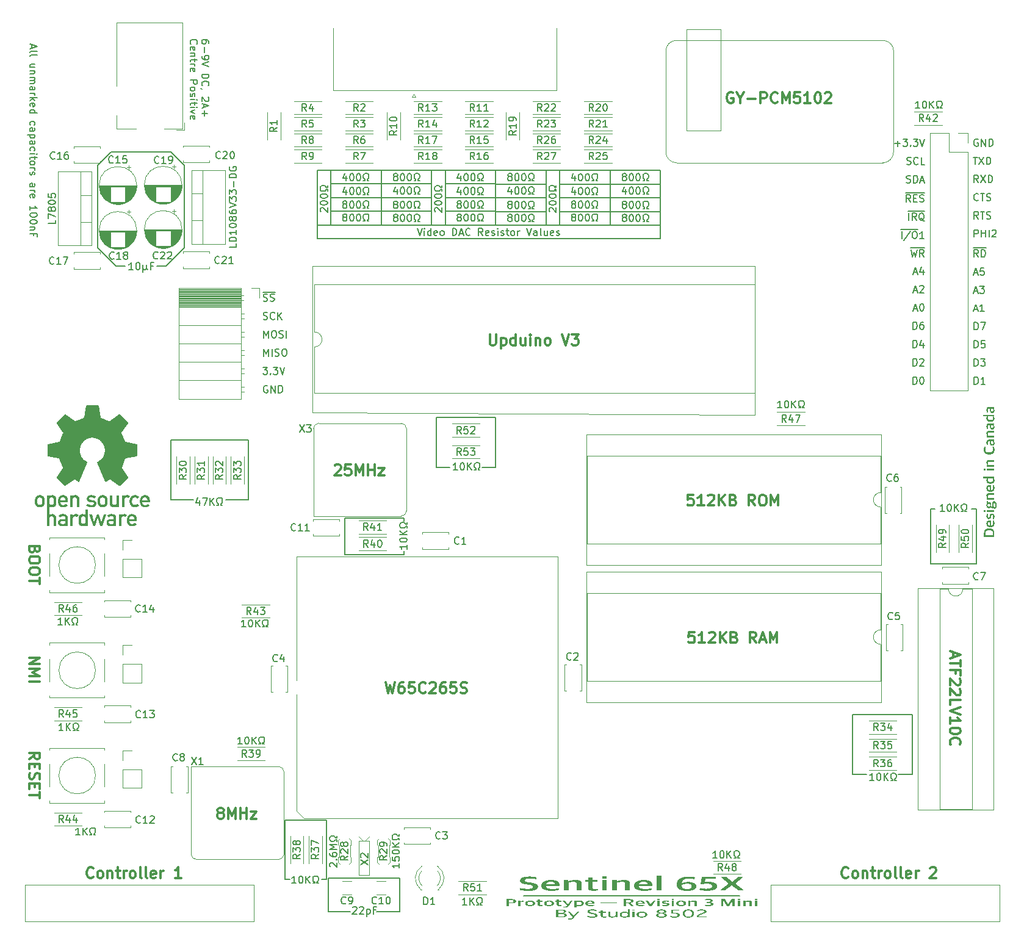
<source format=gbr>
%TF.GenerationSoftware,KiCad,Pcbnew,7.0.7*%
%TF.CreationDate,2024-02-01T01:26:26-05:00*%
%TF.ProjectId,Sentinel 65X - Prototype 3 Mini,53656e74-696e-4656-9c20-363558202d20,rev?*%
%TF.SameCoordinates,Original*%
%TF.FileFunction,Legend,Top*%
%TF.FilePolarity,Positive*%
%FSLAX46Y46*%
G04 Gerber Fmt 4.6, Leading zero omitted, Abs format (unit mm)*
G04 Created by KiCad (PCBNEW 7.0.7) date 2024-02-01 01:26:26*
%MOMM*%
%LPD*%
G01*
G04 APERTURE LIST*
%ADD10C,0.000000*%
%ADD11C,0.150000*%
%ADD12C,0.200000*%
%ADD13C,0.300000*%
%ADD14C,0.250000*%
%ADD15C,0.120000*%
%ADD16C,0.100000*%
G04 APERTURE END LIST*
D10*
G36*
X165202066Y-146674235D02*
G01*
X165238230Y-146677364D01*
X165273101Y-146682472D01*
X165306682Y-146689474D01*
X165338978Y-146698283D01*
X165369994Y-146708812D01*
X165399734Y-146720975D01*
X165428202Y-146734685D01*
X165455402Y-146749856D01*
X165481339Y-146766401D01*
X165506017Y-146784234D01*
X165529441Y-146803267D01*
X165551615Y-146823415D01*
X165572543Y-146844591D01*
X165592229Y-146866709D01*
X165610678Y-146889681D01*
X165627126Y-146911779D01*
X165642096Y-146934102D01*
X165655644Y-146957106D01*
X165667828Y-146981247D01*
X165673427Y-146993888D01*
X165678706Y-147006984D01*
X165683673Y-147020593D01*
X165688336Y-147034772D01*
X165692701Y-147049578D01*
X165696775Y-147065068D01*
X165704081Y-147098329D01*
X165710311Y-147135012D01*
X165715524Y-147175573D01*
X165719777Y-147220469D01*
X165723127Y-147270158D01*
X165725632Y-147325095D01*
X165727350Y-147385737D01*
X165728339Y-147452541D01*
X165728656Y-147525964D01*
X165727350Y-147665068D01*
X165723127Y-147779816D01*
X165719777Y-147829183D01*
X165715524Y-147873814D01*
X165710311Y-147914160D01*
X165704081Y-147950671D01*
X165696775Y-147983798D01*
X165688336Y-148013993D01*
X165678706Y-148041705D01*
X165667828Y-148067387D01*
X165655643Y-148091488D01*
X165642096Y-148114460D01*
X165627126Y-148136754D01*
X165610678Y-148158821D01*
X165592229Y-148181793D01*
X165572543Y-148203911D01*
X165551615Y-148225087D01*
X165529441Y-148245235D01*
X165506017Y-148264269D01*
X165481339Y-148282101D01*
X165455402Y-148298646D01*
X165428202Y-148313817D01*
X165399734Y-148327527D01*
X165385023Y-148333808D01*
X165369994Y-148339690D01*
X165354646Y-148345164D01*
X165338978Y-148350219D01*
X165322990Y-148354844D01*
X165306682Y-148359028D01*
X165290052Y-148362760D01*
X165273100Y-148366030D01*
X165255827Y-148368826D01*
X165238230Y-148371139D01*
X165220310Y-148372956D01*
X165202066Y-148374267D01*
X165183497Y-148375062D01*
X165164604Y-148375329D01*
X165133037Y-148374417D01*
X165102279Y-148371717D01*
X165072290Y-148367287D01*
X165043032Y-148361186D01*
X165014466Y-148353470D01*
X164986554Y-148344198D01*
X164959258Y-148333426D01*
X164932538Y-148321214D01*
X164906356Y-148307618D01*
X164880674Y-148292695D01*
X164855454Y-148276505D01*
X164830656Y-148259104D01*
X164806242Y-148240550D01*
X164782174Y-148220900D01*
X164758413Y-148200213D01*
X164734921Y-148178545D01*
X164733717Y-149496303D01*
X164755080Y-149472484D01*
X164777347Y-149450199D01*
X164800497Y-149429450D01*
X164824512Y-149410236D01*
X164849373Y-149392557D01*
X164875059Y-149376414D01*
X164901553Y-149361808D01*
X164928834Y-149348738D01*
X164956883Y-149337204D01*
X164985681Y-149327208D01*
X165015210Y-149318748D01*
X165045448Y-149311826D01*
X165076378Y-149306442D01*
X165107980Y-149302596D01*
X165140235Y-149300288D01*
X165173123Y-149299519D01*
X165197510Y-149300104D01*
X165222047Y-149301857D01*
X165246674Y-149304774D01*
X165271330Y-149308850D01*
X165295955Y-149314081D01*
X165320487Y-149320464D01*
X165344867Y-149327993D01*
X165369033Y-149336665D01*
X165392926Y-149346475D01*
X165416483Y-149357419D01*
X165439646Y-149369493D01*
X165462352Y-149382693D01*
X165484542Y-149397015D01*
X165506155Y-149412454D01*
X165527130Y-149429006D01*
X165547406Y-149446667D01*
X165566924Y-149465433D01*
X165585621Y-149485299D01*
X165603438Y-149506262D01*
X165620315Y-149528317D01*
X165636189Y-149551459D01*
X165651002Y-149575686D01*
X165664691Y-149600991D01*
X165677197Y-149627373D01*
X165688458Y-149654825D01*
X165698415Y-149683344D01*
X165707007Y-149712926D01*
X165714172Y-149743566D01*
X165719850Y-149775261D01*
X165723982Y-149808005D01*
X165726505Y-149841796D01*
X165727359Y-149876628D01*
X165727359Y-150981951D01*
X165392873Y-150981951D01*
X165392873Y-149991551D01*
X165392463Y-149970604D01*
X165391244Y-149950223D01*
X165389233Y-149930413D01*
X165386448Y-149911181D01*
X165382906Y-149892533D01*
X165378625Y-149874477D01*
X165373622Y-149857019D01*
X165367915Y-149840164D01*
X165361520Y-149823921D01*
X165354456Y-149808295D01*
X165346740Y-149793293D01*
X165338389Y-149778922D01*
X165329420Y-149765187D01*
X165319852Y-149752096D01*
X165309700Y-149739656D01*
X165298984Y-149727872D01*
X165287720Y-149716752D01*
X165275926Y-149706301D01*
X165263618Y-149696527D01*
X165250815Y-149687436D01*
X165237534Y-149679035D01*
X165223793Y-149671329D01*
X165209608Y-149664327D01*
X165194997Y-149658033D01*
X165179978Y-149652456D01*
X165164567Y-149647600D01*
X165148783Y-149643474D01*
X165132643Y-149640084D01*
X165116164Y-149637435D01*
X165099364Y-149635535D01*
X165082260Y-149634390D01*
X165064869Y-149634007D01*
X165047184Y-149634390D01*
X165029805Y-149635535D01*
X165012747Y-149637435D01*
X164996029Y-149640084D01*
X164979667Y-149643474D01*
X164963677Y-149647601D01*
X164948076Y-149652456D01*
X164932882Y-149658033D01*
X164918111Y-149664327D01*
X164903779Y-149671329D01*
X164889904Y-149679035D01*
X164876503Y-149687436D01*
X164863591Y-149696527D01*
X164851186Y-149706302D01*
X164839305Y-149716752D01*
X164827965Y-149727873D01*
X164817181Y-149739656D01*
X164806972Y-149752097D01*
X164797354Y-149765188D01*
X164788343Y-149778922D01*
X164779956Y-149793294D01*
X164772211Y-149808296D01*
X164765124Y-149823922D01*
X164758711Y-149840165D01*
X164752990Y-149857019D01*
X164747978Y-149874478D01*
X164743690Y-149892534D01*
X164740144Y-149911181D01*
X164737357Y-149930413D01*
X164735346Y-149950223D01*
X164734127Y-149970604D01*
X164733717Y-149991551D01*
X164733717Y-150981952D01*
X164399138Y-150981952D01*
X164399138Y-147525871D01*
X164734921Y-147525871D01*
X164736234Y-147616754D01*
X164738488Y-147662322D01*
X164742351Y-147707364D01*
X164748232Y-147751426D01*
X164756540Y-147794050D01*
X164767682Y-147834781D01*
X164774444Y-147854293D01*
X164782068Y-147873161D01*
X164790605Y-147891327D01*
X164800105Y-147908735D01*
X164810621Y-147925327D01*
X164822203Y-147941046D01*
X164834902Y-147955836D01*
X164848769Y-147969639D01*
X164863856Y-147982398D01*
X164880213Y-147994056D01*
X164897891Y-148004556D01*
X164916941Y-148013841D01*
X164937415Y-148021854D01*
X164959364Y-148028538D01*
X164982838Y-148033836D01*
X165007889Y-148037691D01*
X165034568Y-148040046D01*
X165062925Y-148040844D01*
X165091577Y-148040092D01*
X165118531Y-148037870D01*
X165143840Y-148034226D01*
X165167556Y-148029207D01*
X165189729Y-148022861D01*
X165210411Y-148015237D01*
X165229655Y-148006383D01*
X165247511Y-147996347D01*
X165264032Y-147985177D01*
X165279268Y-147972921D01*
X165293273Y-147959627D01*
X165306097Y-147945343D01*
X165317791Y-147930118D01*
X165328409Y-147913999D01*
X165338000Y-147897034D01*
X165346618Y-147879272D01*
X165354313Y-147860761D01*
X165361137Y-147841548D01*
X165367142Y-147821683D01*
X165372380Y-147801212D01*
X165376902Y-147780184D01*
X165380760Y-147758647D01*
X165386689Y-147714240D01*
X165390582Y-147668373D01*
X165392851Y-147621433D01*
X165393909Y-147573804D01*
X165394170Y-147525871D01*
X165392851Y-147429185D01*
X165390582Y-147381797D01*
X165386689Y-147335551D01*
X165380760Y-147290825D01*
X165372380Y-147248000D01*
X165361137Y-147207453D01*
X165354313Y-147188153D01*
X165346618Y-147169565D01*
X165338000Y-147151737D01*
X165328409Y-147134715D01*
X165317791Y-147118547D01*
X165306097Y-147103281D01*
X165293273Y-147088964D01*
X165279268Y-147075643D01*
X165264032Y-147063365D01*
X165247511Y-147052179D01*
X165229655Y-147042132D01*
X165210411Y-147033270D01*
X165189729Y-147025642D01*
X165167556Y-147019294D01*
X165143840Y-147014275D01*
X165118531Y-147010631D01*
X165091577Y-147008409D01*
X165062925Y-147007659D01*
X165034576Y-147008456D01*
X165007904Y-147010812D01*
X164982860Y-147014669D01*
X164959390Y-147019970D01*
X164937446Y-147026661D01*
X164916976Y-147034683D01*
X164897928Y-147043981D01*
X164880252Y-147054498D01*
X164863896Y-147066177D01*
X164848810Y-147078963D01*
X164834943Y-147092799D01*
X164822244Y-147107627D01*
X164810661Y-147123393D01*
X164800144Y-147140039D01*
X164790641Y-147157509D01*
X164782103Y-147175747D01*
X164774477Y-147194696D01*
X164767712Y-147214299D01*
X164761758Y-147234501D01*
X164756564Y-147255244D01*
X164752079Y-147276473D01*
X164748251Y-147298130D01*
X164742364Y-147342505D01*
X164738496Y-147387919D01*
X164736238Y-147433918D01*
X164735182Y-147480053D01*
X164734921Y-147525871D01*
X164399138Y-147525871D01*
X164399138Y-146692897D01*
X164734921Y-146692897D01*
X164734921Y-146866715D01*
X164755178Y-146845618D01*
X164776538Y-146825430D01*
X164798952Y-146806213D01*
X164822374Y-146788030D01*
X164846755Y-146770943D01*
X164872047Y-146755015D01*
X164898204Y-146740307D01*
X164925176Y-146726883D01*
X164952917Y-146714804D01*
X164981378Y-146704133D01*
X165010512Y-146694933D01*
X165040271Y-146687266D01*
X165070608Y-146681194D01*
X165101474Y-146676779D01*
X165132822Y-146674085D01*
X165164604Y-146673173D01*
X165202066Y-146674235D01*
G37*
D11*
X226690740Y-103506535D02*
X226690740Y-105411535D01*
X210815740Y-101601535D02*
X217800740Y-101601535D01*
X249542220Y-107319605D02*
X242557220Y-107319605D01*
X203200000Y-191770000D02*
X197485000Y-191770000D01*
X183515000Y-100965000D02*
X183515000Y-112395000D01*
X219705740Y-109221535D02*
X219705740Y-107316535D01*
X217800740Y-101601535D02*
X217800740Y-103506535D01*
D10*
G36*
X170624868Y-146674295D02*
G01*
X170676385Y-146677343D01*
X170725851Y-146682353D01*
X170773357Y-146689267D01*
X170818994Y-146698026D01*
X170862856Y-146708573D01*
X170905032Y-146720851D01*
X170945616Y-146734802D01*
X170984700Y-146750367D01*
X171022374Y-146767489D01*
X171058731Y-146786111D01*
X171093863Y-146806174D01*
X171127861Y-146827620D01*
X171160817Y-146850393D01*
X171192824Y-146874433D01*
X171223973Y-146899684D01*
X171017465Y-147142214D01*
X170992828Y-147125376D01*
X170968049Y-147109271D01*
X170943064Y-147093950D01*
X170917813Y-147079460D01*
X170892232Y-147065851D01*
X170866260Y-147053170D01*
X170839833Y-147041466D01*
X170812891Y-147030788D01*
X170785370Y-147021185D01*
X170757209Y-147012704D01*
X170728344Y-147005395D01*
X170698714Y-146999306D01*
X170668257Y-146994486D01*
X170636910Y-146990982D01*
X170604612Y-146988845D01*
X170571299Y-146988121D01*
X170551733Y-146988370D01*
X170532980Y-146989108D01*
X170515029Y-146990326D01*
X170497865Y-146992014D01*
X170481477Y-146994161D01*
X170465851Y-146996756D01*
X170450976Y-146999791D01*
X170436838Y-147003253D01*
X170423426Y-147007134D01*
X170410726Y-147011423D01*
X170398726Y-147016109D01*
X170387413Y-147021182D01*
X170376775Y-147026632D01*
X170366798Y-147032449D01*
X170357472Y-147038623D01*
X170348782Y-147045142D01*
X170340716Y-147051998D01*
X170333262Y-147059179D01*
X170326407Y-147066675D01*
X170320139Y-147074476D01*
X170314444Y-147082573D01*
X170309311Y-147090953D01*
X170304727Y-147099608D01*
X170300678Y-147108527D01*
X170297153Y-147117699D01*
X170294139Y-147127115D01*
X170291623Y-147136764D01*
X170289593Y-147146636D01*
X170288036Y-147156720D01*
X170286939Y-147167007D01*
X170286291Y-147177486D01*
X170286077Y-147188146D01*
X170286707Y-147201658D01*
X170288656Y-147215083D01*
X170292017Y-147228336D01*
X170296880Y-147241330D01*
X170303338Y-147253979D01*
X170311481Y-147266196D01*
X170321401Y-147277896D01*
X170327056Y-147283525D01*
X170333190Y-147288992D01*
X170339813Y-147294287D01*
X170346938Y-147299398D01*
X170354576Y-147304315D01*
X170362738Y-147309027D01*
X170371436Y-147313524D01*
X170380681Y-147317794D01*
X170400857Y-147325611D01*
X170423360Y-147332394D01*
X170448279Y-147338054D01*
X170475707Y-147342507D01*
X170505734Y-147345666D01*
X170781232Y-147365206D01*
X170812924Y-147367903D01*
X170843416Y-147371672D01*
X170872721Y-147376489D01*
X170900853Y-147382330D01*
X170927822Y-147389170D01*
X170953644Y-147396986D01*
X170978329Y-147405753D01*
X171001890Y-147415448D01*
X171024341Y-147426046D01*
X171045694Y-147437523D01*
X171065962Y-147449856D01*
X171085157Y-147463019D01*
X171103291Y-147476989D01*
X171120379Y-147491742D01*
X171136432Y-147507254D01*
X171151463Y-147523501D01*
X171165485Y-147540458D01*
X171178510Y-147558101D01*
X171190552Y-147576407D01*
X171201622Y-147595351D01*
X171211734Y-147614909D01*
X171220900Y-147635058D01*
X171229133Y-147655772D01*
X171236445Y-147677028D01*
X171242850Y-147698802D01*
X171248359Y-147721070D01*
X171256743Y-147766990D01*
X171261700Y-147814596D01*
X171263329Y-147863694D01*
X171262452Y-147893735D01*
X171259846Y-147922959D01*
X171255552Y-147951357D01*
X171249609Y-147978921D01*
X171242057Y-148005640D01*
X171232935Y-148031507D01*
X171222283Y-148056512D01*
X171210141Y-148080646D01*
X171196548Y-148103901D01*
X171181544Y-148126267D01*
X171165168Y-148147735D01*
X171147460Y-148168297D01*
X171128460Y-148187943D01*
X171108208Y-148206664D01*
X171086742Y-148224452D01*
X171064103Y-148241298D01*
X171040330Y-148257192D01*
X171015463Y-148272126D01*
X170962606Y-148299076D01*
X170905847Y-148322077D01*
X170845504Y-148341057D01*
X170781894Y-148355944D01*
X170715334Y-148366667D01*
X170646141Y-148373153D01*
X170574632Y-148375331D01*
X170524444Y-148374176D01*
X170474739Y-148370710D01*
X170425543Y-148364928D01*
X170376879Y-148356824D01*
X170328772Y-148346395D01*
X170281246Y-148333636D01*
X170234325Y-148318542D01*
X170188033Y-148301108D01*
X170142395Y-148281331D01*
X170097433Y-148259204D01*
X170053174Y-148234725D01*
X170009640Y-148207888D01*
X169966856Y-148178688D01*
X169924846Y-148147121D01*
X169883634Y-148113182D01*
X169843245Y-148076867D01*
X170076052Y-147847395D01*
X170103271Y-147873045D01*
X170130875Y-147897070D01*
X170158941Y-147919465D01*
X170187545Y-147940227D01*
X170216764Y-147959352D01*
X170246676Y-147976834D01*
X170277356Y-147992671D01*
X170308882Y-148006858D01*
X170341331Y-148019392D01*
X170374778Y-148030267D01*
X170409302Y-148039481D01*
X170444979Y-148047028D01*
X170481884Y-148052905D01*
X170520097Y-148057108D01*
X170559692Y-148059633D01*
X170600747Y-148060476D01*
X170618415Y-148060265D01*
X170635761Y-148059632D01*
X170652770Y-148058579D01*
X170669425Y-148057104D01*
X170685712Y-148055211D01*
X170701615Y-148052897D01*
X170717117Y-148050165D01*
X170732203Y-148047015D01*
X170746858Y-148043447D01*
X170761066Y-148039462D01*
X170774811Y-148035060D01*
X170788077Y-148030243D01*
X170800849Y-148025010D01*
X170813111Y-148019362D01*
X170824848Y-148013299D01*
X170836043Y-148006823D01*
X170846681Y-147999934D01*
X170856747Y-147992632D01*
X170866224Y-147984919D01*
X170875097Y-147976793D01*
X170883351Y-147968257D01*
X170890969Y-147959310D01*
X170897936Y-147949954D01*
X170904236Y-147940188D01*
X170909854Y-147930013D01*
X170914773Y-147919431D01*
X170918979Y-147908440D01*
X170922455Y-147897043D01*
X170925186Y-147885239D01*
X170927156Y-147873030D01*
X170928350Y-147860415D01*
X170928751Y-147847395D01*
X170928494Y-147836564D01*
X170927730Y-147826202D01*
X170926471Y-147816300D01*
X170924727Y-147806848D01*
X170922510Y-147797834D01*
X170919832Y-147789249D01*
X170916704Y-147781083D01*
X170913137Y-147773326D01*
X170909143Y-147765967D01*
X170904733Y-147758997D01*
X170899918Y-147752405D01*
X170894709Y-147746181D01*
X170889118Y-147740315D01*
X170883157Y-147734797D01*
X170876836Y-147729617D01*
X170870168Y-147724764D01*
X170863162Y-147720228D01*
X170855831Y-147716000D01*
X170840239Y-147708425D01*
X170823482Y-147701958D01*
X170805650Y-147696516D01*
X170786834Y-147692020D01*
X170767125Y-147688388D01*
X170746615Y-147685539D01*
X170725392Y-147683392D01*
X170430170Y-147657185D01*
X170379408Y-147651230D01*
X170330527Y-147641996D01*
X170306852Y-147636159D01*
X170283719Y-147629514D01*
X170261153Y-147622063D01*
X170239177Y-147613811D01*
X170217816Y-147604762D01*
X170197093Y-147594918D01*
X170177033Y-147584285D01*
X170157659Y-147572864D01*
X170138996Y-147560661D01*
X170121068Y-147547678D01*
X170103898Y-147533920D01*
X170087512Y-147519390D01*
X170071932Y-147504091D01*
X170057183Y-147488028D01*
X170043289Y-147471203D01*
X170030274Y-147453622D01*
X170018162Y-147435287D01*
X170006977Y-147416201D01*
X169996743Y-147396370D01*
X169987485Y-147375795D01*
X169979225Y-147354482D01*
X169971989Y-147332433D01*
X169965800Y-147309653D01*
X169960683Y-147286144D01*
X169956660Y-147261911D01*
X169953758Y-147236958D01*
X169951998Y-147211287D01*
X169951407Y-147184903D01*
X169952189Y-147153713D01*
X169954512Y-147123486D01*
X169958343Y-147094224D01*
X169963647Y-147065927D01*
X169970390Y-147038599D01*
X169978537Y-147012241D01*
X169988055Y-146986855D01*
X169998908Y-146962442D01*
X170011064Y-146939005D01*
X170024487Y-146916544D01*
X170039143Y-146895063D01*
X170054999Y-146874562D01*
X170072019Y-146855044D01*
X170090170Y-146836510D01*
X170109418Y-146818962D01*
X170129728Y-146802402D01*
X170151065Y-146786832D01*
X170173397Y-146772253D01*
X170196688Y-146758668D01*
X170220904Y-146746078D01*
X170246011Y-146734484D01*
X170271975Y-146723890D01*
X170326336Y-146705704D01*
X170383714Y-146691534D01*
X170443834Y-146681395D01*
X170506423Y-146675301D01*
X170571206Y-146673266D01*
X170624868Y-146674295D01*
G37*
D11*
X203835000Y-103505000D02*
X210820000Y-103505000D01*
D10*
G36*
X173406402Y-149301168D02*
G01*
X173478499Y-149306242D01*
X173547150Y-149314938D01*
X173580113Y-149320707D01*
X173612129Y-149327455D01*
X173643171Y-149335207D01*
X173673210Y-149343988D01*
X173702218Y-149353822D01*
X173730167Y-149364734D01*
X173757028Y-149376748D01*
X173782773Y-149389889D01*
X173807374Y-149404182D01*
X173830802Y-149419651D01*
X173853030Y-149436321D01*
X173874028Y-149454216D01*
X173893770Y-149473362D01*
X173912225Y-149493781D01*
X173929367Y-149515500D01*
X173945166Y-149538543D01*
X173959595Y-149562934D01*
X173972626Y-149588697D01*
X173984229Y-149615859D01*
X173994377Y-149644442D01*
X174003041Y-149674472D01*
X174010193Y-149705973D01*
X174015805Y-149738970D01*
X174019849Y-149773487D01*
X174022296Y-149809550D01*
X174023118Y-149847181D01*
X174023118Y-150981952D01*
X173688447Y-150981952D01*
X173688447Y-150834342D01*
X173681965Y-150834342D01*
X173668491Y-150855160D01*
X173653843Y-150874528D01*
X173637925Y-150892460D01*
X173620642Y-150908971D01*
X173601897Y-150924077D01*
X173581595Y-150937791D01*
X173559641Y-150950130D01*
X173535939Y-150961106D01*
X173510393Y-150970736D01*
X173482908Y-150979034D01*
X173453388Y-150986014D01*
X173421737Y-150991693D01*
X173387859Y-150996083D01*
X173351660Y-150999201D01*
X173313043Y-151001061D01*
X173271913Y-151001678D01*
X173237623Y-151001039D01*
X173204246Y-150999139D01*
X173171796Y-150996008D01*
X173140282Y-150991672D01*
X173109717Y-150986158D01*
X173080113Y-150979496D01*
X173051479Y-150971711D01*
X173023829Y-150962832D01*
X172997173Y-150952886D01*
X172971523Y-150941902D01*
X172946890Y-150929906D01*
X172923285Y-150916926D01*
X172900721Y-150902991D01*
X172879208Y-150888126D01*
X172858758Y-150872361D01*
X172839382Y-150855723D01*
X172821092Y-150838238D01*
X172803899Y-150819936D01*
X172787815Y-150800844D01*
X172772850Y-150780988D01*
X172759018Y-150760398D01*
X172746328Y-150739100D01*
X172734792Y-150717122D01*
X172724422Y-150694492D01*
X172715230Y-150671237D01*
X172707226Y-150647385D01*
X172700422Y-150622963D01*
X172694829Y-150598000D01*
X172690460Y-150572523D01*
X172687324Y-150546559D01*
X172685435Y-150520136D01*
X172684802Y-150493282D01*
X172685158Y-150476889D01*
X172999842Y-150476889D01*
X173000892Y-150497604D01*
X173004091Y-150517890D01*
X173009511Y-150537622D01*
X173017224Y-150556675D01*
X173021962Y-150565907D01*
X173027300Y-150574923D01*
X173033247Y-150583706D01*
X173039812Y-150592241D01*
X173047004Y-150600512D01*
X173054832Y-150608503D01*
X173063305Y-150616200D01*
X173072432Y-150623586D01*
X173082221Y-150630645D01*
X173092682Y-150637363D01*
X173103824Y-150643723D01*
X173115656Y-150649709D01*
X173128186Y-150655307D01*
X173141424Y-150660500D01*
X173155378Y-150665272D01*
X173170058Y-150669609D01*
X173201631Y-150676912D01*
X173236214Y-150682283D01*
X173273878Y-150685598D01*
X173314696Y-150686731D01*
X173364829Y-150686337D01*
X173410788Y-150684959D01*
X173452702Y-150682304D01*
X173490702Y-150678079D01*
X173508274Y-150675286D01*
X173524916Y-150671990D01*
X173540644Y-150668155D01*
X173555475Y-150663744D01*
X173569424Y-150658720D01*
X173582508Y-150653047D01*
X173594743Y-150646688D01*
X173606145Y-150639606D01*
X173616730Y-150631765D01*
X173626515Y-150623128D01*
X173635516Y-150613658D01*
X173643749Y-150603318D01*
X173651230Y-150592073D01*
X173657975Y-150579885D01*
X173664001Y-150566717D01*
X173669324Y-150552533D01*
X173673960Y-150537297D01*
X173677925Y-150520971D01*
X173681236Y-150503518D01*
X173683909Y-150484903D01*
X173685959Y-150465089D01*
X173687403Y-150444038D01*
X173688258Y-150421715D01*
X173688540Y-150398082D01*
X173688538Y-150398082D01*
X173688538Y-150276679D01*
X173288488Y-150276679D01*
X173270347Y-150276908D01*
X173252818Y-150277593D01*
X173235899Y-150278727D01*
X173219587Y-150280302D01*
X173203881Y-150282312D01*
X173188777Y-150284751D01*
X173174274Y-150287613D01*
X173160369Y-150290889D01*
X173147060Y-150294574D01*
X173134344Y-150298661D01*
X173122218Y-150303144D01*
X173110682Y-150308015D01*
X173099731Y-150313269D01*
X173089364Y-150318898D01*
X173079578Y-150324896D01*
X173070371Y-150331257D01*
X173061741Y-150337973D01*
X173053685Y-150345038D01*
X173046200Y-150352446D01*
X173039285Y-150360189D01*
X173032937Y-150368262D01*
X173027153Y-150376657D01*
X173021932Y-150385368D01*
X173017270Y-150394388D01*
X173013166Y-150403711D01*
X173009616Y-150413330D01*
X173006620Y-150423239D01*
X173004173Y-150433430D01*
X173002274Y-150443897D01*
X173000921Y-150454633D01*
X173000111Y-150465633D01*
X172999842Y-150476889D01*
X172685158Y-150476889D01*
X172685340Y-150468503D01*
X172686954Y-150443988D01*
X172689641Y-150419772D01*
X172693399Y-150395888D01*
X172698226Y-150372370D01*
X172704122Y-150349253D01*
X172711083Y-150326572D01*
X172719108Y-150304360D01*
X172728195Y-150282652D01*
X172738342Y-150261482D01*
X172749547Y-150240884D01*
X172761809Y-150220893D01*
X172775125Y-150201543D01*
X172789494Y-150182869D01*
X172804913Y-150164903D01*
X172821382Y-150147682D01*
X172838897Y-150131239D01*
X172857457Y-150115608D01*
X172877061Y-150100823D01*
X172897706Y-150086920D01*
X172919390Y-150073932D01*
X172942112Y-150061893D01*
X172965869Y-150050839D01*
X172990661Y-150040802D01*
X173016484Y-150031818D01*
X173043337Y-150023920D01*
X173071218Y-150017143D01*
X173100126Y-150011522D01*
X173130058Y-150007090D01*
X173161012Y-150003882D01*
X173192987Y-150001932D01*
X173225981Y-150001274D01*
X173688447Y-150001274D01*
X173688447Y-149827457D01*
X173687246Y-149799135D01*
X173685736Y-149785843D01*
X173683610Y-149773122D01*
X173680862Y-149760961D01*
X173677485Y-149749352D01*
X173673472Y-149738288D01*
X173668818Y-149727759D01*
X173663514Y-149717758D01*
X173657556Y-149708277D01*
X173650935Y-149699306D01*
X173643646Y-149690837D01*
X173635682Y-149682863D01*
X173627036Y-149675375D01*
X173617702Y-149668365D01*
X173607673Y-149661823D01*
X173596942Y-149655743D01*
X173585503Y-149650115D01*
X173560474Y-149640184D01*
X173532533Y-149631964D01*
X173501627Y-149625388D01*
X173467703Y-149620389D01*
X173430708Y-149616900D01*
X173390589Y-149614856D01*
X173347293Y-149614189D01*
X173315763Y-149614583D01*
X173286287Y-149615792D01*
X173258764Y-149617859D01*
X173233092Y-149620827D01*
X173220919Y-149622662D01*
X173209171Y-149624738D01*
X173197835Y-149627061D01*
X173186899Y-149629636D01*
X173176349Y-149632468D01*
X173166175Y-149635563D01*
X173156362Y-149638925D01*
X173146898Y-149642561D01*
X173137770Y-149646476D01*
X173128966Y-149650674D01*
X173120473Y-149655162D01*
X173112279Y-149659945D01*
X173104371Y-149665027D01*
X173096735Y-149670415D01*
X173089361Y-149676114D01*
X173082234Y-149682128D01*
X173075342Y-149688464D01*
X173068673Y-149695127D01*
X173062214Y-149702121D01*
X173055952Y-149709453D01*
X173049875Y-149717128D01*
X173043969Y-149725151D01*
X173038223Y-149733527D01*
X173032624Y-149742262D01*
X172770184Y-149542236D01*
X172794820Y-149510301D01*
X172820781Y-149480918D01*
X172848081Y-149454019D01*
X172876733Y-149429537D01*
X172906752Y-149407402D01*
X172938150Y-149387548D01*
X172970943Y-149369907D01*
X173005143Y-149354411D01*
X173040765Y-149340992D01*
X173077823Y-149329583D01*
X173116329Y-149320114D01*
X173156299Y-149312519D01*
X173197746Y-149306730D01*
X173240684Y-149302679D01*
X173285126Y-149300299D01*
X173331087Y-149299520D01*
X173406402Y-149301168D01*
G37*
D11*
X233671480Y-101603070D02*
X233671480Y-103508070D01*
X224790000Y-142875000D02*
X226695000Y-142875000D01*
X210820000Y-107315000D02*
X210820000Y-109220000D01*
X218440000Y-135890000D02*
X218440000Y-142875000D01*
X249542220Y-103509605D02*
X242557220Y-103509605D01*
X249542220Y-105414605D02*
X249542220Y-107319605D01*
X235576480Y-101603070D02*
X235576480Y-107318070D01*
X210815740Y-103506535D02*
X217800740Y-103506535D01*
X233671480Y-105413070D02*
X233671480Y-107318070D01*
X217800740Y-103506535D02*
X217800740Y-105411535D01*
D10*
G36*
X171506063Y-134240967D02*
G01*
X171509589Y-134241229D01*
X171513097Y-134241660D01*
X171516582Y-134242257D01*
X171520039Y-134243014D01*
X171523463Y-134243927D01*
X171526849Y-134244992D01*
X171530191Y-134246205D01*
X171533484Y-134247562D01*
X171536724Y-134249057D01*
X171539904Y-134250687D01*
X171543019Y-134252448D01*
X171546065Y-134254335D01*
X171549036Y-134256343D01*
X171551926Y-134258469D01*
X171554731Y-134260708D01*
X171557446Y-134263056D01*
X171560065Y-134265508D01*
X171562582Y-134268060D01*
X171564994Y-134270709D01*
X171567294Y-134273448D01*
X171569477Y-134276275D01*
X171571538Y-134279185D01*
X171573472Y-134282173D01*
X171575274Y-134285236D01*
X171576938Y-134288368D01*
X171578459Y-134291566D01*
X171579832Y-134294825D01*
X171581052Y-134298141D01*
X171582113Y-134301510D01*
X171583011Y-134304927D01*
X171583740Y-134308387D01*
X171876832Y-135882936D01*
X171877573Y-135886425D01*
X171878472Y-135889926D01*
X171880726Y-135896939D01*
X171883553Y-135903931D01*
X171886916Y-135910855D01*
X171890774Y-135917665D01*
X171895088Y-135924316D01*
X171899819Y-135930763D01*
X171904926Y-135936959D01*
X171910371Y-135942859D01*
X171916114Y-135948416D01*
X171922116Y-135953586D01*
X171928336Y-135958323D01*
X171934736Y-135962581D01*
X171941277Y-135966313D01*
X171944587Y-135967968D01*
X171947918Y-135969475D01*
X171951264Y-135970828D01*
X171954620Y-135972021D01*
X173009937Y-136404019D01*
X173016493Y-136406906D01*
X173023446Y-136409317D01*
X173030735Y-136411256D01*
X173038298Y-136412729D01*
X173046074Y-136413738D01*
X173054002Y-136414289D01*
X173062022Y-136414386D01*
X173070071Y-136414033D01*
X173078089Y-136413233D01*
X173086013Y-136411991D01*
X173093785Y-136410312D01*
X173101341Y-136408200D01*
X173108621Y-136405658D01*
X173115563Y-136402692D01*
X173122107Y-136399304D01*
X173128192Y-136395500D01*
X174443634Y-135492795D01*
X174446597Y-135490865D01*
X174449648Y-135489085D01*
X174452780Y-135487454D01*
X174455986Y-135485973D01*
X174459260Y-135484640D01*
X174462594Y-135483455D01*
X174465983Y-135482417D01*
X174469420Y-135481526D01*
X174472897Y-135480780D01*
X174476409Y-135480180D01*
X174483507Y-135479414D01*
X174490662Y-135479222D01*
X174497819Y-135479599D01*
X174504925Y-135480540D01*
X174511927Y-135482040D01*
X174518770Y-135484095D01*
X174522116Y-135485329D01*
X174525402Y-135486700D01*
X174528622Y-135488207D01*
X174531769Y-135489850D01*
X174534836Y-135491627D01*
X174537816Y-135493539D01*
X174540704Y-135495585D01*
X174543491Y-135497763D01*
X174546172Y-135500075D01*
X174548740Y-135502518D01*
X175656564Y-136610342D01*
X175659007Y-136612910D01*
X175661316Y-136615592D01*
X175663493Y-136618380D01*
X175665535Y-136621269D01*
X175667443Y-136624252D01*
X175669217Y-136627321D01*
X175672356Y-136633694D01*
X175674949Y-136640332D01*
X175676993Y-136647184D01*
X175678483Y-136654194D01*
X175679414Y-136661309D01*
X175679783Y-136668474D01*
X175679586Y-136675637D01*
X175678819Y-136682744D01*
X175677478Y-136689740D01*
X175675558Y-136696571D01*
X175674379Y-136699908D01*
X175673055Y-136703184D01*
X175671584Y-136706392D01*
X175669966Y-136709525D01*
X175668200Y-136712577D01*
X175666286Y-136715540D01*
X174779323Y-138008294D01*
X174775509Y-138014405D01*
X174772123Y-138020959D01*
X174769170Y-138027898D01*
X174766654Y-138035162D01*
X174764579Y-138042692D01*
X174762948Y-138050427D01*
X174761765Y-138058308D01*
X174761034Y-138066276D01*
X174760759Y-138074271D01*
X174760943Y-138082234D01*
X174761591Y-138090104D01*
X174762706Y-138097824D01*
X174764292Y-138105332D01*
X174766353Y-138112569D01*
X174768893Y-138119476D01*
X174771915Y-138125994D01*
X175238548Y-139214648D01*
X175241213Y-139221333D01*
X175244490Y-139227957D01*
X175248331Y-139234480D01*
X175252692Y-139240863D01*
X175257525Y-139247066D01*
X175262785Y-139253050D01*
X175268425Y-139258776D01*
X175274398Y-139264203D01*
X175280659Y-139269294D01*
X175287162Y-139274007D01*
X175293859Y-139278303D01*
X175300705Y-139282144D01*
X175307654Y-139285489D01*
X175314659Y-139288300D01*
X175321674Y-139290536D01*
X175328652Y-139292158D01*
X176850972Y-139575249D01*
X176854424Y-139575994D01*
X176857833Y-139576907D01*
X176861194Y-139577982D01*
X176864503Y-139579214D01*
X176867756Y-139580598D01*
X176870947Y-139582129D01*
X176874074Y-139583801D01*
X176877131Y-139585611D01*
X176883018Y-139589618D01*
X176888575Y-139594110D01*
X176893767Y-139599046D01*
X176898558Y-139604385D01*
X176902914Y-139610084D01*
X176906801Y-139616104D01*
X176910182Y-139622403D01*
X176911672Y-139625645D01*
X176913023Y-139628940D01*
X176914231Y-139632285D01*
X176915290Y-139635675D01*
X176916198Y-139639103D01*
X176916948Y-139642564D01*
X176917537Y-139646055D01*
X176917961Y-139649569D01*
X176918215Y-139653102D01*
X176918295Y-139656647D01*
X176918109Y-141223417D01*
X176918021Y-141226956D01*
X176917758Y-141230483D01*
X176917326Y-141233993D01*
X176916728Y-141237481D01*
X176915969Y-141240943D01*
X176915054Y-141244372D01*
X176913986Y-141247762D01*
X176912770Y-141251110D01*
X176911411Y-141254410D01*
X176909913Y-141257655D01*
X176908280Y-141260842D01*
X176906516Y-141263964D01*
X176904627Y-141267017D01*
X176902616Y-141269995D01*
X176900487Y-141272892D01*
X176898246Y-141275704D01*
X176895896Y-141278425D01*
X176893442Y-141281050D01*
X176890889Y-141283573D01*
X176888239Y-141285989D01*
X176885499Y-141288294D01*
X176882673Y-141290481D01*
X176879763Y-141292545D01*
X176876777Y-141294481D01*
X176873716Y-141296284D01*
X176870587Y-141297948D01*
X176867392Y-141299468D01*
X176864137Y-141300839D01*
X176860827Y-141302055D01*
X176857464Y-141303112D01*
X176854054Y-141304003D01*
X176850602Y-141304724D01*
X175365693Y-141581054D01*
X175362198Y-141581771D01*
X175358695Y-141582650D01*
X175355189Y-141583685D01*
X175351688Y-141584872D01*
X175344718Y-141587682D01*
X175337829Y-141591039D01*
X175331066Y-141594901D01*
X175324472Y-141599228D01*
X175318092Y-141603979D01*
X175311971Y-141609114D01*
X175306152Y-141614592D01*
X175300681Y-141620372D01*
X175295601Y-141626414D01*
X175290957Y-141632676D01*
X175286793Y-141639119D01*
X175283153Y-141645701D01*
X175280083Y-141652381D01*
X175278775Y-141655746D01*
X175277626Y-141659120D01*
X174814051Y-142817135D01*
X174811183Y-142823722D01*
X174808792Y-142830697D01*
X174806873Y-142838002D01*
X174805422Y-142845574D01*
X174804434Y-142853355D01*
X174803904Y-142861282D01*
X174803827Y-142869297D01*
X174804199Y-142877339D01*
X174805015Y-142885347D01*
X174806270Y-142893261D01*
X174807959Y-142901021D01*
X174810078Y-142908566D01*
X174812622Y-142915835D01*
X174815586Y-142922770D01*
X174818965Y-142929308D01*
X174822754Y-142935390D01*
X175666285Y-144164526D01*
X175668215Y-144167490D01*
X175669995Y-144170542D01*
X175671625Y-144173676D01*
X175673107Y-144176886D01*
X175674440Y-144180164D01*
X175675625Y-144183504D01*
X175676663Y-144186898D01*
X175677554Y-144190341D01*
X175678299Y-144193825D01*
X175678899Y-144197343D01*
X175679666Y-144204458D01*
X175679858Y-144211629D01*
X175679481Y-144218803D01*
X175678540Y-144225927D01*
X175677040Y-144232945D01*
X175674985Y-144239804D01*
X175673751Y-144243157D01*
X175672380Y-144246450D01*
X175670873Y-144249676D01*
X175669231Y-144252828D01*
X175667453Y-144255900D01*
X175665541Y-144258885D01*
X175663496Y-144261776D01*
X175661317Y-144264566D01*
X175659006Y-144267248D01*
X175656563Y-144269817D01*
X174548553Y-145377640D01*
X174546002Y-145380066D01*
X174543335Y-145382362D01*
X174540560Y-145384526D01*
X174537683Y-145386558D01*
X174534711Y-145388458D01*
X174531651Y-145390224D01*
X174525294Y-145393354D01*
X174518666Y-145395944D01*
X174511822Y-145397988D01*
X174504816Y-145399482D01*
X174497702Y-145400421D01*
X174490535Y-145400800D01*
X174483369Y-145400614D01*
X174476259Y-145399858D01*
X174469260Y-145398528D01*
X174462424Y-145396619D01*
X174459085Y-145395445D01*
X174455807Y-145394125D01*
X174452598Y-145392657D01*
X174449464Y-145391041D01*
X174446412Y-145389277D01*
X174443448Y-145387364D01*
X173235982Y-144558649D01*
X173229912Y-144554871D01*
X173223412Y-144551558D01*
X173216538Y-144548711D01*
X173209352Y-144546333D01*
X173201912Y-144544423D01*
X173194277Y-144542983D01*
X173186507Y-144542014D01*
X173178660Y-144541517D01*
X173170795Y-144541494D01*
X173162973Y-144541944D01*
X173155251Y-144542870D01*
X173147689Y-144544273D01*
X173140347Y-144546152D01*
X173133283Y-144548511D01*
X173126557Y-144551349D01*
X173120227Y-144554668D01*
X172587753Y-144838962D01*
X172584569Y-144840476D01*
X172581358Y-144841807D01*
X172578127Y-144842957D01*
X172574880Y-144843928D01*
X172571624Y-144844722D01*
X172568363Y-144845341D01*
X172565104Y-144845788D01*
X172561851Y-144846064D01*
X172558611Y-144846171D01*
X172555388Y-144846111D01*
X172552189Y-144845886D01*
X172549019Y-144845499D01*
X172545883Y-144844952D01*
X172542788Y-144844245D01*
X172539738Y-144843383D01*
X172536739Y-144842365D01*
X172533797Y-144841196D01*
X172530918Y-144839875D01*
X172528106Y-144838407D01*
X172525367Y-144836792D01*
X172522707Y-144835033D01*
X172520132Y-144833131D01*
X172517647Y-144831089D01*
X172515257Y-144828909D01*
X172512968Y-144826593D01*
X172510786Y-144824142D01*
X172508716Y-144821560D01*
X172506763Y-144818847D01*
X172504934Y-144816006D01*
X172503234Y-144813040D01*
X172501668Y-144809949D01*
X172500242Y-144806736D01*
X171402419Y-142153812D01*
X171401150Y-142150512D01*
X171400048Y-142147161D01*
X171399113Y-142143767D01*
X171398342Y-142140336D01*
X171397733Y-142136873D01*
X171397283Y-142133385D01*
X171396991Y-142129879D01*
X171396854Y-142126361D01*
X171396871Y-142122836D01*
X171397038Y-142119312D01*
X171397355Y-142115794D01*
X171397819Y-142112290D01*
X171398427Y-142108805D01*
X171399178Y-142105345D01*
X171400070Y-142101917D01*
X171401099Y-142098527D01*
X171402265Y-142095182D01*
X171403565Y-142091888D01*
X171404997Y-142088650D01*
X171406559Y-142085476D01*
X171408248Y-142082372D01*
X171410063Y-142079344D01*
X171412002Y-142076398D01*
X171414061Y-142073541D01*
X171416240Y-142070779D01*
X171418535Y-142068118D01*
X171420946Y-142065565D01*
X171423469Y-142063125D01*
X171426102Y-142060806D01*
X171428845Y-142058613D01*
X171431693Y-142056553D01*
X171434645Y-142054633D01*
X171567903Y-141973049D01*
X171577494Y-141966941D01*
X171587735Y-141959969D01*
X171598431Y-141952285D01*
X171609389Y-141944041D01*
X171620418Y-141935389D01*
X171631322Y-141926480D01*
X171641910Y-141917468D01*
X171651988Y-141908504D01*
X171740201Y-141848123D01*
X171824389Y-141782564D01*
X171904322Y-141712056D01*
X171979769Y-141636826D01*
X172050500Y-141557104D01*
X172116287Y-141473117D01*
X172176899Y-141385095D01*
X172232106Y-141293265D01*
X172281679Y-141197856D01*
X172325388Y-141099096D01*
X172363003Y-140997215D01*
X172394294Y-140892439D01*
X172419031Y-140784999D01*
X172436986Y-140675121D01*
X172447927Y-140563036D01*
X172451625Y-140448970D01*
X172449370Y-140359803D01*
X172442679Y-140271806D01*
X172431660Y-140185090D01*
X172416423Y-140099762D01*
X172397076Y-140015931D01*
X172373727Y-139933706D01*
X172346487Y-139853196D01*
X172315463Y-139774510D01*
X172280765Y-139697757D01*
X172242502Y-139623046D01*
X172200782Y-139550485D01*
X172155714Y-139480183D01*
X172107407Y-139412250D01*
X172055970Y-139346793D01*
X172001512Y-139283923D01*
X171944142Y-139223747D01*
X171883969Y-139166375D01*
X171821101Y-139111915D01*
X171755647Y-139060477D01*
X171687717Y-139012169D01*
X171617419Y-138967100D01*
X171544862Y-138925379D01*
X171470155Y-138887115D01*
X171393406Y-138852416D01*
X171314726Y-138821392D01*
X171234222Y-138794151D01*
X171152003Y-138770802D01*
X171068178Y-138751455D01*
X170982857Y-138736217D01*
X170896148Y-138725199D01*
X170808159Y-138718508D01*
X170719001Y-138716253D01*
X170629842Y-138718508D01*
X170541853Y-138725199D01*
X170455142Y-138736217D01*
X170369819Y-138751455D01*
X170285993Y-138770802D01*
X170203771Y-138794151D01*
X170123264Y-138821392D01*
X170044581Y-138852416D01*
X169967829Y-138887115D01*
X169893118Y-138925379D01*
X169820557Y-138967100D01*
X169750255Y-139012169D01*
X169682321Y-139060477D01*
X169616863Y-139111915D01*
X169553991Y-139166375D01*
X169493813Y-139223747D01*
X169436439Y-139283923D01*
X169381976Y-139346793D01*
X169330535Y-139412250D01*
X169282225Y-139480183D01*
X169237153Y-139550485D01*
X169195429Y-139623046D01*
X169157162Y-139697757D01*
X169122460Y-139774510D01*
X169091433Y-139853196D01*
X169064190Y-139933706D01*
X169040839Y-140015931D01*
X169021490Y-140099762D01*
X169006251Y-140185090D01*
X168995231Y-140271806D01*
X168988539Y-140359803D01*
X168986284Y-140448970D01*
X168987214Y-140506236D01*
X168989983Y-140563036D01*
X168994564Y-140619340D01*
X169000927Y-140675121D01*
X169009044Y-140730350D01*
X169018885Y-140784999D01*
X169030423Y-140839038D01*
X169043628Y-140892440D01*
X169058471Y-140945175D01*
X169074925Y-140997215D01*
X169092959Y-141048532D01*
X169112545Y-141099097D01*
X169133655Y-141148881D01*
X169156259Y-141197856D01*
X169205837Y-141293265D01*
X169261048Y-141385095D01*
X169321662Y-141473117D01*
X169387449Y-141557104D01*
X169458179Y-141636826D01*
X169533622Y-141712056D01*
X169613546Y-141782564D01*
X169697723Y-141848123D01*
X169785921Y-141908504D01*
X169796057Y-141917468D01*
X169806681Y-141926480D01*
X169817607Y-141935388D01*
X169828647Y-141944040D01*
X169839613Y-141952284D01*
X169850318Y-141959968D01*
X169860573Y-141966940D01*
X169870192Y-141973049D01*
X170003449Y-142054633D01*
X170006418Y-142056553D01*
X170009282Y-142058613D01*
X170012037Y-142060806D01*
X170014683Y-142063125D01*
X170017216Y-142065565D01*
X170019636Y-142068118D01*
X170024124Y-142073541D01*
X170028132Y-142079344D01*
X170031641Y-142085476D01*
X170034636Y-142091888D01*
X170037099Y-142098527D01*
X170039014Y-142105345D01*
X170040365Y-142112290D01*
X170041134Y-142119312D01*
X170041305Y-142126361D01*
X170040862Y-142133385D01*
X170040404Y-142136873D01*
X170039787Y-142140336D01*
X170039007Y-142143767D01*
X170038064Y-142147161D01*
X170036954Y-142150512D01*
X170035676Y-142153812D01*
X168937761Y-144806644D01*
X168936335Y-144809857D01*
X168934768Y-144812949D01*
X168933067Y-144815917D01*
X168931236Y-144818759D01*
X168929282Y-144821474D01*
X168927209Y-144824058D01*
X168925025Y-144826511D01*
X168922733Y-144828830D01*
X168920341Y-144831013D01*
X168917852Y-144833058D01*
X168915274Y-144834962D01*
X168912611Y-144836725D01*
X168909870Y-144838342D01*
X168907055Y-144839814D01*
X168904173Y-144841136D01*
X168901229Y-144842308D01*
X168898228Y-144843328D01*
X168895176Y-144844192D01*
X168892079Y-144844900D01*
X168888943Y-144845448D01*
X168885772Y-144845836D01*
X168882573Y-144846060D01*
X168879352Y-144846119D01*
X168876112Y-144846011D01*
X168872862Y-144845733D01*
X168869605Y-144845284D01*
X168866348Y-144844661D01*
X168863095Y-144843863D01*
X168859854Y-144842887D01*
X168856629Y-144841731D01*
X168853426Y-144840393D01*
X168850250Y-144838871D01*
X168317776Y-144554576D01*
X168311461Y-144551258D01*
X168304746Y-144548423D01*
X168297690Y-144546069D01*
X168290352Y-144544194D01*
X168282793Y-144542797D01*
X168275071Y-144541877D01*
X168267246Y-144541432D01*
X168259378Y-144541460D01*
X168251526Y-144541961D01*
X168243750Y-144542932D01*
X168236109Y-144544372D01*
X168228663Y-144546280D01*
X168221472Y-144548654D01*
X168214595Y-144551493D01*
X168208092Y-144554794D01*
X168202021Y-144558558D01*
X166994648Y-145387272D01*
X166991676Y-145389186D01*
X166988616Y-145390950D01*
X166985476Y-145392565D01*
X166982261Y-145394033D01*
X166978979Y-145395353D01*
X166975636Y-145396527D01*
X166972239Y-145397554D01*
X166968795Y-145398436D01*
X166965310Y-145399174D01*
X166961792Y-145399767D01*
X166954680Y-145400522D01*
X166947514Y-145400708D01*
X166940347Y-145400329D01*
X166933233Y-145399390D01*
X166926226Y-145397896D01*
X166919380Y-145395852D01*
X166916035Y-145394625D01*
X166912749Y-145393262D01*
X166909531Y-145391764D01*
X166906387Y-145390132D01*
X166903323Y-145388366D01*
X166900347Y-145386467D01*
X166897464Y-145384435D01*
X166894683Y-145382270D01*
X166892009Y-145379975D01*
X166889449Y-145377548D01*
X165781440Y-144269725D01*
X165779006Y-144267156D01*
X165776702Y-144264474D01*
X165774531Y-144261684D01*
X165772492Y-144258793D01*
X165770586Y-144255808D01*
X165768814Y-144252736D01*
X165765675Y-144246358D01*
X165763077Y-144239712D01*
X165761028Y-144232853D01*
X165759530Y-144225835D01*
X165758590Y-144218712D01*
X165758213Y-144211537D01*
X165758402Y-144204366D01*
X165759163Y-144197251D01*
X165760500Y-144190249D01*
X165762420Y-144183411D01*
X165763599Y-144180072D01*
X165764926Y-144176794D01*
X165766400Y-144173584D01*
X165768023Y-144170450D01*
X165769795Y-144167398D01*
X165771717Y-144164434D01*
X166615156Y-142935298D01*
X166618977Y-142929216D01*
X166622382Y-142922678D01*
X166625366Y-142915743D01*
X166627925Y-142908474D01*
X166630055Y-142900929D01*
X166631751Y-142893169D01*
X166633010Y-142885255D01*
X166633827Y-142877247D01*
X166634198Y-142869206D01*
X166634119Y-142861191D01*
X166633585Y-142853263D01*
X166632593Y-142845483D01*
X166631138Y-142837910D01*
X166629215Y-142830606D01*
X166626822Y-142823630D01*
X166623953Y-142817043D01*
X166160377Y-141659028D01*
X166159235Y-141655654D01*
X166157933Y-141652289D01*
X166154868Y-141645608D01*
X166151228Y-141639026D01*
X166147058Y-141632584D01*
X166142403Y-141626321D01*
X166137309Y-141620280D01*
X166131822Y-141614500D01*
X166125986Y-141609022D01*
X166119847Y-141603887D01*
X166113451Y-141599136D01*
X166106844Y-141594809D01*
X166100070Y-141590947D01*
X166093174Y-141587590D01*
X166086204Y-141584781D01*
X166079203Y-141582558D01*
X166075705Y-141581679D01*
X166072217Y-141580963D01*
X164587310Y-141304632D01*
X164583849Y-141303911D01*
X164580432Y-141303020D01*
X164577063Y-141301964D01*
X164573747Y-141300747D01*
X164570488Y-141299376D01*
X164567290Y-141297856D01*
X164564158Y-141296192D01*
X164561095Y-141294389D01*
X164558107Y-141292453D01*
X164555197Y-141290389D01*
X164549631Y-141285897D01*
X164544430Y-141280958D01*
X164539630Y-141275612D01*
X164535265Y-141269903D01*
X164531370Y-141263872D01*
X164527979Y-141257563D01*
X164525127Y-141251018D01*
X164523914Y-141247670D01*
X164522849Y-141244279D01*
X164521936Y-141240851D01*
X164521179Y-141237389D01*
X164520583Y-141233901D01*
X164520151Y-141230390D01*
X164519890Y-141226863D01*
X164519801Y-141223325D01*
X164519709Y-139656555D01*
X164519797Y-139653018D01*
X164520058Y-139649493D01*
X164520488Y-139645986D01*
X164521083Y-139642503D01*
X164521838Y-139639047D01*
X164522749Y-139635625D01*
X164523811Y-139632242D01*
X164525022Y-139628902D01*
X164526375Y-139625610D01*
X164527868Y-139622373D01*
X164529495Y-139619195D01*
X164531253Y-139616082D01*
X164533137Y-139613037D01*
X164535143Y-139610068D01*
X164537266Y-139607178D01*
X164539503Y-139604373D01*
X164541849Y-139601658D01*
X164544299Y-139599039D01*
X164546850Y-139596519D01*
X164549498Y-139594106D01*
X164552237Y-139591803D01*
X164555064Y-139589615D01*
X164557974Y-139587549D01*
X164560964Y-139585609D01*
X164564028Y-139583800D01*
X164567163Y-139582128D01*
X164570365Y-139580598D01*
X164573628Y-139579214D01*
X164576949Y-139577982D01*
X164580324Y-139576907D01*
X164583748Y-139575994D01*
X164587217Y-139575249D01*
X166109444Y-139292158D01*
X166112943Y-139291426D01*
X166116455Y-139290536D01*
X166123495Y-139288300D01*
X166130520Y-139285489D01*
X166137483Y-139282144D01*
X166144339Y-139278303D01*
X166151041Y-139274007D01*
X166157545Y-139269294D01*
X166163803Y-139264203D01*
X166169770Y-139258776D01*
X166175401Y-139253050D01*
X166180650Y-139247066D01*
X166185469Y-139240863D01*
X166189815Y-139234480D01*
X166193641Y-139227957D01*
X166196900Y-139221333D01*
X166198303Y-139217996D01*
X166199548Y-139214648D01*
X166666273Y-138125994D01*
X166669279Y-138119476D01*
X166671804Y-138112569D01*
X166673854Y-138105332D01*
X166675431Y-138097824D01*
X166676540Y-138090104D01*
X166677184Y-138082234D01*
X166677369Y-138074271D01*
X166677096Y-138066276D01*
X166676372Y-138058308D01*
X166675198Y-138050427D01*
X166673580Y-138042692D01*
X166671521Y-138035162D01*
X166669026Y-138027898D01*
X166666097Y-138020959D01*
X166662740Y-138014405D01*
X166658958Y-138008294D01*
X165771902Y-136715540D01*
X165769972Y-136712577D01*
X165768193Y-136709525D01*
X165766564Y-136706392D01*
X165765084Y-136703184D01*
X165763753Y-136699908D01*
X165762571Y-136696571D01*
X165761535Y-136693179D01*
X165760646Y-136689740D01*
X165759904Y-136686259D01*
X165759307Y-136682744D01*
X165758546Y-136675637D01*
X165758359Y-136668474D01*
X165758741Y-136661309D01*
X165759686Y-136654194D01*
X165761189Y-136647184D01*
X165763244Y-136640332D01*
X165764477Y-136636983D01*
X165765847Y-136633694D01*
X165767352Y-136630471D01*
X165768992Y-136627321D01*
X165770766Y-136624252D01*
X165772673Y-136621269D01*
X165774714Y-136618380D01*
X165776886Y-136615592D01*
X165779190Y-136612910D01*
X165781626Y-136610342D01*
X166889542Y-135502518D01*
X166892102Y-135500075D01*
X166894776Y-135497764D01*
X166897558Y-135495585D01*
X166900440Y-135493539D01*
X166903416Y-135491627D01*
X166906480Y-135489850D01*
X166912843Y-135486700D01*
X166919474Y-135484096D01*
X166926320Y-135482040D01*
X166933326Y-135480540D01*
X166940440Y-135479599D01*
X166947607Y-135479222D01*
X166954773Y-135479414D01*
X166961885Y-135480181D01*
X166968888Y-135481526D01*
X166975730Y-135483455D01*
X166979072Y-135484640D01*
X166982355Y-135485973D01*
X166985569Y-135487455D01*
X166988710Y-135489085D01*
X166991769Y-135490865D01*
X166994741Y-135492795D01*
X168310090Y-136395500D01*
X168316158Y-136399304D01*
X168322688Y-136402692D01*
X168329619Y-136405658D01*
X168336889Y-136408200D01*
X168344438Y-136410312D01*
X168352203Y-136411992D01*
X168360125Y-136413233D01*
X168368141Y-136414033D01*
X168376192Y-136414386D01*
X168384214Y-136414290D01*
X168392148Y-136413739D01*
X168399932Y-136412729D01*
X168407505Y-136411256D01*
X168414806Y-136409317D01*
X168421773Y-136406906D01*
X168428346Y-136404020D01*
X169483756Y-135972021D01*
X169490473Y-135969475D01*
X169497125Y-135966313D01*
X169503673Y-135962581D01*
X169510078Y-135958323D01*
X169516300Y-135953586D01*
X169522302Y-135948416D01*
X169528042Y-135942859D01*
X169533484Y-135936959D01*
X169538586Y-135930763D01*
X169543311Y-135924316D01*
X169547619Y-135917665D01*
X169551472Y-135910855D01*
X169554830Y-135903931D01*
X169557653Y-135896939D01*
X169559904Y-135889926D01*
X169561543Y-135882936D01*
X169854543Y-134308387D01*
X169855271Y-134304927D01*
X169856169Y-134301510D01*
X169857230Y-134298141D01*
X169858450Y-134294825D01*
X169859823Y-134291566D01*
X169861343Y-134288368D01*
X169863007Y-134285236D01*
X169864808Y-134282173D01*
X169866742Y-134279185D01*
X169868802Y-134276275D01*
X169873283Y-134270709D01*
X169878209Y-134265508D01*
X169883539Y-134260708D01*
X169889230Y-134256343D01*
X169895240Y-134252448D01*
X169901528Y-134249057D01*
X169904763Y-134247562D01*
X169908052Y-134246205D01*
X169911389Y-134244992D01*
X169914769Y-134243927D01*
X169918187Y-134243014D01*
X169921638Y-134242257D01*
X169925116Y-134241660D01*
X169928617Y-134241229D01*
X169932134Y-134240967D01*
X169935663Y-134240879D01*
X171502526Y-134240879D01*
X171506063Y-134240967D01*
G37*
D11*
X213360000Y-204470000D02*
X213360000Y-199813061D01*
X242557220Y-101604605D02*
X242557220Y-107319605D01*
X219705740Y-103506535D02*
X226690740Y-103506535D01*
X226686480Y-109223070D02*
X226686480Y-107318070D01*
D10*
G36*
X172162987Y-146673404D02*
G01*
X172186373Y-146674359D01*
X172209158Y-146675923D01*
X172231351Y-146678074D01*
X172252959Y-146680790D01*
X172273991Y-146684049D01*
X172294454Y-146687828D01*
X172314356Y-146692105D01*
X172333705Y-146696858D01*
X172352509Y-146702065D01*
X172370776Y-146707703D01*
X172388513Y-146713750D01*
X172405728Y-146720184D01*
X172422430Y-146726982D01*
X172438626Y-146734123D01*
X172454323Y-146741584D01*
X172484256Y-146757378D01*
X172512290Y-146774185D01*
X172538489Y-146791828D01*
X172562915Y-146810129D01*
X172585631Y-146828909D01*
X172606701Y-146847990D01*
X172626186Y-146867196D01*
X172644150Y-146886347D01*
X172667250Y-146912807D01*
X172688615Y-146939516D01*
X172708278Y-146966800D01*
X172726274Y-146994987D01*
X172742636Y-147024403D01*
X172757398Y-147055376D01*
X172770594Y-147088232D01*
X172782257Y-147123298D01*
X172792422Y-147160902D01*
X172801122Y-147201370D01*
X172808391Y-147245029D01*
X172814262Y-147292206D01*
X172818770Y-147343227D01*
X172821948Y-147398421D01*
X172823830Y-147458113D01*
X172824450Y-147522632D01*
X172823830Y-147587690D01*
X172821948Y-147647858D01*
X172818770Y-147703469D01*
X172814262Y-147754853D01*
X172808391Y-147802340D01*
X172801122Y-147846261D01*
X172792422Y-147886948D01*
X172782257Y-147924731D01*
X172770594Y-147959941D01*
X172757398Y-147992909D01*
X172742636Y-148023965D01*
X172726274Y-148053441D01*
X172708278Y-148081667D01*
X172688615Y-148108974D01*
X172667250Y-148135694D01*
X172644150Y-148162156D01*
X172626186Y-148181305D01*
X172606701Y-148200505D01*
X172585631Y-148219577D01*
X172562915Y-148238346D01*
X172538488Y-148256632D01*
X172512290Y-148274259D01*
X172484255Y-148291050D01*
X172454323Y-148306826D01*
X172422430Y-148321411D01*
X172388513Y-148334627D01*
X172352509Y-148346296D01*
X172314356Y-148356242D01*
X172273991Y-148364286D01*
X172231351Y-148370252D01*
X172186373Y-148373961D01*
X172138994Y-148375237D01*
X172115018Y-148374915D01*
X172091648Y-148373961D01*
X172068878Y-148372400D01*
X172046699Y-148370252D01*
X172025103Y-148367540D01*
X172004083Y-148364286D01*
X171983631Y-148360513D01*
X171963739Y-148356242D01*
X171944399Y-148351496D01*
X171925604Y-148346296D01*
X171907345Y-148340666D01*
X171889615Y-148334627D01*
X171872406Y-148328201D01*
X171855711Y-148321411D01*
X171839520Y-148314279D01*
X171823827Y-148306826D01*
X171793902Y-148291050D01*
X171765874Y-148274260D01*
X171739679Y-148256632D01*
X171715256Y-148238346D01*
X171692541Y-148219578D01*
X171671472Y-148200505D01*
X171651987Y-148181305D01*
X171634023Y-148162156D01*
X171610921Y-148135695D01*
X171589551Y-148108978D01*
X171569878Y-148081674D01*
X171551871Y-148053453D01*
X171535495Y-148023983D01*
X171520717Y-147992932D01*
X171507504Y-147959970D01*
X171495824Y-147924765D01*
X171485642Y-147886986D01*
X171476925Y-147846302D01*
X171469641Y-147802380D01*
X171463755Y-147754891D01*
X171459236Y-147703503D01*
X171456048Y-147647885D01*
X171454160Y-147587705D01*
X171453538Y-147522632D01*
X171788116Y-147522632D01*
X171788353Y-147566113D01*
X171789086Y-147605733D01*
X171790348Y-147641786D01*
X171792173Y-147674566D01*
X171794596Y-147704366D01*
X171797649Y-147731479D01*
X171801366Y-147756200D01*
X171805780Y-147778821D01*
X171810927Y-147799636D01*
X171816838Y-147818939D01*
X171823548Y-147837024D01*
X171831090Y-147854183D01*
X171839499Y-147870711D01*
X171848807Y-147886901D01*
X171859048Y-147903046D01*
X171870256Y-147919440D01*
X171880088Y-147932173D01*
X171891166Y-147944465D01*
X171903424Y-147956263D01*
X171916791Y-147967515D01*
X171931202Y-147978169D01*
X171946586Y-147988172D01*
X171962876Y-147997471D01*
X171980004Y-148006014D01*
X171997901Y-148013749D01*
X172016500Y-148020623D01*
X172035731Y-148026583D01*
X172055527Y-148031577D01*
X172075819Y-148035553D01*
X172096540Y-148038458D01*
X172117621Y-148040240D01*
X172138993Y-148040845D01*
X172160397Y-148040239D01*
X172181500Y-148038454D01*
X172202238Y-148035545D01*
X172222541Y-148031564D01*
X172242344Y-148026564D01*
X172261579Y-148020598D01*
X172280178Y-148013719D01*
X172298076Y-148005979D01*
X172315204Y-147997432D01*
X172331495Y-147988131D01*
X172346883Y-147978128D01*
X172361300Y-147967476D01*
X172374679Y-147956228D01*
X172386953Y-147944438D01*
X172398054Y-147932158D01*
X172403144Y-147925850D01*
X172407916Y-147919440D01*
X172419122Y-147903047D01*
X172429358Y-147886907D01*
X172438656Y-147870732D01*
X172447053Y-147854234D01*
X172454581Y-147837123D01*
X172461276Y-147819110D01*
X172467170Y-147799908D01*
X172472299Y-147779226D01*
X172476697Y-147756777D01*
X172480397Y-147732271D01*
X172483435Y-147705419D01*
X172485843Y-147675934D01*
X172487657Y-147643525D01*
X172488910Y-147607905D01*
X172489871Y-147525873D01*
X172489637Y-147482390D01*
X172488910Y-147442764D01*
X172487657Y-147406703D01*
X172485843Y-147373912D01*
X172483435Y-147344101D01*
X172480397Y-147316976D01*
X172476697Y-147292245D01*
X172472299Y-147269614D01*
X172467170Y-147248791D01*
X172461276Y-147229483D01*
X172454581Y-147211398D01*
X172447053Y-147194242D01*
X172438656Y-147177724D01*
X172429358Y-147161550D01*
X172419122Y-147145427D01*
X172407916Y-147129063D01*
X172398054Y-147116330D01*
X172386953Y-147104039D01*
X172374679Y-147092240D01*
X172361300Y-147080988D01*
X172346883Y-147070334D01*
X172331495Y-147060332D01*
X172315204Y-147051032D01*
X172298076Y-147042489D01*
X172280178Y-147034755D01*
X172261579Y-147027881D01*
X172242344Y-147021920D01*
X172222541Y-147016926D01*
X172202238Y-147012950D01*
X172181500Y-147010045D01*
X172160397Y-147008264D01*
X172138993Y-147007659D01*
X172117621Y-147008265D01*
X172096540Y-147010049D01*
X172075819Y-147012958D01*
X172055527Y-147016939D01*
X172035731Y-147021939D01*
X172016500Y-147027905D01*
X171997901Y-147034785D01*
X171980004Y-147042524D01*
X171962876Y-147051071D01*
X171946586Y-147060373D01*
X171931202Y-147070376D01*
X171916791Y-147081028D01*
X171903424Y-147092275D01*
X171891166Y-147104065D01*
X171880088Y-147116346D01*
X171875012Y-147122653D01*
X171870256Y-147129063D01*
X171859048Y-147145426D01*
X171848807Y-147161543D01*
X171839499Y-147177702D01*
X171831090Y-147194192D01*
X171823548Y-147211299D01*
X171816838Y-147229312D01*
X171810927Y-147248519D01*
X171805780Y-147269209D01*
X171801366Y-147291668D01*
X171797649Y-147316185D01*
X171794596Y-147343048D01*
X171792173Y-147372545D01*
X171790348Y-147404964D01*
X171789086Y-147440592D01*
X171788116Y-147522632D01*
X171453538Y-147522632D01*
X171454160Y-147458114D01*
X171456048Y-147398425D01*
X171459236Y-147343235D01*
X171463755Y-147292219D01*
X171469641Y-147245047D01*
X171476925Y-147201394D01*
X171485642Y-147160932D01*
X171495824Y-147123333D01*
X171507504Y-147088270D01*
X171520717Y-147055416D01*
X171535495Y-147024444D01*
X171551871Y-146995025D01*
X171569878Y-146966834D01*
X171589551Y-146939542D01*
X171610921Y-146912822D01*
X171634023Y-146886347D01*
X171651987Y-146867196D01*
X171671473Y-146847991D01*
X171692541Y-146828909D01*
X171715256Y-146810129D01*
X171739680Y-146791829D01*
X171765874Y-146774186D01*
X171793903Y-146757379D01*
X171823828Y-146741585D01*
X171855711Y-146726983D01*
X171889616Y-146713750D01*
X171925604Y-146702065D01*
X171963739Y-146692105D01*
X172004083Y-146684049D01*
X172046699Y-146678074D01*
X172091648Y-146674359D01*
X172138994Y-146673081D01*
X172162987Y-146673404D01*
G37*
D11*
X201930000Y-101600000D02*
X203835000Y-101600000D01*
X213995000Y-149860000D02*
X205740000Y-149860000D01*
X293370000Y-148590000D02*
X293370000Y-156210000D01*
X203835000Y-109220000D02*
X201930000Y-109220000D01*
X233671480Y-101603070D02*
X233671480Y-107318070D01*
X210820000Y-103505000D02*
X210820000Y-105410000D01*
X242561480Y-109223070D02*
X235576480Y-109223070D01*
D10*
G36*
X175189487Y-149300091D02*
G01*
X175213903Y-149301787D01*
X175237822Y-149304577D01*
X175261263Y-149308433D01*
X175284247Y-149313327D01*
X175306790Y-149319229D01*
X175328913Y-149326112D01*
X175350634Y-149333945D01*
X175371971Y-149342701D01*
X175392945Y-149352351D01*
X175413573Y-149362866D01*
X175433874Y-149374217D01*
X175453868Y-149386375D01*
X175473574Y-149399312D01*
X175493009Y-149412999D01*
X175512193Y-149427407D01*
X175269478Y-149716054D01*
X175254976Y-149705380D01*
X175240937Y-149695536D01*
X175227285Y-149686501D01*
X175213941Y-149678256D01*
X175200828Y-149670783D01*
X175187868Y-149664061D01*
X175174986Y-149658071D01*
X175162102Y-149652794D01*
X175149141Y-149648211D01*
X175136024Y-149644302D01*
X175122674Y-149641047D01*
X175109014Y-149638428D01*
X175094967Y-149636424D01*
X175080455Y-149635017D01*
X175065401Y-149634187D01*
X175049728Y-149633915D01*
X175019039Y-149635154D01*
X174988664Y-149638905D01*
X174958831Y-149645213D01*
X174929771Y-149654127D01*
X174915602Y-149659576D01*
X174901713Y-149665694D01*
X174888132Y-149672487D01*
X174874888Y-149679961D01*
X174862010Y-149688121D01*
X174849526Y-149696975D01*
X174837466Y-149706527D01*
X174825857Y-149716784D01*
X174814730Y-149727751D01*
X174804111Y-149739435D01*
X174794031Y-149751841D01*
X174784518Y-149764976D01*
X174775601Y-149778844D01*
X174767308Y-149793453D01*
X174759669Y-149808808D01*
X174752712Y-149824915D01*
X174746465Y-149841780D01*
X174740958Y-149859408D01*
X174736220Y-149877806D01*
X174732278Y-149896980D01*
X174729162Y-149916936D01*
X174726901Y-149937678D01*
X174725524Y-149959215D01*
X174725058Y-149981550D01*
X174725058Y-150981952D01*
X174390664Y-150981952D01*
X174390664Y-149319244D01*
X174725058Y-149319244D01*
X174725058Y-149496304D01*
X174731726Y-149496304D01*
X174751931Y-149472485D01*
X174773185Y-149450201D01*
X174795457Y-149429452D01*
X174818720Y-149410237D01*
X174842943Y-149392559D01*
X174868098Y-149376416D01*
X174894156Y-149361810D01*
X174921089Y-149348739D01*
X174948867Y-149337206D01*
X174977461Y-149327209D01*
X175006844Y-149318750D01*
X175036984Y-149311828D01*
X175067855Y-149306444D01*
X175099427Y-149302597D01*
X175131670Y-149300289D01*
X175164557Y-149299520D01*
X175189487Y-149300091D01*
G37*
D11*
X217800740Y-105411535D02*
X210815740Y-105411535D01*
X287020000Y-156210000D02*
X287020000Y-148590000D01*
X249542220Y-105414605D02*
X242557220Y-105414605D01*
X217800740Y-109221535D02*
X210815740Y-109221535D01*
X217800740Y-107316535D02*
X210815740Y-107316535D01*
X226690740Y-105411535D02*
X219705740Y-105411535D01*
X226686480Y-101603070D02*
X226686480Y-107318070D01*
X287655000Y-156210000D02*
X287020000Y-156210000D01*
X213995000Y-149860000D02*
X213995000Y-150263944D01*
X233671480Y-109223070D02*
X233671480Y-107318070D01*
X173355000Y-99060000D02*
X171450000Y-100965000D01*
X203459093Y-199813061D02*
X203459093Y-204470000D01*
X284480000Y-177165000D02*
X276225000Y-177165000D01*
X242561480Y-101603070D02*
X242561480Y-103508070D01*
X203459093Y-204470000D02*
X206521633Y-204470000D01*
X226686480Y-101603070D02*
X233671480Y-101603070D01*
X218440000Y-142875000D02*
X220345000Y-142875000D01*
X210820000Y-105410000D02*
X203835000Y-105410000D01*
X197485000Y-200025000D02*
X198120000Y-200025000D01*
X203835000Y-109220000D02*
X203835000Y-107315000D01*
D10*
G36*
X175604014Y-146673652D02*
G01*
X175628446Y-146675347D01*
X175652372Y-146678137D01*
X175675813Y-146681994D01*
X175698789Y-146686888D01*
X175721320Y-146692790D01*
X175743427Y-146699673D01*
X175765131Y-146707506D01*
X175786452Y-146716262D01*
X175807410Y-146725912D01*
X175828025Y-146736427D01*
X175848320Y-146747777D01*
X175868313Y-146759936D01*
X175888025Y-146772873D01*
X175907478Y-146786560D01*
X175926690Y-146800968D01*
X175683974Y-147089615D01*
X175669473Y-147078974D01*
X175655435Y-147069157D01*
X175641782Y-147060147D01*
X175628438Y-147051924D01*
X175615325Y-147044468D01*
X175602366Y-147037761D01*
X175589483Y-147031784D01*
X175576600Y-147026517D01*
X175563638Y-147021941D01*
X175550521Y-147018037D01*
X175537171Y-147014787D01*
X175523511Y-147012170D01*
X175509464Y-147010168D01*
X175494952Y-147008762D01*
X175479898Y-147007932D01*
X175464224Y-147007660D01*
X175433536Y-147008897D01*
X175403161Y-147012642D01*
X175373328Y-147018942D01*
X175344267Y-147027846D01*
X175330099Y-147033289D01*
X175316210Y-147039402D01*
X175302629Y-147046189D01*
X175289385Y-147053657D01*
X175276507Y-147061812D01*
X175264023Y-147070660D01*
X175251963Y-147080208D01*
X175240354Y-147090460D01*
X175229226Y-147101423D01*
X175218608Y-147113104D01*
X175208528Y-147125507D01*
X175199015Y-147138640D01*
X175190098Y-147152508D01*
X175181805Y-147167117D01*
X175174166Y-147182473D01*
X175167209Y-147198583D01*
X175160962Y-147215451D01*
X175155455Y-147233085D01*
X175150716Y-147251491D01*
X175146775Y-147270673D01*
X175143659Y-147290639D01*
X175141398Y-147311394D01*
X175140020Y-147332945D01*
X175139555Y-147355297D01*
X175139555Y-148355513D01*
X174804976Y-148355513D01*
X174804976Y-146692805D01*
X175139555Y-146692805D01*
X175139555Y-146869865D01*
X175146038Y-146869865D01*
X175166246Y-146846046D01*
X175187506Y-146823762D01*
X175209787Y-146803012D01*
X175233061Y-146783798D01*
X175257298Y-146766120D01*
X175282469Y-146749977D01*
X175308544Y-146735370D01*
X175335494Y-146722300D01*
X175363289Y-146710767D01*
X175391900Y-146700770D01*
X175421298Y-146692311D01*
X175451453Y-146685389D01*
X175482336Y-146680004D01*
X175513916Y-146676158D01*
X175546166Y-146673850D01*
X175579055Y-146673081D01*
X175604014Y-146673652D01*
G37*
D11*
X192405000Y-147320000D02*
X192405000Y-139065000D01*
X226686480Y-103508070D02*
X233671480Y-103508070D01*
X235576480Y-109223070D02*
X233671480Y-109223070D01*
X219705740Y-109221535D02*
X217800740Y-109221535D01*
X202565000Y-200025000D02*
X203200000Y-200025000D01*
X233671480Y-107318070D02*
X226686480Y-107318070D01*
X219705740Y-101601535D02*
X219705740Y-107316535D01*
X242561480Y-105413070D02*
X242561480Y-107318070D01*
X210820000Y-103505000D02*
X203835000Y-103505000D01*
D10*
G36*
X178042787Y-146673873D02*
G01*
X178076716Y-146676241D01*
X178110260Y-146680161D01*
X178143370Y-146685613D01*
X178175998Y-146692576D01*
X178208094Y-146701029D01*
X178239607Y-146710951D01*
X178270490Y-146722320D01*
X178300692Y-146735117D01*
X178330165Y-146749319D01*
X178358858Y-146764906D01*
X178386723Y-146781858D01*
X178413710Y-146800152D01*
X178439769Y-146819768D01*
X178464852Y-146840686D01*
X178488909Y-146862883D01*
X178511890Y-146886340D01*
X178533746Y-146911035D01*
X178554429Y-146936947D01*
X178573887Y-146964055D01*
X178592073Y-146992338D01*
X178608937Y-147021776D01*
X178624428Y-147052346D01*
X178638499Y-147084029D01*
X178651099Y-147116804D01*
X178662180Y-147150649D01*
X178671691Y-147185543D01*
X178679583Y-147221465D01*
X178685808Y-147258395D01*
X178690315Y-147296311D01*
X178693056Y-147335193D01*
X178693981Y-147375019D01*
X178693981Y-147650516D01*
X177657647Y-147650516D01*
X177658134Y-147675646D01*
X177659580Y-147699987D01*
X177661968Y-147723539D01*
X177665278Y-147746302D01*
X177669490Y-147768274D01*
X177674587Y-147789456D01*
X177680547Y-147809846D01*
X177687353Y-147829444D01*
X177694985Y-147848249D01*
X177703424Y-147866260D01*
X177712651Y-147883478D01*
X177722646Y-147899901D01*
X177733391Y-147915530D01*
X177744866Y-147930362D01*
X177757052Y-147944398D01*
X177769930Y-147957637D01*
X177783481Y-147970078D01*
X177797686Y-147981721D01*
X177812525Y-147992565D01*
X177827980Y-148002610D01*
X177844031Y-148011854D01*
X177860659Y-148020298D01*
X177877844Y-148027941D01*
X177895569Y-148034782D01*
X177913812Y-148040820D01*
X177932557Y-148046055D01*
X177951782Y-148050487D01*
X177971470Y-148054114D01*
X177991600Y-148056936D01*
X178012154Y-148058952D01*
X178033113Y-148060163D01*
X178054457Y-148060566D01*
X178078538Y-148059878D01*
X178102775Y-148057829D01*
X178127096Y-148054444D01*
X178151431Y-148049746D01*
X178175706Y-148043761D01*
X178199852Y-148036511D01*
X178223796Y-148028022D01*
X178247466Y-148018316D01*
X178270792Y-148007420D01*
X178293700Y-147995355D01*
X178316121Y-147982148D01*
X178337981Y-147967821D01*
X178359210Y-147952399D01*
X178379736Y-147935907D01*
X178399486Y-147918368D01*
X178418391Y-147899806D01*
X178661107Y-148106314D01*
X178629821Y-148140679D01*
X178597435Y-148172480D01*
X178564006Y-148201763D01*
X178529593Y-148228577D01*
X178494253Y-148252970D01*
X178458046Y-148274990D01*
X178421029Y-148294685D01*
X178383260Y-148312103D01*
X178344797Y-148327292D01*
X178305700Y-148340300D01*
X178266025Y-148351175D01*
X178225831Y-148359965D01*
X178185177Y-148366718D01*
X178144120Y-148371482D01*
X178102719Y-148374305D01*
X178061031Y-148375236D01*
X177996523Y-148373227D01*
X177931374Y-148366853D01*
X177866245Y-148355597D01*
X177801801Y-148338940D01*
X177738703Y-148316363D01*
X177707866Y-148302693D01*
X177677615Y-148287349D01*
X177648031Y-148270266D01*
X177619199Y-148251380D01*
X177591200Y-148230624D01*
X177564118Y-148207935D01*
X177538035Y-148183249D01*
X177513035Y-148156499D01*
X177489200Y-148127621D01*
X177466613Y-148096551D01*
X177445356Y-148063224D01*
X177425514Y-148027575D01*
X177407168Y-147989539D01*
X177390401Y-147949051D01*
X177375297Y-147906046D01*
X177361938Y-147860461D01*
X177350406Y-147812229D01*
X177340786Y-147761287D01*
X177333159Y-147707568D01*
X177327609Y-147651010D01*
X177324218Y-147591546D01*
X177323069Y-147529112D01*
X177324123Y-147469820D01*
X177327234Y-147413040D01*
X177330792Y-147375113D01*
X177657646Y-147375113D01*
X178359401Y-147375113D01*
X178358082Y-147351768D01*
X178355990Y-147329119D01*
X178353141Y-147307170D01*
X178349551Y-147285923D01*
X178345233Y-147265381D01*
X178340204Y-147245548D01*
X178334477Y-147226425D01*
X178328069Y-147208016D01*
X178320993Y-147190324D01*
X178313265Y-147173353D01*
X178304900Y-147157103D01*
X178295913Y-147141580D01*
X178286318Y-147126785D01*
X178276131Y-147112722D01*
X178265367Y-147099393D01*
X178254040Y-147086802D01*
X178242166Y-147074951D01*
X178229759Y-147063843D01*
X178216835Y-147053482D01*
X178203408Y-147043870D01*
X178189493Y-147035010D01*
X178175106Y-147026905D01*
X178160260Y-147019558D01*
X178144972Y-147012972D01*
X178129257Y-147007149D01*
X178113128Y-147002094D01*
X178096601Y-146997808D01*
X178079692Y-146994295D01*
X178062414Y-146991558D01*
X178044784Y-146989599D01*
X178026815Y-146988421D01*
X178008523Y-146988028D01*
X177990221Y-146988421D01*
X177972225Y-146989599D01*
X177954550Y-146991558D01*
X177937214Y-146994295D01*
X177920233Y-146997808D01*
X177903625Y-147002094D01*
X177887406Y-147007149D01*
X177871592Y-147012972D01*
X177856202Y-147019558D01*
X177841251Y-147026905D01*
X177826757Y-147035010D01*
X177812736Y-147043870D01*
X177799205Y-147053482D01*
X177786181Y-147063843D01*
X177773681Y-147074950D01*
X177761722Y-147086801D01*
X177750320Y-147099393D01*
X177739493Y-147112721D01*
X177729257Y-147126785D01*
X177719629Y-147141579D01*
X177710625Y-147157103D01*
X177702264Y-147173352D01*
X177694561Y-147190324D01*
X177687533Y-147208016D01*
X177681197Y-147226424D01*
X177675571Y-147245547D01*
X177670671Y-147265381D01*
X177666513Y-147285923D01*
X177663115Y-147307170D01*
X177660493Y-147329119D01*
X177658664Y-147351768D01*
X177657646Y-147375113D01*
X177330792Y-147375113D01*
X177332328Y-147358733D01*
X177339331Y-147306855D01*
X177348169Y-147257367D01*
X177358766Y-147210227D01*
X177371050Y-147165393D01*
X177384945Y-147122824D01*
X177400376Y-147082478D01*
X177417271Y-147044315D01*
X177435554Y-147008292D01*
X177455151Y-146974369D01*
X177475987Y-146942504D01*
X177497989Y-146912656D01*
X177521082Y-146884783D01*
X177545191Y-146858844D01*
X177570243Y-146834797D01*
X177596162Y-146812602D01*
X177622875Y-146792217D01*
X177650307Y-146773600D01*
X177678384Y-146756710D01*
X177707032Y-146741506D01*
X177736175Y-146727947D01*
X177765741Y-146715990D01*
X177795653Y-146705595D01*
X177825839Y-146696720D01*
X177856224Y-146689324D01*
X177886732Y-146683366D01*
X177947826Y-146675596D01*
X178008524Y-146673079D01*
X178042787Y-146673873D01*
G37*
D11*
X287020000Y-148590000D02*
X287655000Y-148590000D01*
X217800740Y-103506535D02*
X210815740Y-103506535D01*
X249542220Y-107319605D02*
X249542220Y-109224605D01*
X201930000Y-111125000D02*
X249555000Y-111125000D01*
X171450000Y-112395000D02*
X173990000Y-114935000D01*
X242561480Y-107318070D02*
X235576480Y-107318070D01*
X235576480Y-101603070D02*
X242561480Y-101603070D01*
X210815740Y-109221535D02*
X210815740Y-107316535D01*
X282575000Y-185420000D02*
X284480000Y-185420000D01*
X201930000Y-101600000D02*
X201930000Y-107315000D01*
X171450000Y-100965000D02*
X171450000Y-112395000D01*
X181610000Y-99060000D02*
X183515000Y-100965000D01*
X284480000Y-185420000D02*
X284480000Y-177165000D01*
X217800740Y-105411535D02*
X217800740Y-107316535D01*
X217800740Y-107316535D02*
X217800740Y-109221535D01*
X293370000Y-156210000D02*
X287655000Y-156210000D01*
X181610000Y-147320000D02*
X184785000Y-147320000D01*
X210815740Y-101601535D02*
X210815740Y-107316535D01*
X226690740Y-103506535D02*
X219705740Y-103506535D01*
X292735000Y-148590000D02*
X293370000Y-148590000D01*
X235576480Y-103508070D02*
X242561480Y-103508070D01*
X233671480Y-109223070D02*
X226686480Y-109223070D01*
X213360000Y-199813061D02*
X203459093Y-199813061D01*
D10*
G36*
X176238133Y-149300220D02*
G01*
X176272074Y-149302588D01*
X176305628Y-149306508D01*
X176338745Y-149311960D01*
X176371377Y-149318923D01*
X176403475Y-149327375D01*
X176434988Y-149337296D01*
X176465869Y-149348665D01*
X176496067Y-149361460D01*
X176525533Y-149375661D01*
X176554219Y-149391246D01*
X176582075Y-149408195D01*
X176609052Y-149426487D01*
X176635100Y-149446100D01*
X176660171Y-149467014D01*
X176684215Y-149489207D01*
X176707183Y-149512659D01*
X176729026Y-149537349D01*
X176749694Y-149563255D01*
X176769139Y-149590357D01*
X176787311Y-149618633D01*
X176804161Y-149648062D01*
X176819640Y-149678625D01*
X176833698Y-149710298D01*
X176846287Y-149743063D01*
X176857357Y-149776896D01*
X176866859Y-149811778D01*
X176874743Y-149847688D01*
X176880961Y-149884604D01*
X176885464Y-149922506D01*
X176888201Y-149961372D01*
X176889125Y-150001181D01*
X176889125Y-150276864D01*
X175852977Y-150276864D01*
X175853463Y-150301977D01*
X175854910Y-150326303D01*
X175857298Y-150349841D01*
X175860608Y-150372590D01*
X175864820Y-150394549D01*
X175869916Y-150415719D01*
X175875877Y-150436098D01*
X175882683Y-150455685D01*
X175890315Y-150474481D01*
X175898754Y-150492484D01*
X175907980Y-150509695D01*
X175917976Y-150526111D01*
X175928720Y-150541732D01*
X175940196Y-150556559D01*
X175952382Y-150570590D01*
X175965260Y-150583824D01*
X175978811Y-150596261D01*
X175993016Y-150607900D01*
X176007855Y-150618742D01*
X176023310Y-150628784D01*
X176039360Y-150638026D01*
X176055988Y-150646468D01*
X176073174Y-150654109D01*
X176090898Y-150660949D01*
X176109142Y-150666986D01*
X176127886Y-150672221D01*
X176147111Y-150676652D01*
X176166799Y-150680278D01*
X176186929Y-150683100D01*
X176207483Y-150685117D01*
X176228442Y-150686327D01*
X176249786Y-150686731D01*
X176273836Y-150686044D01*
X176298050Y-150684001D01*
X176322356Y-150680624D01*
X176346682Y-150675937D01*
X176370954Y-150669962D01*
X176395100Y-150662724D01*
X176419048Y-150654245D01*
X176442726Y-150644550D01*
X176466061Y-150633660D01*
X176488981Y-150621601D01*
X176511413Y-150608394D01*
X176533284Y-150594063D01*
X176554523Y-150578632D01*
X176575057Y-150562124D01*
X176594813Y-150544562D01*
X176613719Y-150525970D01*
X176856435Y-150732662D01*
X176825119Y-150767028D01*
X176792711Y-150798828D01*
X176759266Y-150828112D01*
X176724844Y-150854926D01*
X176689500Y-150879319D01*
X176653294Y-150901339D01*
X176616281Y-150921034D01*
X176578519Y-150938452D01*
X176540066Y-150953641D01*
X176500980Y-150966649D01*
X176461317Y-150977524D01*
X176421134Y-150986315D01*
X176380490Y-150993068D01*
X176339442Y-150997832D01*
X176298046Y-151000655D01*
X176256361Y-151001586D01*
X176191853Y-150999576D01*
X176126704Y-150993202D01*
X176061575Y-150981945D01*
X175997131Y-150965286D01*
X175934033Y-150942707D01*
X175903196Y-150929035D01*
X175872945Y-150913689D01*
X175843361Y-150896603D01*
X175814529Y-150877713D01*
X175786530Y-150856954D01*
X175759448Y-150834261D01*
X175733365Y-150809569D01*
X175708365Y-150782814D01*
X175684530Y-150753931D01*
X175661942Y-150722855D01*
X175640686Y-150689520D01*
X175620844Y-150653863D01*
X175602498Y-150615818D01*
X175585731Y-150575321D01*
X175570627Y-150532306D01*
X175557268Y-150486709D01*
X175545736Y-150438466D01*
X175536116Y-150387510D01*
X175528489Y-150333779D01*
X175522939Y-150277205D01*
X175519548Y-150217726D01*
X175518399Y-150155275D01*
X175519453Y-150095983D01*
X175522566Y-150039205D01*
X175526126Y-150001273D01*
X175852977Y-150001273D01*
X176554731Y-150001273D01*
X176553428Y-149977945D01*
X176551350Y-149955310D01*
X176548514Y-149933373D01*
X176544934Y-149912137D01*
X176540626Y-149891603D01*
X176535603Y-149871777D01*
X176529882Y-149852660D01*
X176523478Y-149834255D01*
X176516405Y-149816566D01*
X176508678Y-149799595D01*
X176500314Y-149783346D01*
X176491325Y-149767822D01*
X176481729Y-149753025D01*
X176471539Y-149738959D01*
X176460772Y-149725627D01*
X176449441Y-149713032D01*
X176437562Y-149701176D01*
X176425150Y-149690064D01*
X176412220Y-149679697D01*
X176398788Y-149670079D01*
X176384867Y-149661213D01*
X176370474Y-149653102D01*
X176355623Y-149645750D01*
X176340330Y-149639158D01*
X176324609Y-149633331D01*
X176308475Y-149628270D01*
X176291944Y-149623980D01*
X176275031Y-149620463D01*
X176257750Y-149617722D01*
X176240117Y-149615761D01*
X176222147Y-149614582D01*
X176203854Y-149614188D01*
X176185552Y-149614582D01*
X176167556Y-149615761D01*
X176149881Y-149617722D01*
X176132545Y-149620463D01*
X176115564Y-149623980D01*
X176098955Y-149628270D01*
X176082736Y-149633330D01*
X176066923Y-149639158D01*
X176051532Y-149645749D01*
X176036582Y-149653102D01*
X176022087Y-149661213D01*
X176008066Y-149670079D01*
X175994536Y-149679696D01*
X175981512Y-149690063D01*
X175969012Y-149701176D01*
X175957053Y-149713031D01*
X175945651Y-149725626D01*
X175934824Y-149738959D01*
X175924587Y-149753024D01*
X175914959Y-149767821D01*
X175905956Y-149783345D01*
X175897595Y-149799594D01*
X175889892Y-149816565D01*
X175882864Y-149834254D01*
X175876528Y-149852659D01*
X175870902Y-149871776D01*
X175866002Y-149891603D01*
X175861844Y-149912136D01*
X175858446Y-149933373D01*
X175855824Y-149955310D01*
X175853995Y-149977944D01*
X175852977Y-150001273D01*
X175526126Y-150001273D01*
X175527662Y-149984900D01*
X175534669Y-149933026D01*
X175543510Y-149883542D01*
X175554112Y-149836406D01*
X175566401Y-149791578D01*
X175580301Y-149749015D01*
X175595738Y-149708676D01*
X175612638Y-149670520D01*
X175630927Y-149634505D01*
X175650530Y-149600590D01*
X175671372Y-149568733D01*
X175693379Y-149538893D01*
X175716477Y-149511029D01*
X175740591Y-149485098D01*
X175765647Y-149461061D01*
X175791570Y-149438874D01*
X175818285Y-149418497D01*
X175845719Y-149399889D01*
X175873797Y-149383007D01*
X175902444Y-149367811D01*
X175931587Y-149354258D01*
X175961149Y-149342308D01*
X175991058Y-149331919D01*
X176021238Y-149323050D01*
X176051616Y-149315659D01*
X176082116Y-149309705D01*
X176143186Y-149301941D01*
X176203854Y-149299427D01*
X176238133Y-149300220D01*
G37*
D11*
X181610000Y-139065000D02*
X181610000Y-147320000D01*
D10*
G36*
X163453457Y-146673404D02*
G01*
X163476827Y-146674359D01*
X163499599Y-146675923D01*
X163521779Y-146678074D01*
X163543377Y-146680790D01*
X163564399Y-146684049D01*
X163584854Y-146687828D01*
X163604749Y-146692105D01*
X163624092Y-146696858D01*
X163642891Y-146702065D01*
X163661154Y-146707703D01*
X163678888Y-146713750D01*
X163696101Y-146720184D01*
X163712801Y-146726982D01*
X163728996Y-146734123D01*
X163744693Y-146741584D01*
X163774626Y-146757378D01*
X163802663Y-146774185D01*
X163828865Y-146791828D01*
X163853296Y-146810129D01*
X163876017Y-146828909D01*
X163897090Y-146847990D01*
X163916578Y-146867196D01*
X163934543Y-146886347D01*
X163957644Y-146912807D01*
X163979012Y-146939516D01*
X163998680Y-146966800D01*
X164016682Y-146994987D01*
X164033051Y-147024403D01*
X164047821Y-147055376D01*
X164061025Y-147088232D01*
X164072697Y-147123298D01*
X164082870Y-147160902D01*
X164091579Y-147201370D01*
X164098855Y-147245029D01*
X164104734Y-147292206D01*
X164109247Y-147343227D01*
X164112430Y-147398421D01*
X164114315Y-147458113D01*
X164114936Y-147522632D01*
X164114315Y-147587690D01*
X164112430Y-147647858D01*
X164109247Y-147703469D01*
X164104734Y-147754853D01*
X164098855Y-147802340D01*
X164091579Y-147846261D01*
X164082870Y-147886948D01*
X164072697Y-147924731D01*
X164061025Y-147959941D01*
X164047821Y-147992909D01*
X164033051Y-148023965D01*
X164016682Y-148053441D01*
X163998680Y-148081667D01*
X163979012Y-148108974D01*
X163957644Y-148135694D01*
X163934543Y-148162156D01*
X163916578Y-148181305D01*
X163897090Y-148200505D01*
X163876017Y-148219577D01*
X163853296Y-148238346D01*
X163828865Y-148256632D01*
X163802663Y-148274259D01*
X163774626Y-148291050D01*
X163744693Y-148306826D01*
X163712801Y-148321411D01*
X163678888Y-148334627D01*
X163642891Y-148346296D01*
X163604749Y-148356242D01*
X163564399Y-148364286D01*
X163521779Y-148370252D01*
X163476827Y-148373961D01*
X163429480Y-148375237D01*
X163405495Y-148374915D01*
X163382117Y-148373961D01*
X163359338Y-148372400D01*
X163337150Y-148370252D01*
X163315546Y-148367540D01*
X163294518Y-148364286D01*
X163274057Y-148360513D01*
X163254157Y-148356242D01*
X163234809Y-148351496D01*
X163216006Y-148346296D01*
X163197740Y-148340666D01*
X163180002Y-148334627D01*
X163162786Y-148328201D01*
X163146083Y-148321411D01*
X163129886Y-148314279D01*
X163114186Y-148306826D01*
X163084249Y-148291050D01*
X163056209Y-148274260D01*
X163030005Y-148256632D01*
X163005573Y-148238346D01*
X162982851Y-148219578D01*
X162961778Y-148200505D01*
X162942289Y-148181305D01*
X162924324Y-148162156D01*
X162901224Y-148135695D01*
X162879860Y-148108978D01*
X162860196Y-148081674D01*
X162842200Y-148053453D01*
X162825838Y-148023983D01*
X162811076Y-147992932D01*
X162797880Y-147959970D01*
X162786217Y-147924765D01*
X162776052Y-147886986D01*
X162767352Y-147846302D01*
X162760083Y-147802380D01*
X162754212Y-147754891D01*
X162749704Y-147703503D01*
X162746526Y-147647885D01*
X162744644Y-147587705D01*
X162744024Y-147522632D01*
X163078510Y-147522632D01*
X163078747Y-147566113D01*
X163079479Y-147605733D01*
X163080741Y-147641786D01*
X163082566Y-147674566D01*
X163084987Y-147704366D01*
X163088038Y-147731479D01*
X163091752Y-147756200D01*
X163096163Y-147778821D01*
X163101304Y-147799636D01*
X163107209Y-147818939D01*
X163113912Y-147837024D01*
X163121445Y-147854183D01*
X163129843Y-147870711D01*
X163139139Y-147886901D01*
X163149366Y-147903046D01*
X163160557Y-147919440D01*
X163170419Y-147932173D01*
X163181521Y-147944465D01*
X163193795Y-147956263D01*
X163207174Y-147967515D01*
X163221590Y-147978169D01*
X163236978Y-147988172D01*
X163253270Y-147997471D01*
X163270398Y-148006014D01*
X163288295Y-148013749D01*
X163306895Y-148020623D01*
X163326129Y-148026583D01*
X163345932Y-148031577D01*
X163366236Y-148035553D01*
X163386973Y-148038458D01*
X163408077Y-148040240D01*
X163429480Y-148040845D01*
X163450867Y-148040239D01*
X163471957Y-148038454D01*
X163492682Y-148035545D01*
X163512976Y-148031564D01*
X163532771Y-148026564D01*
X163552000Y-148020598D01*
X163570597Y-148013719D01*
X163588493Y-148005979D01*
X163605622Y-147997432D01*
X163621917Y-147988131D01*
X163637310Y-147978128D01*
X163651734Y-147967476D01*
X163665123Y-147956228D01*
X163677409Y-147944438D01*
X163688524Y-147932158D01*
X163693622Y-147925850D01*
X163698402Y-147919440D01*
X163709593Y-147903047D01*
X163719817Y-147886907D01*
X163729108Y-147870732D01*
X163737500Y-147854234D01*
X163745027Y-147837123D01*
X163751721Y-147819110D01*
X163757618Y-147799908D01*
X163762751Y-147779226D01*
X163767153Y-147756777D01*
X163770859Y-147732271D01*
X163773902Y-147705419D01*
X163776316Y-147675934D01*
X163778135Y-147643525D01*
X163779392Y-147607905D01*
X163780357Y-147525873D01*
X163780121Y-147482390D01*
X163779392Y-147442764D01*
X163778135Y-147406703D01*
X163776316Y-147373912D01*
X163773902Y-147344101D01*
X163770859Y-147316976D01*
X163767153Y-147292245D01*
X163762751Y-147269614D01*
X163757618Y-147248791D01*
X163751721Y-147229483D01*
X163745027Y-147211398D01*
X163737500Y-147194242D01*
X163729108Y-147177724D01*
X163719817Y-147161550D01*
X163709593Y-147145427D01*
X163698402Y-147129063D01*
X163688524Y-147116330D01*
X163677409Y-147104039D01*
X163665123Y-147092240D01*
X163651734Y-147080988D01*
X163637310Y-147070334D01*
X163621917Y-147060332D01*
X163605622Y-147051032D01*
X163588493Y-147042489D01*
X163570597Y-147034755D01*
X163552000Y-147027881D01*
X163532771Y-147021920D01*
X163512976Y-147016926D01*
X163492682Y-147012950D01*
X163471957Y-147010045D01*
X163450867Y-147008264D01*
X163429480Y-147007659D01*
X163408077Y-147008265D01*
X163386973Y-147010049D01*
X163366236Y-147012958D01*
X163345932Y-147016939D01*
X163326129Y-147021939D01*
X163306895Y-147027905D01*
X163288295Y-147034785D01*
X163270398Y-147042524D01*
X163253270Y-147051071D01*
X163236978Y-147060373D01*
X163221590Y-147070376D01*
X163207174Y-147081028D01*
X163193795Y-147092275D01*
X163181521Y-147104065D01*
X163170419Y-147116346D01*
X163165329Y-147122653D01*
X163160557Y-147129063D01*
X163149366Y-147145426D01*
X163139139Y-147161543D01*
X163129843Y-147177702D01*
X163121445Y-147194192D01*
X163113912Y-147211299D01*
X163107209Y-147229312D01*
X163101304Y-147248519D01*
X163096163Y-147269209D01*
X163091752Y-147291668D01*
X163088038Y-147316185D01*
X163084987Y-147343048D01*
X163082566Y-147372545D01*
X163080741Y-147404964D01*
X163079479Y-147440592D01*
X163078510Y-147522632D01*
X162744024Y-147522632D01*
X162744644Y-147458114D01*
X162746526Y-147398425D01*
X162749704Y-147343235D01*
X162754212Y-147292219D01*
X162760083Y-147245047D01*
X162767352Y-147201394D01*
X162776052Y-147160932D01*
X162786217Y-147123333D01*
X162797880Y-147088270D01*
X162811076Y-147055416D01*
X162825838Y-147024444D01*
X162842200Y-146995025D01*
X162860196Y-146966834D01*
X162879860Y-146939542D01*
X162901224Y-146912822D01*
X162924324Y-146886347D01*
X162942289Y-146867196D01*
X162961778Y-146847991D01*
X162982851Y-146828909D01*
X163005573Y-146810129D01*
X163030005Y-146791829D01*
X163056209Y-146774186D01*
X163084249Y-146757379D01*
X163114186Y-146741585D01*
X163146083Y-146726983D01*
X163180002Y-146713750D01*
X163216006Y-146702065D01*
X163254157Y-146692105D01*
X163294518Y-146684049D01*
X163337150Y-146678074D01*
X163382117Y-146674359D01*
X163429480Y-146673081D01*
X163453457Y-146673404D01*
G37*
D11*
X180975000Y-114935000D02*
X179705000Y-114935000D01*
X213995000Y-154940000D02*
X213995000Y-154445392D01*
X226690740Y-107316535D02*
X219705740Y-107316535D01*
X201930000Y-109220000D02*
X201930000Y-107315000D01*
X226695000Y-142875000D02*
X226695000Y-135890000D01*
X203835000Y-101600000D02*
X203835000Y-107315000D01*
X276225000Y-177165000D02*
X276225000Y-185420000D01*
X249542220Y-103509605D02*
X249542220Y-105414605D01*
D10*
G36*
X173444436Y-147683207D02*
G01*
X173444846Y-147704137D01*
X173446066Y-147724504D01*
X173448079Y-147744301D01*
X173450867Y-147763523D01*
X173454415Y-147782162D01*
X173458705Y-147800211D01*
X173463720Y-147817664D01*
X173469443Y-147834514D01*
X173475859Y-147850755D01*
X173482949Y-147866379D01*
X173490697Y-147881381D01*
X173499086Y-147895754D01*
X173508100Y-147909490D01*
X173517721Y-147922583D01*
X173527933Y-147935027D01*
X173538718Y-147946815D01*
X173550061Y-147957940D01*
X173561944Y-147968396D01*
X173574350Y-147978175D01*
X173587262Y-147987272D01*
X173600664Y-147995679D01*
X173614539Y-148003390D01*
X173628870Y-148010399D01*
X173643640Y-148016698D01*
X173658833Y-148022281D01*
X173674430Y-148027141D01*
X173690417Y-148031271D01*
X173706775Y-148034666D01*
X173723488Y-148037318D01*
X173740539Y-148039220D01*
X173757911Y-148040367D01*
X173775588Y-148040750D01*
X173792987Y-148040367D01*
X173810099Y-148039220D01*
X173826907Y-148037318D01*
X173843393Y-148034666D01*
X173859539Y-148031271D01*
X173875329Y-148027141D01*
X173890745Y-148022281D01*
X173905769Y-148016698D01*
X173920385Y-148010399D01*
X173934574Y-148003390D01*
X173948319Y-147995679D01*
X173961604Y-147987272D01*
X173974410Y-147978175D01*
X173986720Y-147968396D01*
X173998517Y-147957940D01*
X174009784Y-147946815D01*
X174020502Y-147935027D01*
X174030655Y-147922583D01*
X174040225Y-147909490D01*
X174049195Y-147895754D01*
X174057547Y-147881381D01*
X174065265Y-147866379D01*
X174072330Y-147850755D01*
X174078725Y-147834514D01*
X174084433Y-147817664D01*
X174089436Y-147800211D01*
X174093717Y-147782162D01*
X174097259Y-147763523D01*
X174100044Y-147744301D01*
X174102055Y-147724504D01*
X174103274Y-147704137D01*
X174103685Y-147683207D01*
X174103685Y-146692804D01*
X174438078Y-146692804D01*
X174438078Y-148355697D01*
X174103685Y-148355697D01*
X174103685Y-148178453D01*
X174097202Y-148178453D01*
X174076995Y-148202272D01*
X174055741Y-148224556D01*
X174033476Y-148245306D01*
X174010232Y-148264520D01*
X173986046Y-148282198D01*
X173960951Y-148298341D01*
X173934983Y-148312947D01*
X173908174Y-148326017D01*
X173880560Y-148337551D01*
X173852176Y-148347547D01*
X173823055Y-148356006D01*
X173793232Y-148362928D01*
X173762742Y-148368312D01*
X173731619Y-148372159D01*
X173699897Y-148374467D01*
X173667612Y-148375236D01*
X173642930Y-148374651D01*
X173618116Y-148372897D01*
X173568331Y-148365905D01*
X173518737Y-148354291D01*
X173494161Y-148346762D01*
X173469813Y-148338090D01*
X173445754Y-148328280D01*
X173422042Y-148317336D01*
X173398739Y-148305262D01*
X173375904Y-148292062D01*
X173353597Y-148277740D01*
X173331878Y-148262302D01*
X173310808Y-148245750D01*
X173290446Y-148228089D01*
X173270853Y-148209323D01*
X173252089Y-148189457D01*
X173234213Y-148168494D01*
X173217287Y-148146440D01*
X173201369Y-148123297D01*
X173186520Y-148099071D01*
X173172800Y-148073765D01*
X173160269Y-148047384D01*
X173148988Y-148019931D01*
X173139016Y-147991412D01*
X173130413Y-147961830D01*
X173123239Y-147931190D01*
X173117555Y-147899495D01*
X173113421Y-147866751D01*
X173110897Y-147832960D01*
X173110042Y-147798128D01*
X173110042Y-146692804D01*
X173444436Y-146692804D01*
X173444436Y-147683207D01*
G37*
D11*
X235576480Y-109223070D02*
X235576480Y-107318070D01*
X217800740Y-101601535D02*
X217800740Y-107316535D01*
X242557220Y-109224605D02*
X242557220Y-107319605D01*
X201930000Y-109220000D02*
X201930000Y-111125000D01*
X242557220Y-101604605D02*
X249542220Y-101604605D01*
D10*
G36*
X168467475Y-149300091D02*
G01*
X168491912Y-149301787D01*
X168515847Y-149304577D01*
X168539298Y-149308433D01*
X168562285Y-149313327D01*
X168584828Y-149319229D01*
X168606947Y-149326112D01*
X168628660Y-149333945D01*
X168649988Y-149342701D01*
X168670950Y-149352351D01*
X168691567Y-149362866D01*
X168711857Y-149374217D01*
X168731841Y-149386375D01*
X168751538Y-149399312D01*
X168770968Y-149412999D01*
X168790150Y-149427407D01*
X168547527Y-149716054D01*
X168533025Y-149705380D01*
X168518984Y-149695536D01*
X168505327Y-149686501D01*
X168491978Y-149678256D01*
X168478859Y-149670783D01*
X168465894Y-149664061D01*
X168453006Y-149658071D01*
X168440118Y-149652794D01*
X168427152Y-149648211D01*
X168414033Y-149644302D01*
X168400683Y-149641047D01*
X168387025Y-149638428D01*
X168372982Y-149636424D01*
X168358478Y-149635017D01*
X168343436Y-149634187D01*
X168327777Y-149633915D01*
X168297103Y-149635154D01*
X168266736Y-149638905D01*
X168236906Y-149645213D01*
X168207845Y-149654127D01*
X168193674Y-149659576D01*
X168179782Y-149665694D01*
X168166197Y-149672487D01*
X168152949Y-149679961D01*
X168140066Y-149688121D01*
X168127577Y-149696975D01*
X168115510Y-149706527D01*
X168103895Y-149716784D01*
X168092761Y-149727751D01*
X168082136Y-149739435D01*
X168072049Y-149751841D01*
X168062529Y-149764976D01*
X168053605Y-149778844D01*
X168045305Y-149793453D01*
X168037659Y-149808808D01*
X168030696Y-149824915D01*
X168024444Y-149841780D01*
X168018931Y-149859408D01*
X168014188Y-149877806D01*
X168010243Y-149896980D01*
X168007124Y-149916936D01*
X168004860Y-149937678D01*
X168003481Y-149959215D01*
X168003015Y-149981550D01*
X168003015Y-150981952D01*
X167668528Y-150981952D01*
X167668528Y-149319244D01*
X168003015Y-149319244D01*
X168003015Y-149496304D01*
X168009589Y-149496304D01*
X168029796Y-149472485D01*
X168051053Y-149450201D01*
X168073330Y-149429452D01*
X168096598Y-149410237D01*
X168120828Y-149392559D01*
X168145991Y-149376416D01*
X168172058Y-149361810D01*
X168198999Y-149348739D01*
X168226786Y-149337206D01*
X168255389Y-149327209D01*
X168284779Y-149318750D01*
X168314927Y-149311828D01*
X168345803Y-149306444D01*
X168377379Y-149302597D01*
X168409626Y-149300289D01*
X168442514Y-149299520D01*
X168467475Y-149300091D01*
G37*
D11*
X217800740Y-109221535D02*
X217800740Y-107316535D01*
X249542220Y-101604605D02*
X249542220Y-103509605D01*
X276225000Y-185420000D02*
X278130000Y-185420000D01*
X242561480Y-103508070D02*
X242561480Y-105413070D01*
X183515000Y-112395000D02*
X180975000Y-114935000D01*
X249542220Y-109224605D02*
X242557220Y-109224605D01*
X192405000Y-139065000D02*
X181610000Y-139065000D01*
D12*
X260500457Y-202232613D02*
X230568052Y-202232613D01*
D11*
X226695000Y-135890000D02*
X218440000Y-135890000D01*
X219705740Y-101601535D02*
X226690740Y-101601535D01*
X210820000Y-105410000D02*
X210820000Y-107315000D01*
X226690740Y-107316535D02*
X226690740Y-109221535D01*
D10*
G36*
X166684375Y-149301168D02*
G01*
X166756482Y-149306242D01*
X166825141Y-149314938D01*
X166858106Y-149320707D01*
X166890125Y-149327455D01*
X166921168Y-149335207D01*
X166951208Y-149343988D01*
X166980216Y-149353822D01*
X167008164Y-149364734D01*
X167035024Y-149376748D01*
X167060768Y-149389889D01*
X167085367Y-149404182D01*
X167108794Y-149419651D01*
X167131019Y-149436321D01*
X167152015Y-149454216D01*
X167171753Y-149473362D01*
X167190206Y-149493781D01*
X167207345Y-149515500D01*
X167223142Y-149538543D01*
X167237568Y-149562934D01*
X167250595Y-149588697D01*
X167262196Y-149615859D01*
X167272341Y-149644442D01*
X167281003Y-149674472D01*
X167288154Y-149705973D01*
X167293764Y-149738970D01*
X167297807Y-149773487D01*
X167300253Y-149809550D01*
X167301075Y-149847181D01*
X167301075Y-150981952D01*
X166966496Y-150981952D01*
X166966496Y-150834342D01*
X166959921Y-150834342D01*
X166946465Y-150855160D01*
X166931834Y-150874528D01*
X166915933Y-150892460D01*
X166898665Y-150908971D01*
X166879935Y-150924077D01*
X166859647Y-150937791D01*
X166837704Y-150950130D01*
X166814012Y-150961106D01*
X166788473Y-150970736D01*
X166760993Y-150979034D01*
X166731475Y-150986014D01*
X166699824Y-150991693D01*
X166665942Y-150996083D01*
X166629736Y-150999201D01*
X166591108Y-151001061D01*
X166549963Y-151001678D01*
X166515672Y-151001039D01*
X166482297Y-150999139D01*
X166449848Y-150996008D01*
X166418336Y-150991672D01*
X166387773Y-150986158D01*
X166358171Y-150979496D01*
X166329541Y-150971711D01*
X166301893Y-150962832D01*
X166275241Y-150952886D01*
X166249594Y-150941902D01*
X166224965Y-150929906D01*
X166201364Y-150916926D01*
X166178804Y-150902991D01*
X166157295Y-150888126D01*
X166136849Y-150872361D01*
X166117478Y-150855723D01*
X166099192Y-150838238D01*
X166082004Y-150819936D01*
X166065924Y-150800844D01*
X166050964Y-150780988D01*
X166037135Y-150760398D01*
X166024449Y-150739100D01*
X166012917Y-150717122D01*
X166002550Y-150694492D01*
X165993361Y-150671237D01*
X165985360Y-150647385D01*
X165978558Y-150622963D01*
X165972968Y-150598000D01*
X165968600Y-150572523D01*
X165965466Y-150546559D01*
X165963577Y-150520136D01*
X165962945Y-150493282D01*
X165963301Y-150476889D01*
X166277706Y-150476889D01*
X166278757Y-150497604D01*
X166281956Y-150517890D01*
X166287377Y-150537622D01*
X166295090Y-150556675D01*
X166299829Y-150565907D01*
X166305168Y-150574923D01*
X166311116Y-150583706D01*
X166317682Y-150592241D01*
X166324875Y-150600512D01*
X166332705Y-150608503D01*
X166341179Y-150616200D01*
X166350308Y-150623586D01*
X166360100Y-150630645D01*
X166370563Y-150637363D01*
X166381708Y-150643723D01*
X166393543Y-150649709D01*
X166406077Y-150655307D01*
X166419319Y-150660500D01*
X166433277Y-150665272D01*
X166447962Y-150669609D01*
X166479545Y-150676912D01*
X166514140Y-150682283D01*
X166551819Y-150685598D01*
X166592653Y-150686731D01*
X166642786Y-150686337D01*
X166688745Y-150684959D01*
X166730659Y-150682304D01*
X166768659Y-150678079D01*
X166786231Y-150675286D01*
X166802873Y-150671990D01*
X166818601Y-150668155D01*
X166833432Y-150663744D01*
X166847381Y-150658720D01*
X166860465Y-150653047D01*
X166872700Y-150646688D01*
X166884102Y-150639606D01*
X166894687Y-150631765D01*
X166904472Y-150623128D01*
X166913473Y-150613658D01*
X166921705Y-150603318D01*
X166929186Y-150592073D01*
X166935932Y-150579885D01*
X166941958Y-150566717D01*
X166947281Y-150552533D01*
X166951917Y-150537297D01*
X166955882Y-150520971D01*
X166959193Y-150503518D01*
X166961865Y-150484903D01*
X166963916Y-150465089D01*
X166965360Y-150444038D01*
X166966215Y-150421715D01*
X166966496Y-150398082D01*
X166966496Y-150276679D01*
X166566446Y-150276679D01*
X166548296Y-150276908D01*
X166530759Y-150277593D01*
X166513833Y-150278727D01*
X166497514Y-150280302D01*
X166481801Y-150282312D01*
X166466692Y-150284751D01*
X166452183Y-150287613D01*
X166438273Y-150290889D01*
X166424959Y-150294574D01*
X166412239Y-150298661D01*
X166400109Y-150303144D01*
X166388569Y-150308015D01*
X166377615Y-150313269D01*
X166367245Y-150318898D01*
X166357457Y-150324896D01*
X166348248Y-150331257D01*
X166339615Y-150337973D01*
X166331557Y-150345038D01*
X166324071Y-150352446D01*
X166317155Y-150360189D01*
X166310805Y-150368262D01*
X166305021Y-150376657D01*
X166299798Y-150385368D01*
X166295136Y-150394388D01*
X166291031Y-150403711D01*
X166287482Y-150413330D01*
X166284485Y-150423239D01*
X166282038Y-150433430D01*
X166280139Y-150443897D01*
X166278786Y-150454633D01*
X166277976Y-150465633D01*
X166277706Y-150476889D01*
X165963301Y-150476889D01*
X165963482Y-150468503D01*
X165965094Y-150443988D01*
X165967779Y-150419772D01*
X165971533Y-150395888D01*
X165976357Y-150372370D01*
X165982248Y-150349253D01*
X165989204Y-150326572D01*
X165997223Y-150304360D01*
X166006304Y-150282652D01*
X166016444Y-150261482D01*
X166027643Y-150240884D01*
X166039898Y-150220893D01*
X166053207Y-150201543D01*
X166067569Y-150182869D01*
X166082982Y-150164903D01*
X166099443Y-150147682D01*
X166116952Y-150131239D01*
X166135507Y-150115608D01*
X166155105Y-150100823D01*
X166175744Y-150086920D01*
X166197424Y-150073932D01*
X166220142Y-150061893D01*
X166243897Y-150050839D01*
X166268686Y-150040802D01*
X166294508Y-150031818D01*
X166321361Y-150023920D01*
X166349244Y-150017143D01*
X166378153Y-150011522D01*
X166408089Y-150007090D01*
X166439048Y-150003882D01*
X166471029Y-150001932D01*
X166504031Y-150001274D01*
X166966496Y-150001274D01*
X166966496Y-149827457D01*
X166965296Y-149799135D01*
X166963785Y-149785843D01*
X166961660Y-149773122D01*
X166958911Y-149760961D01*
X166955535Y-149749352D01*
X166951522Y-149738288D01*
X166946868Y-149727759D01*
X166941566Y-149717758D01*
X166935608Y-149708277D01*
X166928988Y-149699306D01*
X166921700Y-149690837D01*
X166913738Y-149682863D01*
X166905093Y-149675375D01*
X166895761Y-149668365D01*
X166885734Y-149661823D01*
X166875005Y-149655743D01*
X166863569Y-149650115D01*
X166838546Y-149640184D01*
X166810612Y-149631964D01*
X166779715Y-149625388D01*
X166745801Y-149620389D01*
X166708819Y-149616900D01*
X166668714Y-149614856D01*
X166625435Y-149614189D01*
X166593903Y-149614583D01*
X166564421Y-149615792D01*
X166536888Y-149617859D01*
X166511205Y-149620827D01*
X166499025Y-149622662D01*
X166487270Y-149624738D01*
X166475926Y-149627061D01*
X166464982Y-149629636D01*
X166454424Y-149632468D01*
X166444241Y-149635563D01*
X166434420Y-149638925D01*
X166424947Y-149642561D01*
X166415811Y-149646476D01*
X166406998Y-149650674D01*
X166398497Y-149655162D01*
X166390294Y-149659945D01*
X166382378Y-149665027D01*
X166374735Y-149670415D01*
X166367353Y-149676114D01*
X166360219Y-149682128D01*
X166353322Y-149688464D01*
X166346647Y-149695127D01*
X166340183Y-149702121D01*
X166333917Y-149709453D01*
X166327836Y-149717128D01*
X166321928Y-149725151D01*
X166316180Y-149733527D01*
X166310581Y-149742262D01*
X166048233Y-149542236D01*
X166072868Y-149510301D01*
X166098823Y-149480918D01*
X166126114Y-149454019D01*
X166154755Y-149429537D01*
X166184761Y-149407402D01*
X166216146Y-149387548D01*
X166248925Y-149369907D01*
X166283112Y-149354411D01*
X166318722Y-149340992D01*
X166355768Y-149329583D01*
X166394267Y-149320114D01*
X166434232Y-149312519D01*
X166475677Y-149306730D01*
X166518618Y-149302679D01*
X166563069Y-149300299D01*
X166609044Y-149299520D01*
X166684375Y-149301168D01*
G37*
D11*
X205740000Y-149860000D02*
X205740000Y-154940000D01*
X226690740Y-101601535D02*
X226690740Y-103506535D01*
X242561480Y-107318070D02*
X242561480Y-109223070D01*
X197485000Y-191770000D02*
X197485000Y-200025000D01*
X233671480Y-103508070D02*
X226686480Y-103508070D01*
D10*
G36*
X170976534Y-150483463D02*
G01*
X170983109Y-150483463D01*
X171360193Y-149319244D01*
X171602909Y-149319244D01*
X171979992Y-150483463D01*
X171986753Y-150483463D01*
X172304663Y-149319244D01*
X172658967Y-149319244D01*
X172127789Y-150981952D01*
X171832474Y-150981952D01*
X171484838Y-149817639D01*
X171478263Y-149817639D01*
X171130628Y-150981952D01*
X170835498Y-150981952D01*
X170304228Y-149319244D01*
X170658346Y-149319244D01*
X170976534Y-150483463D01*
G37*
D11*
X242561480Y-105413070D02*
X235576480Y-105413070D01*
D10*
G36*
X168408930Y-146673666D02*
G01*
X168433467Y-146675419D01*
X168482750Y-146682412D01*
X168531907Y-146694027D01*
X168580453Y-146710229D01*
X168604345Y-146720041D01*
X168627903Y-146730987D01*
X168651066Y-146743063D01*
X168673772Y-146756265D01*
X168695962Y-146770589D01*
X168717575Y-146786031D01*
X168738550Y-146802587D01*
X168758826Y-146820252D01*
X168778343Y-146839022D01*
X168797041Y-146858893D01*
X168814858Y-146879862D01*
X168831735Y-146901923D01*
X168847609Y-146925073D01*
X168862421Y-146949307D01*
X168876111Y-146974621D01*
X168888617Y-147001012D01*
X168899878Y-147028474D01*
X168909835Y-147057004D01*
X168918427Y-147086598D01*
X168925592Y-147117251D01*
X168931270Y-147148960D01*
X168935402Y-147181719D01*
X168937925Y-147215525D01*
X168938779Y-147250374D01*
X168938779Y-148355513D01*
X168604293Y-148355513D01*
X168604293Y-147365298D01*
X168603883Y-147344352D01*
X168602663Y-147323971D01*
X168600653Y-147304161D01*
X168597868Y-147284929D01*
X168594326Y-147266281D01*
X168590045Y-147248225D01*
X168585042Y-147230767D01*
X168579335Y-147213912D01*
X168572940Y-147197669D01*
X168565876Y-147182043D01*
X168558160Y-147167041D01*
X168549809Y-147152669D01*
X168540840Y-147138935D01*
X168531272Y-147125844D01*
X168521120Y-147113403D01*
X168510404Y-147101620D01*
X168499140Y-147090499D01*
X168487345Y-147080048D01*
X168475038Y-147070274D01*
X168462235Y-147061183D01*
X168448954Y-147052782D01*
X168435213Y-147045076D01*
X168421028Y-147038073D01*
X168406417Y-147031780D01*
X168391398Y-147026202D01*
X168375987Y-147021347D01*
X168360203Y-147017221D01*
X168344063Y-147013830D01*
X168327584Y-147011181D01*
X168310784Y-147009281D01*
X168293680Y-147008136D01*
X168276289Y-147007753D01*
X168258604Y-147008136D01*
X168241224Y-147009281D01*
X168224165Y-147011181D01*
X168207445Y-147013830D01*
X168191081Y-147017221D01*
X168175088Y-147021347D01*
X168159485Y-147026202D01*
X168144288Y-147031780D01*
X168129513Y-147038073D01*
X168115178Y-147045076D01*
X168101299Y-147052781D01*
X168087893Y-147061182D01*
X168074977Y-147070273D01*
X168062568Y-147080048D01*
X168050683Y-147090498D01*
X168039338Y-147101619D01*
X168028550Y-147113402D01*
X168018337Y-147125843D01*
X168008714Y-147138934D01*
X167999699Y-147152668D01*
X167991309Y-147167040D01*
X167983560Y-147182042D01*
X167976469Y-147197668D01*
X167970053Y-147213911D01*
X167964329Y-147230766D01*
X167959313Y-147248224D01*
X167955023Y-147266280D01*
X167951476Y-147284928D01*
X167948687Y-147304160D01*
X167946674Y-147323970D01*
X167945454Y-147344352D01*
X167945044Y-147365298D01*
X167945044Y-148355513D01*
X167610558Y-148355513D01*
X167610558Y-146692805D01*
X167945044Y-146692805D01*
X167945044Y-146869865D01*
X167951711Y-146869865D01*
X167971902Y-146846046D01*
X167993144Y-146823762D01*
X168015409Y-146803012D01*
X168038667Y-146783798D01*
X168062888Y-146766120D01*
X168088043Y-146749977D01*
X168114104Y-146735370D01*
X168141041Y-146722300D01*
X168168823Y-146710767D01*
X168197423Y-146700770D01*
X168226811Y-146692311D01*
X168256958Y-146685389D01*
X168287833Y-146680004D01*
X168319409Y-146676158D01*
X168351655Y-146673850D01*
X168384543Y-146673081D01*
X168408930Y-146673666D01*
G37*
D11*
X173990000Y-114935000D02*
X175260000Y-114935000D01*
X242561480Y-103508070D02*
X235576480Y-103508070D01*
X210185000Y-204470000D02*
X213360000Y-204470000D01*
X203200000Y-200025000D02*
X203200000Y-191770000D01*
X217800740Y-101601535D02*
X219705740Y-101601535D01*
X233671480Y-103508070D02*
X233671480Y-105413070D01*
X210820000Y-109220000D02*
X203835000Y-109220000D01*
X242557220Y-103509605D02*
X249542220Y-103509605D01*
D10*
G36*
X176664643Y-146673433D02*
G01*
X176687849Y-146674483D01*
X176710748Y-146676216D01*
X176733339Y-146678619D01*
X176777594Y-146685378D01*
X176820607Y-146694649D01*
X176862375Y-146706322D01*
X176902890Y-146720287D01*
X176942148Y-146736434D01*
X176980143Y-146754652D01*
X177016869Y-146774831D01*
X177052321Y-146796861D01*
X177086493Y-146820631D01*
X177119380Y-146846031D01*
X177150977Y-146872951D01*
X177181276Y-146901280D01*
X177210274Y-146930909D01*
X177237965Y-146961727D01*
X176992007Y-147181477D01*
X176976237Y-147162769D01*
X176959640Y-147144815D01*
X176942242Y-147127679D01*
X176924068Y-147111422D01*
X176905141Y-147096107D01*
X176885487Y-147081796D01*
X176865130Y-147068553D01*
X176844095Y-147056438D01*
X176822407Y-147045515D01*
X176800091Y-147035846D01*
X176777170Y-147027493D01*
X176753670Y-147020519D01*
X176729616Y-147014986D01*
X176705032Y-147010957D01*
X176679943Y-147008493D01*
X176654373Y-147007659D01*
X176604643Y-147009478D01*
X176557599Y-147014991D01*
X176535107Y-147019157D01*
X176513313Y-147024278D01*
X176492226Y-147030363D01*
X176471856Y-147037422D01*
X176452211Y-147045466D01*
X176433301Y-147054505D01*
X176415134Y-147064548D01*
X176397720Y-147075607D01*
X176381067Y-147087691D01*
X176365185Y-147100810D01*
X176350082Y-147114976D01*
X176335768Y-147130197D01*
X176322252Y-147146485D01*
X176309542Y-147163849D01*
X176297648Y-147182300D01*
X176286579Y-147201847D01*
X176276343Y-147222502D01*
X176266951Y-147244274D01*
X176258410Y-147267173D01*
X176250729Y-147291210D01*
X176243919Y-147316395D01*
X176237987Y-147342738D01*
X176232943Y-147370249D01*
X176228796Y-147398939D01*
X176223228Y-147459894D01*
X176221356Y-147525686D01*
X176221826Y-147558915D01*
X176223229Y-147590943D01*
X176225557Y-147621779D01*
X176228800Y-147651434D01*
X176232949Y-147679916D01*
X176237995Y-147707236D01*
X176243929Y-147733402D01*
X176250742Y-147758425D01*
X176258425Y-147782315D01*
X176266969Y-147805080D01*
X176276365Y-147826730D01*
X176286604Y-147847275D01*
X176297676Y-147866724D01*
X176309573Y-147885087D01*
X176322285Y-147902374D01*
X176335803Y-147918595D01*
X176350119Y-147933757D01*
X176365224Y-147947873D01*
X176381107Y-147960950D01*
X176397761Y-147972998D01*
X176415175Y-147984028D01*
X176433342Y-147994048D01*
X176452252Y-148003069D01*
X176471895Y-148011099D01*
X176492263Y-148018149D01*
X176513347Y-148024227D01*
X176535138Y-148029344D01*
X176557626Y-148033510D01*
X176580803Y-148036733D01*
X176604659Y-148039023D01*
X176629185Y-148040390D01*
X176654373Y-148040844D01*
X176667216Y-148040634D01*
X176679942Y-148040009D01*
X176692547Y-148038977D01*
X176705028Y-148037545D01*
X176729608Y-148033516D01*
X176753658Y-148027983D01*
X176777152Y-148021009D01*
X176800066Y-148012657D01*
X176822378Y-148002988D01*
X176844061Y-147992065D01*
X176865092Y-147979950D01*
X176885446Y-147966706D01*
X176905100Y-147952396D01*
X176924029Y-147937081D01*
X176942208Y-147920824D01*
X176959614Y-147903688D01*
X176976221Y-147885734D01*
X176992007Y-147867025D01*
X177237965Y-148086774D01*
X177210290Y-148117544D01*
X177181306Y-148147133D01*
X177151018Y-148175429D01*
X177119432Y-148202323D01*
X177086552Y-148227704D01*
X177052385Y-148251459D01*
X177016936Y-148273479D01*
X176980211Y-148293651D01*
X176942215Y-148311867D01*
X176902954Y-148328013D01*
X176862434Y-148341980D01*
X176820659Y-148353656D01*
X176777636Y-148362931D01*
X176733369Y-148369693D01*
X176687865Y-148373832D01*
X176641130Y-148375236D01*
X176569434Y-148372364D01*
X176498568Y-148363629D01*
X176429056Y-148348853D01*
X176361420Y-148327856D01*
X176328470Y-148314969D01*
X176296186Y-148300460D01*
X176264633Y-148284307D01*
X176233877Y-148266487D01*
X176203982Y-148246978D01*
X176175016Y-148225758D01*
X176147042Y-148202804D01*
X176120127Y-148178093D01*
X176094336Y-148151605D01*
X176069734Y-148123316D01*
X176046387Y-148093203D01*
X176024361Y-148061246D01*
X176003721Y-148027420D01*
X175984532Y-147991705D01*
X175966859Y-147954077D01*
X175950770Y-147914515D01*
X175936327Y-147872995D01*
X175923598Y-147829496D01*
X175912648Y-147783996D01*
X175903542Y-147736471D01*
X175896345Y-147686900D01*
X175891124Y-147635261D01*
X175887943Y-147581530D01*
X175886868Y-147525686D01*
X175887943Y-147469581D01*
X175891124Y-147415604D01*
X175896345Y-147363733D01*
X175903542Y-147313945D01*
X175912648Y-147266218D01*
X175923598Y-147220528D01*
X175936327Y-147176852D01*
X175950770Y-147135169D01*
X175966859Y-147095454D01*
X175984532Y-147057686D01*
X176003721Y-147021842D01*
X176024361Y-146987898D01*
X176046387Y-146955832D01*
X176069734Y-146925621D01*
X176094336Y-146897243D01*
X176120127Y-146870674D01*
X176147042Y-146845892D01*
X176175016Y-146822874D01*
X176203982Y-146801597D01*
X176233877Y-146782038D01*
X176264633Y-146764176D01*
X176296186Y-146747986D01*
X176328470Y-146733446D01*
X176361420Y-146720533D01*
X176394971Y-146709225D01*
X176429056Y-146699499D01*
X176463610Y-146691331D01*
X176498568Y-146684700D01*
X176533865Y-146679582D01*
X176569434Y-146675954D01*
X176641130Y-146673079D01*
X176664643Y-146673433D01*
G37*
D11*
X233671480Y-107318070D02*
X233671480Y-109223070D01*
X226690740Y-105411535D02*
X226690740Y-107316535D01*
D10*
G36*
X166673975Y-146673873D02*
G01*
X166707917Y-146676241D01*
X166741472Y-146680161D01*
X166774591Y-146685613D01*
X166807225Y-146692576D01*
X166839325Y-146701029D01*
X166870842Y-146710951D01*
X166901725Y-146722320D01*
X166931927Y-146735117D01*
X166961397Y-146749319D01*
X166990086Y-146764906D01*
X167017946Y-146781858D01*
X167044927Y-146800152D01*
X167070980Y-146819768D01*
X167096055Y-146840686D01*
X167120103Y-146862883D01*
X167143076Y-146886340D01*
X167164923Y-146911035D01*
X167185595Y-146936947D01*
X167205044Y-146964055D01*
X167223220Y-146992338D01*
X167240074Y-147021776D01*
X167255557Y-147052346D01*
X167269618Y-147084029D01*
X167282210Y-147116804D01*
X167293283Y-147150649D01*
X167302787Y-147185543D01*
X167310674Y-147221465D01*
X167316894Y-147258395D01*
X167321397Y-147296311D01*
X167324136Y-147335193D01*
X167325059Y-147375019D01*
X167325059Y-147650516D01*
X166288726Y-147650516D01*
X166289213Y-147675646D01*
X166290660Y-147699987D01*
X166293049Y-147723539D01*
X166296361Y-147746302D01*
X166300575Y-147768274D01*
X166305674Y-147789456D01*
X166311637Y-147809846D01*
X166318446Y-147829444D01*
X166326081Y-147848249D01*
X166334524Y-147866260D01*
X166343754Y-147883478D01*
X166353754Y-147899901D01*
X166364503Y-147915530D01*
X166375982Y-147930362D01*
X166388172Y-147944398D01*
X166401055Y-147957637D01*
X166414610Y-147970078D01*
X166428819Y-147981721D01*
X166443663Y-147992565D01*
X166459121Y-148002610D01*
X166475176Y-148011854D01*
X166491808Y-148020298D01*
X166508997Y-148027941D01*
X166526725Y-148034782D01*
X166544972Y-148040820D01*
X166563719Y-148046055D01*
X166582946Y-148050487D01*
X166602636Y-148054114D01*
X166622768Y-148056936D01*
X166643324Y-148058952D01*
X166664283Y-148060163D01*
X166685628Y-148060566D01*
X166709709Y-148059878D01*
X166733949Y-148057829D01*
X166758275Y-148054444D01*
X166782615Y-148049746D01*
X166806896Y-148043761D01*
X166831048Y-148036511D01*
X166854997Y-148028022D01*
X166878672Y-148018316D01*
X166902002Y-148007420D01*
X166924912Y-147995355D01*
X166947333Y-147982148D01*
X166969192Y-147967821D01*
X166990416Y-147952399D01*
X167010933Y-147935907D01*
X167030673Y-147918368D01*
X167049562Y-147899806D01*
X167292277Y-148106314D01*
X167260961Y-148140679D01*
X167228552Y-148172480D01*
X167195107Y-148201763D01*
X167160684Y-148228577D01*
X167125339Y-148252970D01*
X167089130Y-148274990D01*
X167052114Y-148294685D01*
X167014349Y-148312103D01*
X166975891Y-148327292D01*
X166936798Y-148340300D01*
X166897128Y-148351175D01*
X166856936Y-148359965D01*
X166816282Y-148366718D01*
X166775221Y-148371482D01*
X166733811Y-148374305D01*
X166692110Y-148375236D01*
X166627618Y-148373227D01*
X166562483Y-148366853D01*
X166497366Y-148355597D01*
X166432932Y-148338940D01*
X166369844Y-148316363D01*
X166339011Y-148302693D01*
X166308763Y-148287349D01*
X166279183Y-148270266D01*
X166250353Y-148251380D01*
X166222357Y-148230624D01*
X166195277Y-148207935D01*
X166169196Y-148183249D01*
X166144198Y-148156499D01*
X166120364Y-148127621D01*
X166097778Y-148096551D01*
X166076523Y-148063224D01*
X166056682Y-148027575D01*
X166038336Y-147989539D01*
X166021570Y-147949051D01*
X166006467Y-147906046D01*
X165993108Y-147860461D01*
X165981577Y-147812229D01*
X165971957Y-147761287D01*
X165964330Y-147707568D01*
X165958780Y-147651010D01*
X165955389Y-147591546D01*
X165954240Y-147529112D01*
X165955294Y-147469820D01*
X165958406Y-147413040D01*
X165961964Y-147375113D01*
X166288726Y-147375113D01*
X166990573Y-147375113D01*
X166989261Y-147351768D01*
X166987177Y-147329119D01*
X166984334Y-147307170D01*
X166980749Y-147285923D01*
X166976436Y-147265381D01*
X166971410Y-147245548D01*
X166965687Y-147226425D01*
X166959280Y-147208016D01*
X166952206Y-147190324D01*
X166944479Y-147173353D01*
X166936114Y-147157103D01*
X166927126Y-147141580D01*
X166917530Y-147126785D01*
X166907342Y-147112722D01*
X166896576Y-147099393D01*
X166885247Y-147086802D01*
X166873371Y-147074951D01*
X166860962Y-147063843D01*
X166848034Y-147053482D01*
X166834605Y-147043870D01*
X166820687Y-147035010D01*
X166806297Y-147026905D01*
X166791449Y-147019558D01*
X166776158Y-147012972D01*
X166760440Y-147007149D01*
X166744309Y-147002094D01*
X166727780Y-146997808D01*
X166710869Y-146994295D01*
X166693589Y-146991558D01*
X166675958Y-146989599D01*
X166657988Y-146988421D01*
X166639696Y-146988028D01*
X166621394Y-146988421D01*
X166603398Y-146989599D01*
X166585723Y-146991558D01*
X166568386Y-146994295D01*
X166551405Y-146997808D01*
X166534797Y-147002094D01*
X166518577Y-147007149D01*
X166502763Y-147012972D01*
X166487372Y-147019558D01*
X166472421Y-147026905D01*
X166457925Y-147035010D01*
X166443903Y-147043870D01*
X166430371Y-147053482D01*
X166417346Y-147063843D01*
X166404844Y-147074950D01*
X166392883Y-147086801D01*
X166381479Y-147099393D01*
X166370649Y-147112721D01*
X166360409Y-147126785D01*
X166350778Y-147141579D01*
X166341771Y-147157103D01*
X166333406Y-147173352D01*
X166325698Y-147190324D01*
X166318666Y-147208016D01*
X166312326Y-147226424D01*
X166306694Y-147245547D01*
X166301787Y-147265381D01*
X166297623Y-147285923D01*
X166294218Y-147307170D01*
X166291589Y-147329119D01*
X166289753Y-147351768D01*
X166288726Y-147375113D01*
X165961964Y-147375113D01*
X165963501Y-147358733D01*
X165970506Y-147306855D01*
X165979345Y-147257367D01*
X165989945Y-147210227D01*
X166002231Y-147165393D01*
X166016128Y-147122824D01*
X166031563Y-147082478D01*
X166048461Y-147044315D01*
X166066746Y-147008292D01*
X166086346Y-146974369D01*
X166107186Y-146942504D01*
X166129190Y-146912656D01*
X166152286Y-146884783D01*
X166176397Y-146858844D01*
X166201451Y-146834797D01*
X166227372Y-146812602D01*
X166254087Y-146792217D01*
X166281520Y-146773600D01*
X166309597Y-146756710D01*
X166338245Y-146741506D01*
X166367387Y-146727947D01*
X166396951Y-146715990D01*
X166426862Y-146705595D01*
X166457045Y-146696720D01*
X166487426Y-146689324D01*
X166517931Y-146683366D01*
X166579013Y-146675596D01*
X166639696Y-146673079D01*
X166673975Y-146673873D01*
G37*
D11*
X203835000Y-101600000D02*
X210820000Y-101600000D01*
X233671480Y-101603070D02*
X235576480Y-101603070D01*
X226690740Y-109221535D02*
X219705740Y-109221535D01*
X249555000Y-111125000D02*
X249555000Y-109224605D01*
X210820000Y-101600000D02*
X210820000Y-103505000D01*
X181610000Y-99060000D02*
X173355000Y-99060000D01*
X233671480Y-105413070D02*
X226686480Y-105413070D01*
D10*
G36*
X170125224Y-150981952D02*
G01*
X169790738Y-150981952D01*
X169790738Y-150808134D01*
X169770496Y-150829200D01*
X169749148Y-150849366D01*
X169726741Y-150868567D01*
X169703324Y-150886740D01*
X169678945Y-150903823D01*
X169653652Y-150919753D01*
X169627494Y-150934465D01*
X169600518Y-150947897D01*
X169572772Y-150959985D01*
X169544305Y-150970667D01*
X169515165Y-150979879D01*
X169485401Y-150987557D01*
X169455059Y-150993640D01*
X169424189Y-150998062D01*
X169392838Y-151000762D01*
X169361055Y-151001677D01*
X169342153Y-151001409D01*
X169323578Y-151000614D01*
X169305330Y-150999303D01*
X169287406Y-150997486D01*
X169269807Y-150995174D01*
X169252532Y-150992377D01*
X169235581Y-150989108D01*
X169218952Y-150985375D01*
X169202646Y-150981191D01*
X169186661Y-150976566D01*
X169170997Y-150971512D01*
X169155653Y-150966037D01*
X169140629Y-150960155D01*
X169125924Y-150953874D01*
X169097468Y-150940164D01*
X169070282Y-150924993D01*
X169044358Y-150908448D01*
X169019694Y-150890616D01*
X168996282Y-150871582D01*
X168974120Y-150851434D01*
X168953200Y-150830258D01*
X168933520Y-150808141D01*
X168915072Y-150785168D01*
X168898608Y-150763070D01*
X168883624Y-150740748D01*
X168870064Y-150717744D01*
X168857869Y-150693604D01*
X168846982Y-150667870D01*
X168837345Y-150640086D01*
X168828900Y-150609796D01*
X168821589Y-150576542D01*
X168815354Y-150539870D01*
X168810139Y-150499321D01*
X168805884Y-150454439D01*
X168802533Y-150404769D01*
X168798308Y-150289237D01*
X168797002Y-150149071D01*
X169131489Y-150149071D01*
X169131750Y-150197573D01*
X169132808Y-150245695D01*
X169135077Y-150293058D01*
X169138969Y-150339283D01*
X169144899Y-150383991D01*
X169148757Y-150405657D01*
X169153278Y-150426802D01*
X169158516Y-150447377D01*
X169164521Y-150467336D01*
X169171346Y-150486630D01*
X169179041Y-150505214D01*
X169187658Y-150523038D01*
X169197250Y-150540057D01*
X169207867Y-150556221D01*
X169219562Y-150571485D01*
X169232386Y-150585800D01*
X169246390Y-150599119D01*
X169261627Y-150611395D01*
X169278148Y-150622579D01*
X169296004Y-150632626D01*
X169315247Y-150641487D01*
X169335930Y-150649115D01*
X169358103Y-150655462D01*
X169381818Y-150660481D01*
X169407127Y-150664125D01*
X169434082Y-150666346D01*
X169462734Y-150667097D01*
X169491091Y-150666300D01*
X169517770Y-150663946D01*
X169542820Y-150660092D01*
X169566295Y-150654794D01*
X169588243Y-150648108D01*
X169608717Y-150640090D01*
X169627768Y-150630798D01*
X169645446Y-150620288D01*
X169661803Y-150608615D01*
X169676889Y-150595837D01*
X169690757Y-150582009D01*
X169703456Y-150567188D01*
X169715037Y-150551431D01*
X169725553Y-150534793D01*
X169735054Y-150517331D01*
X169743591Y-150499103D01*
X169751214Y-150480163D01*
X169757976Y-150460568D01*
X169769119Y-150419640D01*
X169777427Y-150376770D01*
X169783308Y-150332408D01*
X169787171Y-150287007D01*
X169789425Y-150241016D01*
X169790738Y-150149071D01*
X169790478Y-150103821D01*
X169789425Y-150058180D01*
X169787171Y-150012604D01*
X169783308Y-149967549D01*
X169777427Y-149923474D01*
X169773602Y-149901946D01*
X169769119Y-149880834D01*
X169763928Y-149860196D01*
X169757976Y-149840087D01*
X169751214Y-149820566D01*
X169743591Y-149801689D01*
X169735054Y-149783514D01*
X169725553Y-149766098D01*
X169715037Y-149749498D01*
X169703456Y-149733770D01*
X169690757Y-149718972D01*
X169676889Y-149705162D01*
X169661803Y-149692396D01*
X169645446Y-149680731D01*
X169627768Y-149670224D01*
X169608717Y-149660934D01*
X169588243Y-149652915D01*
X169566295Y-149646227D01*
X169542820Y-149640926D01*
X169517770Y-149637068D01*
X169491091Y-149634712D01*
X169462734Y-149633914D01*
X169434082Y-149634665D01*
X169407127Y-149636887D01*
X169381818Y-149640532D01*
X169358103Y-149645551D01*
X169335930Y-149651897D01*
X169315247Y-149659521D01*
X169296004Y-149668376D01*
X169278148Y-149678413D01*
X169261627Y-149689584D01*
X169246390Y-149701842D01*
X169232386Y-149715137D01*
X169219562Y-149729423D01*
X169207867Y-149744651D01*
X169197250Y-149760773D01*
X169187658Y-149777742D01*
X169179041Y-149795508D01*
X169171346Y-149814023D01*
X169164521Y-149833241D01*
X169153278Y-149873590D01*
X169144899Y-149916169D01*
X169138969Y-149960595D01*
X169135077Y-150006482D01*
X169132808Y-150053447D01*
X169131489Y-150149071D01*
X168797002Y-150149071D01*
X168797319Y-150076186D01*
X168798308Y-150009853D01*
X168800026Y-149949619D01*
X168802533Y-149895034D01*
X168805884Y-149845645D01*
X168810139Y-149801000D01*
X168815355Y-149760646D01*
X168821589Y-149724133D01*
X168828900Y-149691008D01*
X168832977Y-149675574D01*
X168837345Y-149660819D01*
X168842011Y-149646684D01*
X168846982Y-149633113D01*
X168852266Y-149620051D01*
X168857869Y-149607440D01*
X168870064Y-149583347D01*
X168883625Y-149560382D01*
X168898608Y-149538093D01*
X168915072Y-149516028D01*
X168933520Y-149493026D01*
X168953200Y-149470886D01*
X168974120Y-149449694D01*
X168996282Y-149429537D01*
X169019694Y-149410499D01*
X169044358Y-149392667D01*
X169070282Y-149376127D01*
X169097468Y-149360963D01*
X169125924Y-149347263D01*
X169155653Y-149335111D01*
X169186661Y-149324593D01*
X169218952Y-149315795D01*
X169252532Y-149308804D01*
X169287406Y-149303703D01*
X169323578Y-149300580D01*
X169361055Y-149299520D01*
X169392621Y-149300433D01*
X169423380Y-149303133D01*
X169453369Y-149307563D01*
X169482627Y-149313664D01*
X169511192Y-149321380D01*
X169539104Y-149330652D01*
X169566401Y-149341424D01*
X169593121Y-149353636D01*
X169619302Y-149367232D01*
X169644984Y-149382155D01*
X169670205Y-149398345D01*
X169695003Y-149415746D01*
X169719416Y-149434300D01*
X169743484Y-149453950D01*
X169767246Y-149474637D01*
X169790738Y-149496304D01*
X169790738Y-148646753D01*
X170125224Y-148646753D01*
X170125224Y-150981952D01*
G37*
D11*
X210820000Y-107315000D02*
X203835000Y-107315000D01*
X205740000Y-154940000D02*
X213995000Y-154940000D01*
X189230000Y-147320000D02*
X192405000Y-147320000D01*
D13*
X259584512Y-90855757D02*
X259441655Y-90784328D01*
X259441655Y-90784328D02*
X259227369Y-90784328D01*
X259227369Y-90784328D02*
X259013083Y-90855757D01*
X259013083Y-90855757D02*
X258870226Y-90998614D01*
X258870226Y-90998614D02*
X258798797Y-91141471D01*
X258798797Y-91141471D02*
X258727369Y-91427185D01*
X258727369Y-91427185D02*
X258727369Y-91641471D01*
X258727369Y-91641471D02*
X258798797Y-91927185D01*
X258798797Y-91927185D02*
X258870226Y-92070042D01*
X258870226Y-92070042D02*
X259013083Y-92212900D01*
X259013083Y-92212900D02*
X259227369Y-92284328D01*
X259227369Y-92284328D02*
X259370226Y-92284328D01*
X259370226Y-92284328D02*
X259584512Y-92212900D01*
X259584512Y-92212900D02*
X259655940Y-92141471D01*
X259655940Y-92141471D02*
X259655940Y-91641471D01*
X259655940Y-91641471D02*
X259370226Y-91641471D01*
X260584512Y-91570042D02*
X260584512Y-92284328D01*
X260084512Y-90784328D02*
X260584512Y-91570042D01*
X260584512Y-91570042D02*
X261084512Y-90784328D01*
X261584511Y-91712900D02*
X262727369Y-91712900D01*
X263441654Y-92284328D02*
X263441654Y-90784328D01*
X263441654Y-90784328D02*
X264013083Y-90784328D01*
X264013083Y-90784328D02*
X264155940Y-90855757D01*
X264155940Y-90855757D02*
X264227369Y-90927185D01*
X264227369Y-90927185D02*
X264298797Y-91070042D01*
X264298797Y-91070042D02*
X264298797Y-91284328D01*
X264298797Y-91284328D02*
X264227369Y-91427185D01*
X264227369Y-91427185D02*
X264155940Y-91498614D01*
X264155940Y-91498614D02*
X264013083Y-91570042D01*
X264013083Y-91570042D02*
X263441654Y-91570042D01*
X265798797Y-92141471D02*
X265727369Y-92212900D01*
X265727369Y-92212900D02*
X265513083Y-92284328D01*
X265513083Y-92284328D02*
X265370226Y-92284328D01*
X265370226Y-92284328D02*
X265155940Y-92212900D01*
X265155940Y-92212900D02*
X265013083Y-92070042D01*
X265013083Y-92070042D02*
X264941654Y-91927185D01*
X264941654Y-91927185D02*
X264870226Y-91641471D01*
X264870226Y-91641471D02*
X264870226Y-91427185D01*
X264870226Y-91427185D02*
X264941654Y-91141471D01*
X264941654Y-91141471D02*
X265013083Y-90998614D01*
X265013083Y-90998614D02*
X265155940Y-90855757D01*
X265155940Y-90855757D02*
X265370226Y-90784328D01*
X265370226Y-90784328D02*
X265513083Y-90784328D01*
X265513083Y-90784328D02*
X265727369Y-90855757D01*
X265727369Y-90855757D02*
X265798797Y-90927185D01*
X266441654Y-92284328D02*
X266441654Y-90784328D01*
X266441654Y-90784328D02*
X266941654Y-91855757D01*
X266941654Y-91855757D02*
X267441654Y-90784328D01*
X267441654Y-90784328D02*
X267441654Y-92284328D01*
X268870226Y-90784328D02*
X268155940Y-90784328D01*
X268155940Y-90784328D02*
X268084512Y-91498614D01*
X268084512Y-91498614D02*
X268155940Y-91427185D01*
X268155940Y-91427185D02*
X268298798Y-91355757D01*
X268298798Y-91355757D02*
X268655940Y-91355757D01*
X268655940Y-91355757D02*
X268798798Y-91427185D01*
X268798798Y-91427185D02*
X268870226Y-91498614D01*
X268870226Y-91498614D02*
X268941655Y-91641471D01*
X268941655Y-91641471D02*
X268941655Y-91998614D01*
X268941655Y-91998614D02*
X268870226Y-92141471D01*
X268870226Y-92141471D02*
X268798798Y-92212900D01*
X268798798Y-92212900D02*
X268655940Y-92284328D01*
X268655940Y-92284328D02*
X268298798Y-92284328D01*
X268298798Y-92284328D02*
X268155940Y-92212900D01*
X268155940Y-92212900D02*
X268084512Y-92141471D01*
X270370226Y-92284328D02*
X269513083Y-92284328D01*
X269941654Y-92284328D02*
X269941654Y-90784328D01*
X269941654Y-90784328D02*
X269798797Y-90998614D01*
X269798797Y-90998614D02*
X269655940Y-91141471D01*
X269655940Y-91141471D02*
X269513083Y-91212900D01*
X271298797Y-90784328D02*
X271441654Y-90784328D01*
X271441654Y-90784328D02*
X271584511Y-90855757D01*
X271584511Y-90855757D02*
X271655940Y-90927185D01*
X271655940Y-90927185D02*
X271727368Y-91070042D01*
X271727368Y-91070042D02*
X271798797Y-91355757D01*
X271798797Y-91355757D02*
X271798797Y-91712900D01*
X271798797Y-91712900D02*
X271727368Y-91998614D01*
X271727368Y-91998614D02*
X271655940Y-92141471D01*
X271655940Y-92141471D02*
X271584511Y-92212900D01*
X271584511Y-92212900D02*
X271441654Y-92284328D01*
X271441654Y-92284328D02*
X271298797Y-92284328D01*
X271298797Y-92284328D02*
X271155940Y-92212900D01*
X271155940Y-92212900D02*
X271084511Y-92141471D01*
X271084511Y-92141471D02*
X271013082Y-91998614D01*
X271013082Y-91998614D02*
X270941654Y-91712900D01*
X270941654Y-91712900D02*
X270941654Y-91355757D01*
X270941654Y-91355757D02*
X271013082Y-91070042D01*
X271013082Y-91070042D02*
X271084511Y-90927185D01*
X271084511Y-90927185D02*
X271155940Y-90855757D01*
X271155940Y-90855757D02*
X271298797Y-90784328D01*
X272370225Y-90927185D02*
X272441653Y-90855757D01*
X272441653Y-90855757D02*
X272584511Y-90784328D01*
X272584511Y-90784328D02*
X272941653Y-90784328D01*
X272941653Y-90784328D02*
X273084511Y-90855757D01*
X273084511Y-90855757D02*
X273155939Y-90927185D01*
X273155939Y-90927185D02*
X273227368Y-91070042D01*
X273227368Y-91070042D02*
X273227368Y-91212900D01*
X273227368Y-91212900D02*
X273155939Y-91427185D01*
X273155939Y-91427185D02*
X272298796Y-92284328D01*
X272298796Y-92284328D02*
X273227368Y-92284328D01*
X290121742Y-168453798D02*
X290121742Y-169168084D01*
X289693171Y-168310941D02*
X291193171Y-168810941D01*
X291193171Y-168810941D02*
X289693171Y-169310941D01*
X291193171Y-169596655D02*
X291193171Y-170453798D01*
X289693171Y-170025226D02*
X291193171Y-170025226D01*
X290478885Y-171453797D02*
X290478885Y-170953797D01*
X289693171Y-170953797D02*
X291193171Y-170953797D01*
X291193171Y-170953797D02*
X291193171Y-171668083D01*
X291050314Y-172168083D02*
X291121742Y-172239511D01*
X291121742Y-172239511D02*
X291193171Y-172382369D01*
X291193171Y-172382369D02*
X291193171Y-172739511D01*
X291193171Y-172739511D02*
X291121742Y-172882369D01*
X291121742Y-172882369D02*
X291050314Y-172953797D01*
X291050314Y-172953797D02*
X290907457Y-173025226D01*
X290907457Y-173025226D02*
X290764600Y-173025226D01*
X290764600Y-173025226D02*
X290550314Y-172953797D01*
X290550314Y-172953797D02*
X289693171Y-172096654D01*
X289693171Y-172096654D02*
X289693171Y-173025226D01*
X291050314Y-173596654D02*
X291121742Y-173668082D01*
X291121742Y-173668082D02*
X291193171Y-173810940D01*
X291193171Y-173810940D02*
X291193171Y-174168082D01*
X291193171Y-174168082D02*
X291121742Y-174310940D01*
X291121742Y-174310940D02*
X291050314Y-174382368D01*
X291050314Y-174382368D02*
X290907457Y-174453797D01*
X290907457Y-174453797D02*
X290764600Y-174453797D01*
X290764600Y-174453797D02*
X290550314Y-174382368D01*
X290550314Y-174382368D02*
X289693171Y-173525225D01*
X289693171Y-173525225D02*
X289693171Y-174453797D01*
X289693171Y-175810939D02*
X289693171Y-175096653D01*
X289693171Y-175096653D02*
X291193171Y-175096653D01*
X291193171Y-176096654D02*
X289693171Y-176596654D01*
X289693171Y-176596654D02*
X291193171Y-177096654D01*
X289693171Y-178382368D02*
X289693171Y-177525225D01*
X289693171Y-177953796D02*
X291193171Y-177953796D01*
X291193171Y-177953796D02*
X290978885Y-177810939D01*
X290978885Y-177810939D02*
X290836028Y-177668082D01*
X290836028Y-177668082D02*
X290764600Y-177525225D01*
X291193171Y-179310939D02*
X291193171Y-179453796D01*
X291193171Y-179453796D02*
X291121742Y-179596653D01*
X291121742Y-179596653D02*
X291050314Y-179668082D01*
X291050314Y-179668082D02*
X290907457Y-179739510D01*
X290907457Y-179739510D02*
X290621742Y-179810939D01*
X290621742Y-179810939D02*
X290264600Y-179810939D01*
X290264600Y-179810939D02*
X289978885Y-179739510D01*
X289978885Y-179739510D02*
X289836028Y-179668082D01*
X289836028Y-179668082D02*
X289764600Y-179596653D01*
X289764600Y-179596653D02*
X289693171Y-179453796D01*
X289693171Y-179453796D02*
X289693171Y-179310939D01*
X289693171Y-179310939D02*
X289764600Y-179168082D01*
X289764600Y-179168082D02*
X289836028Y-179096653D01*
X289836028Y-179096653D02*
X289978885Y-179025224D01*
X289978885Y-179025224D02*
X290264600Y-178953796D01*
X290264600Y-178953796D02*
X290621742Y-178953796D01*
X290621742Y-178953796D02*
X290907457Y-179025224D01*
X290907457Y-179025224D02*
X291050314Y-179096653D01*
X291050314Y-179096653D02*
X291121742Y-179168082D01*
X291121742Y-179168082D02*
X291193171Y-179310939D01*
X289836028Y-181310938D02*
X289764600Y-181239510D01*
X289764600Y-181239510D02*
X289693171Y-181025224D01*
X289693171Y-181025224D02*
X289693171Y-180882367D01*
X289693171Y-180882367D02*
X289764600Y-180668081D01*
X289764600Y-180668081D02*
X289907457Y-180525224D01*
X289907457Y-180525224D02*
X290050314Y-180453795D01*
X290050314Y-180453795D02*
X290336028Y-180382367D01*
X290336028Y-180382367D02*
X290550314Y-180382367D01*
X290550314Y-180382367D02*
X290836028Y-180453795D01*
X290836028Y-180453795D02*
X290978885Y-180525224D01*
X290978885Y-180525224D02*
X291121742Y-180668081D01*
X291121742Y-180668081D02*
X291193171Y-180882367D01*
X291193171Y-180882367D02*
X291193171Y-181025224D01*
X291193171Y-181025224D02*
X291121742Y-181239510D01*
X291121742Y-181239510D02*
X291050314Y-181310938D01*
D11*
X293071779Y-128760155D02*
X293071779Y-127760155D01*
X293071779Y-127760155D02*
X293309874Y-127760155D01*
X293309874Y-127760155D02*
X293452731Y-127807774D01*
X293452731Y-127807774D02*
X293547969Y-127903012D01*
X293547969Y-127903012D02*
X293595588Y-127998250D01*
X293595588Y-127998250D02*
X293643207Y-128188726D01*
X293643207Y-128188726D02*
X293643207Y-128331583D01*
X293643207Y-128331583D02*
X293595588Y-128522059D01*
X293595588Y-128522059D02*
X293547969Y-128617297D01*
X293547969Y-128617297D02*
X293452731Y-128712536D01*
X293452731Y-128712536D02*
X293309874Y-128760155D01*
X293309874Y-128760155D02*
X293071779Y-128760155D01*
X293976541Y-127760155D02*
X294595588Y-127760155D01*
X294595588Y-127760155D02*
X294262255Y-128141107D01*
X294262255Y-128141107D02*
X294405112Y-128141107D01*
X294405112Y-128141107D02*
X294500350Y-128188726D01*
X294500350Y-128188726D02*
X294547969Y-128236345D01*
X294547969Y-128236345D02*
X294595588Y-128331583D01*
X294595588Y-128331583D02*
X294595588Y-128569678D01*
X294595588Y-128569678D02*
X294547969Y-128664916D01*
X294547969Y-128664916D02*
X294500350Y-128712536D01*
X294500350Y-128712536D02*
X294405112Y-128760155D01*
X294405112Y-128760155D02*
X294119398Y-128760155D01*
X294119398Y-128760155D02*
X294024160Y-128712536D01*
X294024160Y-128712536D02*
X293976541Y-128664916D01*
D14*
G36*
X295190100Y-151292780D02*
G01*
X295231573Y-151294760D01*
X295271809Y-151298062D01*
X295310801Y-151302689D01*
X295348540Y-151308643D01*
X295385017Y-151315925D01*
X295420226Y-151324540D01*
X295454156Y-151334487D01*
X295486800Y-151345771D01*
X295518148Y-151358392D01*
X295548194Y-151372354D01*
X295576929Y-151387658D01*
X295604343Y-151404307D01*
X295630429Y-151422302D01*
X295655178Y-151441647D01*
X295678583Y-151462343D01*
X295700633Y-151484392D01*
X295721322Y-151507797D01*
X295740641Y-151532560D01*
X295758581Y-151558683D01*
X295775134Y-151586168D01*
X295790292Y-151615018D01*
X295804045Y-151645235D01*
X295816387Y-151676820D01*
X295827308Y-151709777D01*
X295836800Y-151744107D01*
X295844855Y-151779813D01*
X295851464Y-151816897D01*
X295856619Y-151855360D01*
X295860312Y-151895206D01*
X295862533Y-151936437D01*
X295863276Y-151979054D01*
X295863276Y-152453495D01*
X294422732Y-152453495D01*
X294422732Y-152195209D01*
X294626430Y-152195209D01*
X295659577Y-152195209D01*
X295659577Y-151976856D01*
X295659169Y-151950919D01*
X295657937Y-151925863D01*
X295655867Y-151901684D01*
X295652946Y-151878378D01*
X295649162Y-151855941D01*
X295644501Y-151834371D01*
X295638949Y-151813662D01*
X295632495Y-151793811D01*
X295625125Y-151774814D01*
X295616825Y-151756668D01*
X295607583Y-151739369D01*
X295597386Y-151722914D01*
X295586221Y-151707297D01*
X295574074Y-151692516D01*
X295560932Y-151678567D01*
X295546783Y-151665446D01*
X295531613Y-151653149D01*
X295515409Y-151641673D01*
X295498158Y-151631014D01*
X295479848Y-151621167D01*
X295460464Y-151612130D01*
X295439994Y-151603899D01*
X295418425Y-151596469D01*
X295395744Y-151589838D01*
X295371937Y-151584000D01*
X295346991Y-151578953D01*
X295320895Y-151574693D01*
X295293633Y-151571216D01*
X295265194Y-151568518D01*
X295235564Y-151566596D01*
X295204730Y-151565445D01*
X295172679Y-151565062D01*
X295103070Y-151565062D01*
X295069759Y-151565522D01*
X295037886Y-151566898D01*
X295007424Y-151569182D01*
X294978349Y-151572365D01*
X294950637Y-151576441D01*
X294924263Y-151581402D01*
X294899201Y-151587240D01*
X294875426Y-151593948D01*
X294852914Y-151601517D01*
X294831641Y-151609941D01*
X294811580Y-151619211D01*
X294792707Y-151629320D01*
X294774998Y-151640261D01*
X294758427Y-151652025D01*
X294742969Y-151664605D01*
X294728600Y-151677994D01*
X294715295Y-151692183D01*
X294703028Y-151707165D01*
X294691775Y-151722933D01*
X294681511Y-151739479D01*
X294672212Y-151756794D01*
X294663851Y-151774872D01*
X294656405Y-151793705D01*
X294649849Y-151813285D01*
X294644157Y-151833605D01*
X294639304Y-151854656D01*
X294635267Y-151876432D01*
X294632019Y-151898924D01*
X294629537Y-151922126D01*
X294627794Y-151946028D01*
X294626767Y-151970624D01*
X294626430Y-151995907D01*
X294626430Y-152195209D01*
X294422732Y-152195209D01*
X294422732Y-151980886D01*
X294423354Y-151940133D01*
X294425229Y-151900519D01*
X294428363Y-151862055D01*
X294432765Y-151824751D01*
X294438444Y-151788616D01*
X294445408Y-151753661D01*
X294453666Y-151719896D01*
X294463226Y-151687330D01*
X294474097Y-151655976D01*
X294486286Y-151625841D01*
X294499803Y-151596937D01*
X294514656Y-151569273D01*
X294530853Y-151542860D01*
X294548403Y-151517708D01*
X294567315Y-151493827D01*
X294587596Y-151471227D01*
X294609255Y-151449918D01*
X294632300Y-151429911D01*
X294656741Y-151411215D01*
X294682585Y-151393840D01*
X294709842Y-151377798D01*
X294738518Y-151363097D01*
X294768624Y-151349748D01*
X294800167Y-151337762D01*
X294833156Y-151327147D01*
X294867599Y-151317915D01*
X294903504Y-151310076D01*
X294940881Y-151303639D01*
X294979737Y-151298615D01*
X295020082Y-151295014D01*
X295061922Y-151292846D01*
X295105268Y-151292121D01*
X295147400Y-151292121D01*
X295190100Y-151292780D01*
G37*
G36*
X295388834Y-150866772D02*
G01*
X295409467Y-150865070D01*
X295429263Y-150862781D01*
X295448235Y-150859908D01*
X295466395Y-150856453D01*
X295483755Y-150852416D01*
X295500326Y-150847800D01*
X295516120Y-150842607D01*
X295531150Y-150836839D01*
X295545426Y-150830496D01*
X295558961Y-150823582D01*
X295571768Y-150816098D01*
X295595240Y-150799427D01*
X295615938Y-150780496D01*
X295633957Y-150759322D01*
X295649391Y-150735919D01*
X295662337Y-150710300D01*
X295667905Y-150696664D01*
X295672887Y-150682481D01*
X295677295Y-150667750D01*
X295681139Y-150652475D01*
X295684432Y-150636657D01*
X295687186Y-150620298D01*
X295689412Y-150603400D01*
X295691124Y-150585964D01*
X295692331Y-150567992D01*
X295693047Y-150549487D01*
X295693283Y-150530449D01*
X295692917Y-150504918D01*
X295691835Y-150480225D01*
X295690056Y-150456323D01*
X295687604Y-150433168D01*
X295684499Y-150410713D01*
X295680764Y-150388911D01*
X295676418Y-150367717D01*
X295671484Y-150347084D01*
X295665984Y-150326966D01*
X295659938Y-150307318D01*
X295653368Y-150288092D01*
X295646297Y-150269243D01*
X295638744Y-150250725D01*
X295630732Y-150232491D01*
X295622282Y-150214495D01*
X295613415Y-150196692D01*
X295781577Y-150196692D01*
X295790678Y-150211110D01*
X295799790Y-150226755D01*
X295808832Y-150243634D01*
X295817721Y-150261756D01*
X295826373Y-150281126D01*
X295834707Y-150301754D01*
X295842639Y-150323646D01*
X295850087Y-150346809D01*
X295856968Y-150371253D01*
X295863200Y-150396983D01*
X295868700Y-150424007D01*
X295873385Y-150452334D01*
X295875397Y-150466988D01*
X295877173Y-150481970D01*
X295878705Y-150497281D01*
X295879981Y-150512923D01*
X295880992Y-150528895D01*
X295881727Y-150545200D01*
X295882175Y-150561838D01*
X295882327Y-150578810D01*
X295881732Y-150611935D01*
X295879956Y-150643992D01*
X295877010Y-150674983D01*
X295872906Y-150704908D01*
X295867656Y-150733767D01*
X295861273Y-150761564D01*
X295853768Y-150788297D01*
X295845152Y-150813970D01*
X295835439Y-150838581D01*
X295824640Y-150862134D01*
X295812766Y-150884628D01*
X295799830Y-150906064D01*
X295785845Y-150926445D01*
X295770820Y-150945771D01*
X295754770Y-150964042D01*
X295737705Y-150981261D01*
X295719637Y-150997427D01*
X295700579Y-151012543D01*
X295680542Y-151026610D01*
X295659539Y-151039627D01*
X295637581Y-151051597D01*
X295614680Y-151062521D01*
X295590848Y-151072399D01*
X295566097Y-151081232D01*
X295540440Y-151089023D01*
X295513887Y-151095771D01*
X295486451Y-151101478D01*
X295458144Y-151106145D01*
X295428978Y-151109773D01*
X295398965Y-151112363D01*
X295368116Y-151113917D01*
X295336444Y-151114434D01*
X295306769Y-151114434D01*
X295273271Y-151113793D01*
X295240852Y-151111890D01*
X295209510Y-151108756D01*
X295179246Y-151104420D01*
X295150057Y-151098914D01*
X295121943Y-151092267D01*
X295094903Y-151084510D01*
X295068935Y-151075674D01*
X295044039Y-151065788D01*
X295020214Y-151054884D01*
X294997459Y-151042992D01*
X294975772Y-151030141D01*
X294955153Y-151016363D01*
X294935601Y-151001687D01*
X294917114Y-150986145D01*
X294899692Y-150969766D01*
X294883334Y-150952581D01*
X294868038Y-150934620D01*
X294853804Y-150915915D01*
X294840631Y-150896494D01*
X294828517Y-150876389D01*
X294817462Y-150855629D01*
X294807465Y-150834246D01*
X294798524Y-150812269D01*
X294790639Y-150789730D01*
X294783808Y-150766658D01*
X294778031Y-150743084D01*
X294773307Y-150719038D01*
X294769634Y-150694550D01*
X294767012Y-150669652D01*
X294765440Y-150644373D01*
X294765006Y-150623140D01*
X294943702Y-150623140D01*
X294944414Y-150643984D01*
X294946651Y-150664788D01*
X294950565Y-150685401D01*
X294956307Y-150705669D01*
X294964028Y-150725441D01*
X294973879Y-150744566D01*
X294986013Y-150762891D01*
X295000580Y-150780264D01*
X295017731Y-150796534D01*
X295037618Y-150811549D01*
X295060393Y-150825156D01*
X295086206Y-150837205D01*
X295100299Y-150842597D01*
X295115209Y-150847543D01*
X295130954Y-150852023D01*
X295147553Y-150856018D01*
X295165026Y-150859509D01*
X295183390Y-150862478D01*
X295202666Y-150864905D01*
X295222871Y-150866772D01*
X295222871Y-150406618D01*
X295204148Y-150406839D01*
X295186167Y-150407500D01*
X295168918Y-150408600D01*
X295152392Y-150410137D01*
X295136578Y-150412108D01*
X295121467Y-150414513D01*
X295093316Y-150420615D01*
X295067860Y-150428427D01*
X295045024Y-150437936D01*
X295024730Y-150449127D01*
X295006899Y-150461985D01*
X294991456Y-150476496D01*
X294978323Y-150492646D01*
X294967422Y-150510420D01*
X294958677Y-150529803D01*
X294952009Y-150550781D01*
X294947342Y-150573339D01*
X294944599Y-150597464D01*
X294943702Y-150623140D01*
X294765006Y-150623140D01*
X294764916Y-150618743D01*
X294765439Y-150589354D01*
X294767008Y-150561014D01*
X294769619Y-150533714D01*
X294773271Y-150507448D01*
X294777960Y-150482208D01*
X294783685Y-150457986D01*
X294790443Y-150434774D01*
X294798232Y-150412566D01*
X294807049Y-150391353D01*
X294816892Y-150371128D01*
X294827758Y-150351884D01*
X294839646Y-150333612D01*
X294852551Y-150316306D01*
X294866473Y-150299957D01*
X294881409Y-150284558D01*
X294897356Y-150270102D01*
X294914313Y-150256580D01*
X294932275Y-150243986D01*
X294951242Y-150232312D01*
X294971210Y-150221549D01*
X294992178Y-150211691D01*
X295014143Y-150202731D01*
X295037102Y-150194659D01*
X295061053Y-150187469D01*
X295085993Y-150181154D01*
X295111921Y-150175705D01*
X295138834Y-150171116D01*
X295166729Y-150167377D01*
X295195604Y-150164483D01*
X295225456Y-150162425D01*
X295256284Y-150161196D01*
X295288084Y-150160788D01*
X295388834Y-150160788D01*
X295388834Y-150866772D01*
G37*
G36*
X295880129Y-149642016D02*
G01*
X295879803Y-149617557D01*
X295878827Y-149593780D01*
X295877199Y-149570692D01*
X295874919Y-149548298D01*
X295871987Y-149526606D01*
X295868401Y-149505620D01*
X295864162Y-149485348D01*
X295859269Y-149465795D01*
X295853721Y-149446967D01*
X295847517Y-149428872D01*
X295840658Y-149411514D01*
X295833142Y-149394901D01*
X295824970Y-149379037D01*
X295816140Y-149363930D01*
X295806652Y-149349586D01*
X295796506Y-149336010D01*
X295785701Y-149323210D01*
X295774236Y-149311190D01*
X295762111Y-149299958D01*
X295749325Y-149289519D01*
X295735878Y-149279880D01*
X295721770Y-149271047D01*
X295706999Y-149263026D01*
X295691566Y-149255822D01*
X295675469Y-149249443D01*
X295658708Y-149243895D01*
X295641283Y-149239183D01*
X295623193Y-149235315D01*
X295604437Y-149232295D01*
X295585016Y-149230130D01*
X295564928Y-149228827D01*
X295544173Y-149228391D01*
X295526955Y-149228633D01*
X295510329Y-149229364D01*
X295494281Y-149230594D01*
X295478799Y-149232331D01*
X295463872Y-149234585D01*
X295435628Y-149240674D01*
X295409452Y-149248933D01*
X295385244Y-149259432D01*
X295362906Y-149272241D01*
X295342339Y-149287430D01*
X295323444Y-149305070D01*
X295306123Y-149325231D01*
X295290277Y-149347983D01*
X295275806Y-149373397D01*
X295269056Y-149387124D01*
X295262613Y-149401543D01*
X295256464Y-149416662D01*
X295250598Y-149432491D01*
X295245002Y-149449037D01*
X295239663Y-149466311D01*
X295234570Y-149484320D01*
X295229709Y-149503074D01*
X295225069Y-149522581D01*
X295201988Y-149625530D01*
X295197212Y-149644060D01*
X295192316Y-149661200D01*
X295187235Y-149676977D01*
X295181901Y-149691418D01*
X295173280Y-149710632D01*
X295163712Y-149726991D01*
X295152972Y-149740584D01*
X295140833Y-149751503D01*
X295127069Y-149759838D01*
X295111453Y-149765679D01*
X295093759Y-149769118D01*
X295073761Y-149770244D01*
X295058520Y-149769460D01*
X295037494Y-149765364D01*
X295018675Y-149757799D01*
X295002062Y-149746804D01*
X294987659Y-149732420D01*
X294975466Y-149714687D01*
X294968567Y-149701023D01*
X294962652Y-149685900D01*
X294957722Y-149669330D01*
X294953776Y-149651324D01*
X294950816Y-149631895D01*
X294948842Y-149611053D01*
X294947855Y-149588812D01*
X294947732Y-149577170D01*
X294948092Y-149554502D01*
X294949139Y-149532275D01*
X294950820Y-149510523D01*
X294953084Y-149489282D01*
X294955878Y-149468589D01*
X294959150Y-149448479D01*
X294962848Y-149428989D01*
X294966920Y-149410153D01*
X294971314Y-149392009D01*
X294975978Y-149374592D01*
X294980860Y-149357939D01*
X294985908Y-149342084D01*
X294991069Y-149327064D01*
X294996293Y-149312916D01*
X295004130Y-149293405D01*
X295006716Y-149287375D01*
X294823900Y-149287375D01*
X294818046Y-149301024D01*
X294812320Y-149315211D01*
X294806757Y-149329986D01*
X294801392Y-149345398D01*
X294796259Y-149361498D01*
X294791391Y-149378334D01*
X294786825Y-149395956D01*
X294782593Y-149414412D01*
X294778730Y-149433753D01*
X294775271Y-149454028D01*
X294772250Y-149475286D01*
X294769701Y-149497577D01*
X294767659Y-149520949D01*
X294766158Y-149545453D01*
X294765232Y-149571138D01*
X294764916Y-149598052D01*
X294765290Y-149623217D01*
X294766405Y-149647537D01*
X294768250Y-149671015D01*
X294770816Y-149693654D01*
X294774091Y-149715457D01*
X294778065Y-149736428D01*
X294782729Y-149756568D01*
X294788071Y-149775882D01*
X294794081Y-149794372D01*
X294800749Y-149812041D01*
X294808065Y-149828893D01*
X294816017Y-149844930D01*
X294824596Y-149860155D01*
X294833791Y-149874571D01*
X294843592Y-149888182D01*
X294853988Y-149900990D01*
X294864969Y-149912998D01*
X294876525Y-149924210D01*
X294888645Y-149934628D01*
X294901319Y-149944256D01*
X294914536Y-149953096D01*
X294928286Y-149961151D01*
X294942558Y-149968425D01*
X294957343Y-149974921D01*
X294972629Y-149980641D01*
X294988407Y-149985589D01*
X295004666Y-149989767D01*
X295021396Y-149993178D01*
X295038586Y-149995827D01*
X295056225Y-149997715D01*
X295074304Y-149998845D01*
X295092812Y-149999221D01*
X295110594Y-149998903D01*
X295127748Y-149997955D01*
X295144284Y-149996386D01*
X295160212Y-149994206D01*
X295175544Y-149991425D01*
X295190290Y-149988052D01*
X295204461Y-149984097D01*
X295231122Y-149974479D01*
X295255613Y-149962647D01*
X295278020Y-149948679D01*
X295298430Y-149932650D01*
X295316930Y-149914639D01*
X295333605Y-149894721D01*
X295348541Y-149872973D01*
X295361827Y-149849472D01*
X295373547Y-149824295D01*
X295383788Y-149797518D01*
X295388381Y-149783554D01*
X295392637Y-149769218D01*
X295396566Y-149754521D01*
X295400180Y-149739473D01*
X295403489Y-149724082D01*
X295426570Y-149623331D01*
X295431462Y-149602157D01*
X295436687Y-149582703D01*
X295442284Y-149564920D01*
X295448294Y-149548759D01*
X295454757Y-149534172D01*
X295461713Y-149521109D01*
X295473160Y-149504268D01*
X295485942Y-149490581D01*
X295500197Y-149479886D01*
X295516060Y-149472017D01*
X295533666Y-149466810D01*
X295553152Y-149464099D01*
X295567254Y-149463597D01*
X295588926Y-149465279D01*
X295608948Y-149470409D01*
X295627214Y-149479113D01*
X295643619Y-149491514D01*
X295658059Y-149507738D01*
X295666541Y-149520740D01*
X295674072Y-149535533D01*
X295680620Y-149552156D01*
X295686154Y-149570643D01*
X295690644Y-149591034D01*
X295694057Y-149613364D01*
X295696364Y-149637671D01*
X295697532Y-149663992D01*
X295697679Y-149677920D01*
X295697317Y-149705469D01*
X295696255Y-149731456D01*
X295694535Y-149756003D01*
X295692195Y-149779231D01*
X295689276Y-149801261D01*
X295685817Y-149822214D01*
X295681857Y-149842212D01*
X295677438Y-149861377D01*
X295672597Y-149879828D01*
X295667375Y-149897688D01*
X295661813Y-149915078D01*
X295655948Y-149932119D01*
X295649822Y-149948933D01*
X295643473Y-149965640D01*
X295636942Y-149982363D01*
X295630268Y-149999221D01*
X295806856Y-149999221D01*
X295815648Y-149981843D01*
X295823889Y-149963662D01*
X295831576Y-149944709D01*
X295838707Y-149925015D01*
X295845279Y-149904611D01*
X295851292Y-149883527D01*
X295856742Y-149861793D01*
X295861627Y-149839441D01*
X295865946Y-149816500D01*
X295869696Y-149793002D01*
X295872875Y-149768977D01*
X295875480Y-149744455D01*
X295877511Y-149719467D01*
X295878964Y-149694045D01*
X295879837Y-149668217D01*
X295880129Y-149642016D01*
G37*
G36*
X295863276Y-149000512D02*
G01*
X295863276Y-148756880D01*
X294781769Y-148756880D01*
X294781769Y-149000512D01*
X295863276Y-149000512D01*
G37*
G36*
X294603349Y-149000512D02*
G01*
X294603349Y-148755048D01*
X294382798Y-148755048D01*
X294382798Y-149000512D01*
X294603349Y-149000512D01*
G37*
G36*
X294941503Y-147690394D02*
G01*
X294949068Y-147683924D01*
X294964720Y-147672160D01*
X294981213Y-147661986D01*
X294998720Y-147653432D01*
X295012618Y-147648099D01*
X295027256Y-147643707D01*
X295042704Y-147640269D01*
X295059037Y-147637798D01*
X295076326Y-147636306D01*
X295094644Y-147635805D01*
X295109665Y-147635805D01*
X295130923Y-147636331D01*
X295151424Y-147637893D01*
X295171175Y-147640471D01*
X295190179Y-147644042D01*
X295208443Y-147648586D01*
X295225971Y-147654080D01*
X295242769Y-147660503D01*
X295258844Y-147667834D01*
X295274198Y-147676050D01*
X295288840Y-147685132D01*
X295302772Y-147695056D01*
X295316002Y-147705802D01*
X295328534Y-147717347D01*
X295340374Y-147729671D01*
X295351527Y-147742752D01*
X295361998Y-147756568D01*
X295371793Y-147771098D01*
X295380917Y-147786320D01*
X295389376Y-147802213D01*
X295397175Y-147818755D01*
X295404319Y-147835924D01*
X295410813Y-147853700D01*
X295416664Y-147872060D01*
X295421876Y-147890984D01*
X295426454Y-147910449D01*
X295430405Y-147930433D01*
X295433733Y-147950916D01*
X295436444Y-147971877D01*
X295438544Y-147993292D01*
X295440036Y-148015141D01*
X295440928Y-148037403D01*
X295441224Y-148060055D01*
X295441175Y-148071496D01*
X295440896Y-148088526D01*
X295440331Y-148105376D01*
X295439438Y-148122018D01*
X295438174Y-148138425D01*
X295436494Y-148154570D01*
X295434355Y-148170426D01*
X295431714Y-148185966D01*
X295428527Y-148201162D01*
X295424750Y-148215987D01*
X295420341Y-148230415D01*
X295425858Y-148237156D01*
X295435282Y-148248973D01*
X295446599Y-148260975D01*
X295459572Y-148268246D01*
X295474930Y-148270348D01*
X295493041Y-148268942D01*
X295508195Y-148264664D01*
X295523231Y-148255140D01*
X295534235Y-148240810D01*
X295540353Y-148225769D01*
X295542100Y-148217592D01*
X295750069Y-148217592D01*
X295754212Y-148229589D01*
X295761309Y-148246662D01*
X295769532Y-148262506D01*
X295778953Y-148276988D01*
X295789645Y-148289974D01*
X295801678Y-148301330D01*
X295815128Y-148310922D01*
X295830064Y-148318615D01*
X295846561Y-148324277D01*
X295864691Y-148327772D01*
X295884525Y-148328967D01*
X295905980Y-148327101D01*
X295925408Y-148321345D01*
X295942790Y-148311459D01*
X295958108Y-148297204D01*
X295967165Y-148285156D01*
X295975292Y-148270989D01*
X295982482Y-148254633D01*
X295988731Y-148236016D01*
X295994034Y-148215068D01*
X295998384Y-148191717D01*
X296001777Y-148165894D01*
X296004207Y-148137527D01*
X296005060Y-148122367D01*
X296005669Y-148106545D01*
X296006036Y-148090052D01*
X296006158Y-148072878D01*
X296005992Y-148052225D01*
X296005498Y-148032434D01*
X296004680Y-148013492D01*
X296003542Y-147995385D01*
X296002088Y-147978099D01*
X296000323Y-147961622D01*
X295998251Y-147945939D01*
X295995877Y-147931038D01*
X295990237Y-147903523D01*
X295983438Y-147878970D01*
X295975514Y-147857269D01*
X295966499Y-147838313D01*
X295956428Y-147821993D01*
X295945336Y-147808201D01*
X295933256Y-147796828D01*
X295920223Y-147787766D01*
X295906271Y-147780907D01*
X295891434Y-147776141D01*
X295875748Y-147773362D01*
X295859246Y-147772459D01*
X295851551Y-147772571D01*
X295830467Y-147774335D01*
X295812254Y-147778452D01*
X295796748Y-147785192D01*
X295783784Y-147794827D01*
X295773196Y-147807630D01*
X295764821Y-147823872D01*
X295758493Y-147843825D01*
X295755330Y-147859322D01*
X295752955Y-147876670D01*
X295751319Y-147895948D01*
X295750374Y-147917238D01*
X295750069Y-147940620D01*
X295750069Y-148217592D01*
X295542100Y-148217592D01*
X295544267Y-148207450D01*
X295545857Y-148191505D01*
X295546371Y-148173628D01*
X295546371Y-147875408D01*
X295546588Y-147856287D01*
X295547246Y-147837539D01*
X295548355Y-147819181D01*
X295549924Y-147801227D01*
X295551963Y-147783693D01*
X295554480Y-147766594D01*
X295557487Y-147749945D01*
X295560991Y-147733762D01*
X295565003Y-147718060D01*
X295569532Y-147702853D01*
X295574588Y-147688158D01*
X295580181Y-147673990D01*
X295586319Y-147660364D01*
X295593012Y-147647295D01*
X295608103Y-147622891D01*
X295625530Y-147600899D01*
X295645368Y-147581443D01*
X295667694Y-147564644D01*
X295692584Y-147550626D01*
X295706015Y-147544697D01*
X295720115Y-147539509D01*
X295734895Y-147535077D01*
X295750363Y-147531417D01*
X295766529Y-147528544D01*
X295783403Y-147526472D01*
X295800994Y-147525218D01*
X295819312Y-147524797D01*
X295838046Y-147525278D01*
X295856456Y-147526729D01*
X295874523Y-147529158D01*
X295892230Y-147532576D01*
X295909559Y-147536991D01*
X295926493Y-147542414D01*
X295943014Y-147548855D01*
X295959103Y-147556321D01*
X295974744Y-147564825D01*
X295989918Y-147574374D01*
X296004609Y-147584978D01*
X296018798Y-147596648D01*
X296032467Y-147609392D01*
X296045599Y-147623221D01*
X296058176Y-147638143D01*
X296070180Y-147654169D01*
X296081594Y-147671308D01*
X296092400Y-147689570D01*
X296102581Y-147708964D01*
X296112117Y-147729499D01*
X296120993Y-147751186D01*
X296129190Y-147774035D01*
X296136690Y-147798053D01*
X296143476Y-147823252D01*
X296149530Y-147849641D01*
X296154834Y-147877229D01*
X296159371Y-147906026D01*
X296163122Y-147936042D01*
X296166071Y-147967285D01*
X296168199Y-147999767D01*
X296169489Y-148033496D01*
X296169923Y-148068482D01*
X296169642Y-148099668D01*
X296168803Y-148129824D01*
X296167415Y-148158953D01*
X296165483Y-148187057D01*
X296163015Y-148214139D01*
X296160019Y-148240202D01*
X296156501Y-148265247D01*
X296152469Y-148289279D01*
X296147930Y-148312299D01*
X296142890Y-148334310D01*
X296137358Y-148355314D01*
X296131341Y-148375315D01*
X296124845Y-148394315D01*
X296117877Y-148412316D01*
X296110446Y-148429321D01*
X296102558Y-148445333D01*
X296094219Y-148460354D01*
X296085439Y-148474387D01*
X296076223Y-148487435D01*
X296066579Y-148499500D01*
X296046035Y-148520691D01*
X296023864Y-148537983D01*
X296000124Y-148551396D01*
X295974872Y-148560950D01*
X295948166Y-148566668D01*
X295920062Y-148568569D01*
X295899696Y-148567549D01*
X295880353Y-148564553D01*
X295862017Y-148559672D01*
X295844671Y-148552998D01*
X295828300Y-148544624D01*
X295812888Y-148534643D01*
X295798418Y-148523146D01*
X295784874Y-148510225D01*
X295772240Y-148495974D01*
X295760501Y-148480484D01*
X295749639Y-148463848D01*
X295739639Y-148446157D01*
X295730485Y-148427505D01*
X295722161Y-148407984D01*
X295714651Y-148387685D01*
X295707937Y-148366702D01*
X295699511Y-148366702D01*
X295694771Y-148378724D01*
X295686159Y-148395916D01*
X295675823Y-148411959D01*
X295663855Y-148426699D01*
X295650345Y-148439978D01*
X295635384Y-148451642D01*
X295619061Y-148461535D01*
X295601469Y-148469500D01*
X295582696Y-148475382D01*
X295562835Y-148479026D01*
X295541974Y-148480275D01*
X295522101Y-148479016D01*
X295503582Y-148475300D01*
X295486244Y-148469223D01*
X295469917Y-148460878D01*
X295454428Y-148450359D01*
X295439605Y-148437761D01*
X295425276Y-148423178D01*
X295411268Y-148406704D01*
X295402024Y-148394718D01*
X295392795Y-148381961D01*
X295383530Y-148368461D01*
X295374180Y-148354246D01*
X295364031Y-148369240D01*
X295353217Y-148383558D01*
X295341716Y-148397161D01*
X295329506Y-148410007D01*
X295316567Y-148422057D01*
X295302876Y-148433271D01*
X295288412Y-148443607D01*
X295273155Y-148453027D01*
X295257081Y-148461489D01*
X295240170Y-148468953D01*
X295222401Y-148475379D01*
X295203752Y-148480727D01*
X295184200Y-148484957D01*
X295163726Y-148488028D01*
X295142308Y-148489900D01*
X295119923Y-148490533D01*
X295101238Y-148490533D01*
X295080675Y-148490020D01*
X295060753Y-148488492D01*
X295041472Y-148485966D01*
X295022833Y-148482461D01*
X295004837Y-148477994D01*
X294987485Y-148472582D01*
X294970778Y-148466244D01*
X294954715Y-148458997D01*
X294939299Y-148450859D01*
X294924530Y-148441846D01*
X294910409Y-148431978D01*
X294896936Y-148421271D01*
X294884112Y-148409743D01*
X294871939Y-148397412D01*
X294860417Y-148384296D01*
X294849546Y-148370411D01*
X294839328Y-148355777D01*
X294829763Y-148340410D01*
X294820853Y-148324327D01*
X294812598Y-148307548D01*
X294804998Y-148290089D01*
X294798055Y-148271967D01*
X294791769Y-148253202D01*
X294786142Y-148233809D01*
X294781174Y-148213808D01*
X294776865Y-148193215D01*
X294773217Y-148172048D01*
X294770231Y-148150325D01*
X294767907Y-148128063D01*
X294766246Y-148105280D01*
X294765248Y-148081995D01*
X294764942Y-148060055D01*
X294918422Y-148060055D01*
X294919088Y-148082695D01*
X294921084Y-148104025D01*
X294924409Y-148124026D01*
X294929064Y-148142676D01*
X294935048Y-148159954D01*
X294942360Y-148175840D01*
X294951000Y-148190312D01*
X294960966Y-148203349D01*
X294972260Y-148214931D01*
X294984880Y-148225037D01*
X294998825Y-148233646D01*
X295014095Y-148240736D01*
X295030690Y-148246287D01*
X295048608Y-148250278D01*
X295067850Y-148252688D01*
X295088415Y-148253495D01*
X295113695Y-148253495D01*
X295136397Y-148252639D01*
X295157278Y-148250097D01*
X295176385Y-148245910D01*
X295193768Y-148240117D01*
X295209477Y-148232760D01*
X295223561Y-148223878D01*
X295236069Y-148213511D01*
X295247051Y-148201701D01*
X295256556Y-148188486D01*
X295264634Y-148173908D01*
X295271333Y-148158006D01*
X295276704Y-148140821D01*
X295280795Y-148122394D01*
X295283656Y-148102763D01*
X295285337Y-148081970D01*
X295285886Y-148060055D01*
X295285338Y-148037505D01*
X295283668Y-148016300D01*
X295280836Y-147996457D01*
X295276801Y-147977990D01*
X295271523Y-147960913D01*
X295264962Y-147945243D01*
X295257078Y-147930994D01*
X295247830Y-147918181D01*
X295237178Y-147906819D01*
X295225082Y-147896923D01*
X295211501Y-147888508D01*
X295196396Y-147881590D01*
X295179725Y-147876183D01*
X295161450Y-147872302D01*
X295141529Y-147869963D01*
X295119923Y-147869179D01*
X295092812Y-147869179D01*
X295069722Y-147870031D01*
X295048503Y-147872557D01*
X295029103Y-147876717D01*
X295011468Y-147882466D01*
X294995546Y-147889763D01*
X294981284Y-147898565D01*
X294968630Y-147908830D01*
X294957532Y-147920516D01*
X294947936Y-147933580D01*
X294939790Y-147947980D01*
X294933042Y-147963673D01*
X294927639Y-147980617D01*
X294923528Y-147998770D01*
X294920656Y-148018089D01*
X294918972Y-148038531D01*
X294918422Y-148060055D01*
X294764942Y-148060055D01*
X294764916Y-148058223D01*
X294764992Y-148047190D01*
X294765388Y-148030744D01*
X294766106Y-148014431D01*
X294767134Y-147998264D01*
X294768457Y-147982252D01*
X294770060Y-147966407D01*
X294771928Y-147950740D01*
X294774048Y-147935261D01*
X294776404Y-147919981D01*
X294778982Y-147904911D01*
X294781769Y-147890062D01*
X294781769Y-147524797D01*
X294941503Y-147524797D01*
X294941503Y-147690394D01*
G37*
G36*
X295863276Y-147338684D02*
G01*
X295863276Y-147096883D01*
X295023569Y-147096883D01*
X295014833Y-147077896D01*
X295006426Y-147057543D01*
X295001060Y-147043314D01*
X294995927Y-147028626D01*
X294991060Y-147013537D01*
X294986493Y-146998107D01*
X294982261Y-146982395D01*
X294978399Y-146966459D01*
X294974940Y-146950359D01*
X294971919Y-146934154D01*
X294969370Y-146917903D01*
X294967328Y-146901665D01*
X294965827Y-146885498D01*
X294964901Y-146869463D01*
X294964584Y-146853618D01*
X294965105Y-146827294D01*
X294966687Y-146803477D01*
X294969361Y-146782056D01*
X294973160Y-146762920D01*
X294978113Y-146745955D01*
X294984252Y-146731052D01*
X294991609Y-146718097D01*
X295004993Y-146702076D01*
X295021292Y-146689813D01*
X295040609Y-146680930D01*
X295055217Y-146676701D01*
X295071243Y-146673695D01*
X295088721Y-146671802D01*
X295107680Y-146670908D01*
X295117725Y-146670802D01*
X295863276Y-146670802D01*
X295863276Y-146427170D01*
X295061305Y-146427170D01*
X295041592Y-146427483D01*
X295022636Y-146428422D01*
X295004427Y-146429985D01*
X294986956Y-146432173D01*
X294970216Y-146434983D01*
X294954197Y-146438414D01*
X294938891Y-146442465D01*
X294924290Y-146447136D01*
X294910385Y-146452426D01*
X294884629Y-146464854D01*
X294861555Y-146479743D01*
X294841094Y-146497084D01*
X294823180Y-146516867D01*
X294807743Y-146539085D01*
X294794715Y-146563728D01*
X294784028Y-146590789D01*
X294779542Y-146605223D01*
X294775615Y-146620258D01*
X294772239Y-146635893D01*
X294769406Y-146652127D01*
X294767108Y-146668959D01*
X294765334Y-146686387D01*
X294764079Y-146704411D01*
X294763331Y-146723030D01*
X294763084Y-146742243D01*
X294763643Y-146766644D01*
X294765293Y-146791036D01*
X294767989Y-146815355D01*
X294771688Y-146839541D01*
X294776346Y-146863532D01*
X294781921Y-146887265D01*
X294788368Y-146910680D01*
X294795645Y-146933714D01*
X294803707Y-146956306D01*
X294812511Y-146978394D01*
X294822014Y-146999916D01*
X294832172Y-147020811D01*
X294842942Y-147041017D01*
X294854281Y-147060472D01*
X294866144Y-147079115D01*
X294878489Y-147096883D01*
X294878489Y-147105310D01*
X294781769Y-147105310D01*
X294781769Y-147338684D01*
X295863276Y-147338684D01*
G37*
G36*
X295388834Y-145961887D02*
G01*
X295409467Y-145960185D01*
X295429263Y-145957897D01*
X295448235Y-145955024D01*
X295466395Y-145951568D01*
X295483755Y-145947531D01*
X295500326Y-145942916D01*
X295516120Y-145937722D01*
X295531150Y-145931954D01*
X295545426Y-145925612D01*
X295558961Y-145918697D01*
X295571768Y-145911213D01*
X295595240Y-145894542D01*
X295615938Y-145875612D01*
X295633957Y-145854438D01*
X295649391Y-145831034D01*
X295662337Y-145805415D01*
X295667905Y-145791780D01*
X295672887Y-145777596D01*
X295677295Y-145762865D01*
X295681139Y-145747590D01*
X295684432Y-145731772D01*
X295687186Y-145715413D01*
X295689412Y-145698515D01*
X295691124Y-145681079D01*
X295692331Y-145663107D01*
X295693047Y-145644602D01*
X295693283Y-145625565D01*
X295692917Y-145600033D01*
X295691835Y-145575340D01*
X295690056Y-145551439D01*
X295687604Y-145528283D01*
X295684499Y-145505828D01*
X295680764Y-145484026D01*
X295676418Y-145462832D01*
X295671484Y-145442199D01*
X295665984Y-145422082D01*
X295659938Y-145402433D01*
X295653368Y-145383207D01*
X295646297Y-145364358D01*
X295638744Y-145345840D01*
X295630732Y-145327606D01*
X295622282Y-145309610D01*
X295613415Y-145291807D01*
X295781577Y-145291807D01*
X295790678Y-145306225D01*
X295799790Y-145321870D01*
X295808832Y-145338749D01*
X295817721Y-145356871D01*
X295826373Y-145376241D01*
X295834707Y-145396869D01*
X295842639Y-145418761D01*
X295850087Y-145441924D01*
X295856968Y-145466368D01*
X295863200Y-145492098D01*
X295868700Y-145519122D01*
X295873385Y-145547449D01*
X295875397Y-145562103D01*
X295877173Y-145577085D01*
X295878705Y-145592396D01*
X295879981Y-145608038D01*
X295880992Y-145624010D01*
X295881727Y-145640315D01*
X295882175Y-145656953D01*
X295882327Y-145673925D01*
X295881732Y-145707050D01*
X295879956Y-145739107D01*
X295877010Y-145770098D01*
X295872906Y-145800023D01*
X295867656Y-145828883D01*
X295861273Y-145856679D01*
X295853768Y-145883413D01*
X295845152Y-145909085D01*
X295835439Y-145933696D01*
X295824640Y-145957249D01*
X295812766Y-145979743D01*
X295799830Y-146001180D01*
X295785845Y-146021560D01*
X295770820Y-146040886D01*
X295754770Y-146059157D01*
X295737705Y-146076376D01*
X295719637Y-146092543D01*
X295700579Y-146107658D01*
X295680542Y-146121725D01*
X295659539Y-146134742D01*
X295637581Y-146146712D01*
X295614680Y-146157636D01*
X295590848Y-146167514D01*
X295566097Y-146176347D01*
X295540440Y-146184138D01*
X295513887Y-146190886D01*
X295486451Y-146196593D01*
X295458144Y-146201260D01*
X295428978Y-146204888D01*
X295398965Y-146207478D01*
X295368116Y-146209032D01*
X295336444Y-146209549D01*
X295306769Y-146209549D01*
X295273271Y-146208908D01*
X295240852Y-146207005D01*
X295209510Y-146203871D01*
X295179246Y-146199535D01*
X295150057Y-146194029D01*
X295121943Y-146187382D01*
X295094903Y-146179625D01*
X295068935Y-146170789D01*
X295044039Y-146160904D01*
X295020214Y-146149999D01*
X294997459Y-146138107D01*
X294975772Y-146125256D01*
X294955153Y-146111478D01*
X294935601Y-146096802D01*
X294917114Y-146081260D01*
X294899692Y-146064881D01*
X294883334Y-146047696D01*
X294868038Y-146029736D01*
X294853804Y-146011030D01*
X294840631Y-145991609D01*
X294828517Y-145971504D01*
X294817462Y-145950744D01*
X294807465Y-145929361D01*
X294798524Y-145907385D01*
X294790639Y-145884845D01*
X294783808Y-145861773D01*
X294778031Y-145838199D01*
X294773307Y-145814153D01*
X294769634Y-145789665D01*
X294767012Y-145764767D01*
X294765440Y-145739488D01*
X294765006Y-145718255D01*
X294943702Y-145718255D01*
X294944414Y-145739099D01*
X294946651Y-145759904D01*
X294950565Y-145780516D01*
X294956307Y-145800784D01*
X294964028Y-145820556D01*
X294973879Y-145839681D01*
X294986013Y-145858006D01*
X295000580Y-145875379D01*
X295017731Y-145891649D01*
X295037618Y-145906664D01*
X295060393Y-145920272D01*
X295086206Y-145932320D01*
X295100299Y-145937712D01*
X295115209Y-145942658D01*
X295130954Y-145947138D01*
X295147553Y-145951133D01*
X295165026Y-145954624D01*
X295183390Y-145957593D01*
X295202666Y-145960020D01*
X295222871Y-145961887D01*
X295222871Y-145501733D01*
X295204148Y-145501954D01*
X295186167Y-145502615D01*
X295168918Y-145503715D01*
X295152392Y-145505252D01*
X295136578Y-145507223D01*
X295121467Y-145509628D01*
X295093316Y-145515730D01*
X295067860Y-145523542D01*
X295045024Y-145533051D01*
X295024730Y-145544242D01*
X295006899Y-145557100D01*
X294991456Y-145571611D01*
X294978323Y-145587761D01*
X294967422Y-145605535D01*
X294958677Y-145624918D01*
X294952009Y-145645896D01*
X294947342Y-145668454D01*
X294944599Y-145692579D01*
X294943702Y-145718255D01*
X294765006Y-145718255D01*
X294764916Y-145713858D01*
X294765439Y-145684469D01*
X294767008Y-145656129D01*
X294769619Y-145628829D01*
X294773271Y-145602563D01*
X294777960Y-145577323D01*
X294783685Y-145553101D01*
X294790443Y-145529889D01*
X294798232Y-145507681D01*
X294807049Y-145486468D01*
X294816892Y-145466244D01*
X294827758Y-145446999D01*
X294839646Y-145428727D01*
X294852551Y-145411421D01*
X294866473Y-145395072D01*
X294881409Y-145379673D01*
X294897356Y-145365217D01*
X294914313Y-145351695D01*
X294932275Y-145339101D01*
X294951242Y-145327427D01*
X294971210Y-145316664D01*
X294992178Y-145306807D01*
X295014143Y-145297846D01*
X295037102Y-145289774D01*
X295061053Y-145282585D01*
X295085993Y-145276269D01*
X295111921Y-145270820D01*
X295138834Y-145266231D01*
X295166729Y-145262493D01*
X295195604Y-145259598D01*
X295225456Y-145257540D01*
X295256284Y-145256311D01*
X295288084Y-145255903D01*
X295388834Y-145255903D01*
X295388834Y-145961887D01*
G37*
G36*
X295863276Y-144312881D02*
G01*
X295777180Y-144334131D01*
X295777180Y-144342557D01*
X295788746Y-144355524D01*
X295799790Y-144369287D01*
X295810283Y-144383853D01*
X295820194Y-144399229D01*
X295829490Y-144415420D01*
X295838141Y-144432433D01*
X295846116Y-144450275D01*
X295853384Y-144468953D01*
X295859913Y-144488471D01*
X295865673Y-144508838D01*
X295870632Y-144530058D01*
X295874759Y-144552140D01*
X295878023Y-144575089D01*
X295880393Y-144598912D01*
X295881838Y-144623614D01*
X295882327Y-144649204D01*
X295881923Y-144669287D01*
X295880697Y-144689392D01*
X295878627Y-144709475D01*
X295875692Y-144729492D01*
X295871871Y-144749401D01*
X295867141Y-144769158D01*
X295861482Y-144788721D01*
X295854872Y-144808046D01*
X295847290Y-144827089D01*
X295838714Y-144845808D01*
X295829122Y-144864159D01*
X295818494Y-144882100D01*
X295806807Y-144899586D01*
X295794040Y-144916576D01*
X295780172Y-144933025D01*
X295765182Y-144948890D01*
X295749047Y-144964128D01*
X295731747Y-144978697D01*
X295713259Y-144992552D01*
X295693563Y-145005650D01*
X295672637Y-145017950D01*
X295650460Y-145029406D01*
X295627009Y-145039976D01*
X295602264Y-145049617D01*
X295576203Y-145058286D01*
X295548805Y-145065938D01*
X295520048Y-145072533D01*
X295489911Y-145078025D01*
X295458371Y-145082371D01*
X295425409Y-145085530D01*
X295391002Y-145087456D01*
X295355129Y-145088108D01*
X295328018Y-145088108D01*
X295291456Y-145087521D01*
X295256227Y-145085772D01*
X295222319Y-145082886D01*
X295189721Y-145078885D01*
X295158422Y-145073790D01*
X295128410Y-145067624D01*
X295099674Y-145060410D01*
X295072204Y-145052170D01*
X295045987Y-145042927D01*
X295021012Y-145032702D01*
X294997269Y-145021518D01*
X294974745Y-145009399D01*
X294953430Y-144996365D01*
X294933312Y-144982439D01*
X294914381Y-144967645D01*
X294896624Y-144952004D01*
X294880030Y-144935538D01*
X294864589Y-144918271D01*
X294850289Y-144900224D01*
X294837118Y-144881420D01*
X294825066Y-144861881D01*
X294814121Y-144841630D01*
X294804272Y-144820689D01*
X294795507Y-144799081D01*
X294787816Y-144776828D01*
X294781187Y-144753952D01*
X294775608Y-144730475D01*
X294771070Y-144706421D01*
X294767559Y-144681811D01*
X294765065Y-144656669D01*
X294763577Y-144631015D01*
X294763084Y-144604874D01*
X294763465Y-144581759D01*
X294764196Y-144567138D01*
X294949930Y-144567138D01*
X294950191Y-144582716D01*
X294950986Y-144597916D01*
X294952332Y-144612728D01*
X294956740Y-144641164D01*
X294963548Y-144667962D01*
X294972887Y-144693063D01*
X294984890Y-144716405D01*
X294999688Y-144737928D01*
X295017414Y-144757571D01*
X295038199Y-144775275D01*
X295062176Y-144790977D01*
X295075402Y-144798059D01*
X295089476Y-144804617D01*
X295104414Y-144810646D01*
X295120232Y-144816136D01*
X295136947Y-144821080D01*
X295154576Y-144825471D01*
X295173134Y-144829301D01*
X295192639Y-144832563D01*
X295213107Y-144835249D01*
X295234554Y-144837351D01*
X295256997Y-144838862D01*
X295280452Y-144839774D01*
X295304937Y-144840080D01*
X295344870Y-144840080D01*
X295369503Y-144839755D01*
X295393063Y-144838789D01*
X295415568Y-144837192D01*
X295437038Y-144834974D01*
X295457491Y-144832147D01*
X295476948Y-144828722D01*
X295495426Y-144824709D01*
X295512946Y-144820118D01*
X295529526Y-144814962D01*
X295545185Y-144809250D01*
X295559943Y-144802994D01*
X295573819Y-144796204D01*
X295598999Y-144781065D01*
X295620880Y-144763922D01*
X295639614Y-144744859D01*
X295655353Y-144723963D01*
X295668252Y-144701321D01*
X295678462Y-144677019D01*
X295686137Y-144651143D01*
X295691430Y-144623781D01*
X295694494Y-144595018D01*
X295695237Y-144580138D01*
X295695481Y-144564940D01*
X295695359Y-144555569D01*
X295694414Y-144537277D01*
X295692596Y-144519596D01*
X295689985Y-144502536D01*
X295686657Y-144486110D01*
X295682689Y-144470330D01*
X295678158Y-144455207D01*
X295673142Y-144440754D01*
X295667719Y-144426981D01*
X295658988Y-144407625D01*
X295649774Y-144389868D01*
X295640338Y-144373749D01*
X295630940Y-144359309D01*
X295621842Y-144346587D01*
X295006716Y-144346587D01*
X295003781Y-144350459D01*
X294995230Y-144363562D01*
X294987133Y-144378779D01*
X294979584Y-144395954D01*
X294972678Y-144414935D01*
X294966508Y-144435568D01*
X294962850Y-144450164D01*
X294959590Y-144465380D01*
X294956754Y-144481170D01*
X294954372Y-144497489D01*
X294952470Y-144514291D01*
X294951078Y-144531530D01*
X294950221Y-144549161D01*
X294949930Y-144567138D01*
X294764196Y-144567138D01*
X294764570Y-144559665D01*
X294766342Y-144538571D01*
X294768723Y-144518458D01*
X294771655Y-144499306D01*
X294775082Y-144481097D01*
X294778945Y-144463811D01*
X294783188Y-144447429D01*
X294787753Y-144431931D01*
X294792583Y-144417298D01*
X294800198Y-144396929D01*
X294808085Y-144378397D01*
X294816050Y-144361638D01*
X294823900Y-144346587D01*
X294328210Y-144346587D01*
X294328210Y-144107351D01*
X295863276Y-144107351D01*
X295863276Y-144312881D01*
G37*
G36*
X295863276Y-143266179D02*
G01*
X295863276Y-143022546D01*
X294781769Y-143022546D01*
X294781769Y-143266179D01*
X295863276Y-143266179D01*
G37*
G36*
X294603349Y-143266179D02*
G01*
X294603349Y-143020715D01*
X294382798Y-143020715D01*
X294382798Y-143266179D01*
X294603349Y-143266179D01*
G37*
G36*
X295863276Y-142731287D02*
G01*
X295863276Y-142489486D01*
X295023569Y-142489486D01*
X295014833Y-142470499D01*
X295006426Y-142450146D01*
X295001060Y-142435917D01*
X294995927Y-142421229D01*
X294991060Y-142406140D01*
X294986493Y-142390710D01*
X294982261Y-142374998D01*
X294978399Y-142359062D01*
X294974940Y-142342962D01*
X294971919Y-142326757D01*
X294969370Y-142310506D01*
X294967328Y-142294268D01*
X294965827Y-142278101D01*
X294964901Y-142262066D01*
X294964584Y-142246221D01*
X294965105Y-142219897D01*
X294966687Y-142196080D01*
X294969361Y-142174659D01*
X294973160Y-142155522D01*
X294978113Y-142138558D01*
X294984252Y-142123655D01*
X294991609Y-142110700D01*
X295004993Y-142094679D01*
X295021292Y-142082416D01*
X295040609Y-142073533D01*
X295055217Y-142069304D01*
X295071243Y-142066298D01*
X295088721Y-142064405D01*
X295107680Y-142063511D01*
X295117725Y-142063405D01*
X295863276Y-142063405D01*
X295863276Y-141819773D01*
X295061305Y-141819773D01*
X295041592Y-141820086D01*
X295022636Y-141821025D01*
X295004427Y-141822588D01*
X294986956Y-141824776D01*
X294970216Y-141827585D01*
X294954197Y-141831017D01*
X294938891Y-141835068D01*
X294924290Y-141839739D01*
X294910385Y-141845029D01*
X294884629Y-141857457D01*
X294861555Y-141872346D01*
X294841094Y-141889687D01*
X294823180Y-141909470D01*
X294807743Y-141931688D01*
X294794715Y-141956331D01*
X294784028Y-141983392D01*
X294779542Y-141997826D01*
X294775615Y-142012861D01*
X294772239Y-142028496D01*
X294769406Y-142044730D01*
X294767108Y-142061561D01*
X294765334Y-142078990D01*
X294764079Y-142097014D01*
X294763331Y-142115633D01*
X294763084Y-142134846D01*
X294763643Y-142159247D01*
X294765293Y-142183639D01*
X294767989Y-142207958D01*
X294771688Y-142232144D01*
X294776346Y-142256135D01*
X294781921Y-142279868D01*
X294788368Y-142303283D01*
X294795645Y-142326317D01*
X294803707Y-142348909D01*
X294812511Y-142370997D01*
X294822014Y-142392519D01*
X294832172Y-142413414D01*
X294842942Y-142433620D01*
X294854281Y-142453075D01*
X294866144Y-142471718D01*
X294878489Y-142489486D01*
X294878489Y-142497913D01*
X294781769Y-142497913D01*
X294781769Y-142731287D01*
X295863276Y-142731287D01*
G37*
G36*
X295886723Y-140385823D02*
G01*
X295886619Y-140369797D01*
X295886307Y-140354003D01*
X295885793Y-140338442D01*
X295885078Y-140323111D01*
X295884168Y-140308009D01*
X295883064Y-140293136D01*
X295881772Y-140278490D01*
X295878635Y-140249874D01*
X295874784Y-140222154D01*
X295870249Y-140195319D01*
X295865056Y-140169361D01*
X295859236Y-140144270D01*
X295852815Y-140120038D01*
X295845824Y-140096655D01*
X295838289Y-140074112D01*
X295830240Y-140052401D01*
X295821706Y-140031511D01*
X295812713Y-140011434D01*
X295803292Y-139992160D01*
X295798429Y-139982822D01*
X295598761Y-139982822D01*
X295605550Y-139999198D01*
X295612407Y-140016078D01*
X295619261Y-140033521D01*
X295626044Y-140051584D01*
X295632684Y-140070326D01*
X295639114Y-140089803D01*
X295645262Y-140110075D01*
X295651059Y-140131200D01*
X295656436Y-140153234D01*
X295661322Y-140176237D01*
X295665648Y-140200265D01*
X295669343Y-140225378D01*
X295672339Y-140251633D01*
X295674565Y-140279088D01*
X295675952Y-140307800D01*
X295676309Y-140322647D01*
X295676430Y-140337829D01*
X295675884Y-140365620D01*
X295674251Y-140392329D01*
X295671540Y-140417969D01*
X295667758Y-140442554D01*
X295662913Y-140466097D01*
X295657014Y-140488609D01*
X295650068Y-140510106D01*
X295642083Y-140530600D01*
X295633069Y-140550103D01*
X295623032Y-140568629D01*
X295611981Y-140586191D01*
X295599923Y-140602803D01*
X295586867Y-140618476D01*
X295572821Y-140633225D01*
X295557793Y-140647062D01*
X295541791Y-140660001D01*
X295524823Y-140672054D01*
X295506897Y-140683234D01*
X295488021Y-140693556D01*
X295468204Y-140703031D01*
X295447452Y-140711672D01*
X295425775Y-140719494D01*
X295403180Y-140726509D01*
X295379675Y-140732730D01*
X295355269Y-140738170D01*
X295329969Y-140742842D01*
X295303784Y-140746759D01*
X295276721Y-140749935D01*
X295248789Y-140752383D01*
X295219995Y-140754114D01*
X295190349Y-140755144D01*
X295159856Y-140755484D01*
X295086217Y-140755484D01*
X295054744Y-140755002D01*
X295024474Y-140753563D01*
X294995395Y-140751185D01*
X294967492Y-140747880D01*
X294940753Y-140743665D01*
X294915165Y-140738553D01*
X294890712Y-140732560D01*
X294867383Y-140725700D01*
X294845164Y-140717989D01*
X294824041Y-140709441D01*
X294804002Y-140700070D01*
X294785032Y-140689893D01*
X294767117Y-140678923D01*
X294750246Y-140667176D01*
X294734404Y-140654666D01*
X294719578Y-140641408D01*
X294705755Y-140627417D01*
X294692920Y-140612707D01*
X294681061Y-140597294D01*
X294670165Y-140581193D01*
X294660217Y-140564418D01*
X294651205Y-140546984D01*
X294643114Y-140528905D01*
X294635933Y-140510198D01*
X294629646Y-140490876D01*
X294624241Y-140470954D01*
X294619705Y-140450447D01*
X294616023Y-140429371D01*
X294613183Y-140407739D01*
X294611171Y-140385567D01*
X294609974Y-140362869D01*
X294609577Y-140339661D01*
X294609847Y-140315246D01*
X294610656Y-140291553D01*
X294612000Y-140268514D01*
X294613876Y-140246061D01*
X294616283Y-140224124D01*
X294619218Y-140202637D01*
X294622677Y-140181531D01*
X294626659Y-140160738D01*
X294631160Y-140140189D01*
X294636178Y-140119817D01*
X294641710Y-140099554D01*
X294647754Y-140079330D01*
X294654306Y-140059079D01*
X294661364Y-140038732D01*
X294668926Y-140018220D01*
X294676988Y-139997477D01*
X294475122Y-139997477D01*
X294466305Y-140014329D01*
X294457994Y-140031797D01*
X294450199Y-140049912D01*
X294442927Y-140068706D01*
X294436188Y-140088210D01*
X294429990Y-140108457D01*
X294424342Y-140129478D01*
X294419251Y-140151304D01*
X294414727Y-140173967D01*
X294410779Y-140197499D01*
X294407414Y-140221932D01*
X294404642Y-140247297D01*
X294402471Y-140273626D01*
X294400910Y-140300950D01*
X294399967Y-140329302D01*
X294399651Y-140358712D01*
X294400227Y-140393530D01*
X294401970Y-140427890D01*
X294404905Y-140461748D01*
X294409054Y-140495062D01*
X294414442Y-140527791D01*
X294421091Y-140559891D01*
X294429025Y-140591320D01*
X294438268Y-140622036D01*
X294448842Y-140651997D01*
X294460772Y-140681159D01*
X294474082Y-140709481D01*
X294488793Y-140736920D01*
X294504931Y-140763434D01*
X294522517Y-140788980D01*
X294541577Y-140813516D01*
X294562133Y-140837000D01*
X294584209Y-140859389D01*
X294607828Y-140880641D01*
X294633014Y-140900714D01*
X294659791Y-140919564D01*
X294688181Y-140937150D01*
X294718208Y-140953429D01*
X294749896Y-140968359D01*
X294783268Y-140981897D01*
X294818348Y-140994002D01*
X294855159Y-141004630D01*
X294893725Y-141013739D01*
X294934069Y-141021287D01*
X294976214Y-141027232D01*
X295020185Y-141031530D01*
X295066004Y-141034141D01*
X295113695Y-141035020D01*
X295166085Y-141035020D01*
X295210829Y-141034297D01*
X295254114Y-141032137D01*
X295295943Y-141028559D01*
X295336317Y-141023579D01*
X295375239Y-141017216D01*
X295412712Y-141009486D01*
X295448739Y-141000408D01*
X295483322Y-140989998D01*
X295516463Y-140978273D01*
X295548165Y-140965251D01*
X295578431Y-140950950D01*
X295607263Y-140935387D01*
X295634664Y-140918579D01*
X295660636Y-140900544D01*
X295685182Y-140881298D01*
X295708304Y-140860860D01*
X295730005Y-140839246D01*
X295750287Y-140816475D01*
X295769154Y-140792563D01*
X295786607Y-140767528D01*
X295802649Y-140741387D01*
X295817283Y-140714158D01*
X295830511Y-140685857D01*
X295842336Y-140656503D01*
X295852760Y-140626113D01*
X295861786Y-140594703D01*
X295869416Y-140562292D01*
X295875654Y-140528897D01*
X295880500Y-140494535D01*
X295883959Y-140459224D01*
X295886033Y-140422981D01*
X295886723Y-140385823D01*
G37*
G36*
X295863276Y-139177553D02*
G01*
X295775348Y-139196238D01*
X295775348Y-139209061D01*
X295786572Y-139219284D01*
X295797406Y-139230328D01*
X295807804Y-139242223D01*
X295817721Y-139254999D01*
X295827109Y-139268688D01*
X295835923Y-139283320D01*
X295844117Y-139298926D01*
X295851644Y-139315535D01*
X295858458Y-139333180D01*
X295864514Y-139351889D01*
X295869764Y-139371695D01*
X295874164Y-139392626D01*
X295877666Y-139414715D01*
X295880225Y-139437992D01*
X295881794Y-139462487D01*
X295882327Y-139488230D01*
X295882038Y-139506363D01*
X295881169Y-139524138D01*
X295879719Y-139541541D01*
X295877686Y-139558557D01*
X295875067Y-139575173D01*
X295871860Y-139591374D01*
X295868064Y-139607146D01*
X295863677Y-139622474D01*
X295858695Y-139637345D01*
X295853119Y-139651743D01*
X295846944Y-139665655D01*
X295840171Y-139679067D01*
X295832795Y-139691963D01*
X295824816Y-139704331D01*
X295807039Y-139727420D01*
X295786823Y-139748222D01*
X295764153Y-139766621D01*
X295751892Y-139774883D01*
X295739012Y-139782502D01*
X295725509Y-139789464D01*
X295711384Y-139795753D01*
X295696632Y-139801356D01*
X295681252Y-139806258D01*
X295665243Y-139810445D01*
X295648602Y-139813903D01*
X295631327Y-139816617D01*
X295613417Y-139818574D01*
X295594868Y-139819758D01*
X295575680Y-139820156D01*
X295557306Y-139819770D01*
X295539549Y-139818619D01*
X295522400Y-139816710D01*
X295505850Y-139814055D01*
X295489892Y-139810661D01*
X295474517Y-139806538D01*
X295459717Y-139801696D01*
X295445483Y-139796142D01*
X295431808Y-139789888D01*
X295418682Y-139782941D01*
X295394046Y-139767007D01*
X295371510Y-139748415D01*
X295361009Y-139738144D01*
X295351007Y-139727237D01*
X295341497Y-139715702D01*
X295332470Y-139703548D01*
X295323918Y-139690785D01*
X295315833Y-139677421D01*
X295308206Y-139663466D01*
X295301029Y-139648929D01*
X295294294Y-139633820D01*
X295287992Y-139618147D01*
X295282116Y-139601919D01*
X295276656Y-139585146D01*
X295271604Y-139567838D01*
X295266952Y-139550002D01*
X295262692Y-139531649D01*
X295258816Y-139512787D01*
X295255315Y-139493427D01*
X295252180Y-139473576D01*
X295222871Y-139219319D01*
X295380408Y-139219319D01*
X295401291Y-139418987D01*
X295402187Y-139428869D01*
X295404631Y-139447746D01*
X295407980Y-139465432D01*
X295412277Y-139481918D01*
X295417564Y-139497193D01*
X295423883Y-139511248D01*
X295431277Y-139524074D01*
X295444476Y-139540987D01*
X295460331Y-139555078D01*
X295478985Y-139566317D01*
X295493048Y-139572208D01*
X295508460Y-139576807D01*
X295525266Y-139580103D01*
X295543506Y-139582088D01*
X295563224Y-139582752D01*
X295572709Y-139582551D01*
X295590689Y-139580959D01*
X295607362Y-139577833D01*
X295622743Y-139573230D01*
X295636847Y-139567209D01*
X295655644Y-139555646D01*
X295671657Y-139541222D01*
X295684937Y-139524133D01*
X295692299Y-139511358D01*
X295698486Y-139497545D01*
X295703512Y-139482752D01*
X295707395Y-139467039D01*
X295710149Y-139450463D01*
X295711790Y-139433083D01*
X295712334Y-139414957D01*
X295712016Y-139400339D01*
X295710387Y-139378548D01*
X295707451Y-139357083D01*
X295703293Y-139336131D01*
X295697998Y-139315875D01*
X295691651Y-139296501D01*
X295684338Y-139278193D01*
X295676143Y-139261136D01*
X295667152Y-139245515D01*
X295657449Y-139231514D01*
X295647121Y-139219319D01*
X295380408Y-139219319D01*
X295222871Y-139219319D01*
X295141172Y-139219319D01*
X295114873Y-139220096D01*
X295091126Y-139222478D01*
X295069814Y-139226542D01*
X295050817Y-139232365D01*
X295034019Y-139240023D01*
X295019301Y-139249593D01*
X295006546Y-139261153D01*
X294995634Y-139274777D01*
X294986448Y-139290544D01*
X294978870Y-139308531D01*
X294972781Y-139328813D01*
X294968065Y-139351468D01*
X294964602Y-139376572D01*
X294962275Y-139404202D01*
X294961500Y-139418988D01*
X294960965Y-139434435D01*
X294960654Y-139450551D01*
X294960554Y-139467348D01*
X294960597Y-139477167D01*
X294960929Y-139496570D01*
X294961572Y-139515640D01*
X294962505Y-139534356D01*
X294963706Y-139552696D01*
X294965154Y-139570639D01*
X294966828Y-139588164D01*
X294968705Y-139605248D01*
X294970765Y-139621871D01*
X294972986Y-139638011D01*
X294975346Y-139653646D01*
X294977825Y-139668756D01*
X294981717Y-139690387D01*
X294985754Y-139710714D01*
X294989863Y-139729664D01*
X294823900Y-139729664D01*
X294816657Y-139710599D01*
X294809901Y-139691175D01*
X294803628Y-139671377D01*
X294797837Y-139651188D01*
X294792525Y-139630593D01*
X294787688Y-139609578D01*
X294783325Y-139588125D01*
X294779433Y-139566220D01*
X294776009Y-139543847D01*
X294773050Y-139520991D01*
X294770553Y-139497635D01*
X294768516Y-139473765D01*
X294766937Y-139449364D01*
X294765812Y-139424418D01*
X294765140Y-139398910D01*
X294764916Y-139372826D01*
X294765200Y-139349709D01*
X294766057Y-139327214D01*
X294767492Y-139305348D01*
X294769510Y-139284118D01*
X294772119Y-139263532D01*
X294775322Y-139243596D01*
X294779126Y-139224318D01*
X294783537Y-139205706D01*
X294788561Y-139187767D01*
X294794202Y-139170509D01*
X294800467Y-139153938D01*
X294807362Y-139138062D01*
X294814892Y-139122889D01*
X294823062Y-139108425D01*
X294831879Y-139094679D01*
X294841349Y-139081658D01*
X294851476Y-139069368D01*
X294862267Y-139057818D01*
X294873727Y-139047015D01*
X294885863Y-139036965D01*
X294898679Y-139027678D01*
X294912181Y-139019159D01*
X294926376Y-139011417D01*
X294941269Y-139004458D01*
X294956865Y-138998290D01*
X294973170Y-138992921D01*
X294990191Y-138988357D01*
X295007932Y-138984607D01*
X295026399Y-138981677D01*
X295045599Y-138979575D01*
X295065536Y-138978309D01*
X295086217Y-138977885D01*
X295863276Y-138977885D01*
X295863276Y-139177553D01*
G37*
G36*
X295863276Y-138696883D02*
G01*
X295863276Y-138455083D01*
X295023569Y-138455083D01*
X295014833Y-138436096D01*
X295006426Y-138415743D01*
X295001060Y-138401514D01*
X294995927Y-138386825D01*
X294991060Y-138371737D01*
X294986493Y-138356307D01*
X294982261Y-138340594D01*
X294978399Y-138324659D01*
X294974940Y-138308559D01*
X294971919Y-138292354D01*
X294969370Y-138276103D01*
X294967328Y-138259864D01*
X294965827Y-138243698D01*
X294964901Y-138227663D01*
X294964584Y-138211817D01*
X294965105Y-138185493D01*
X294966687Y-138161677D01*
X294969361Y-138140256D01*
X294973160Y-138121119D01*
X294978113Y-138104155D01*
X294984252Y-138089251D01*
X294991609Y-138076297D01*
X295004993Y-138060276D01*
X295021292Y-138048012D01*
X295040609Y-138039130D01*
X295055217Y-138034901D01*
X295071243Y-138031895D01*
X295088721Y-138030001D01*
X295107680Y-138029108D01*
X295117725Y-138029001D01*
X295863276Y-138029001D01*
X295863276Y-137785369D01*
X295061305Y-137785369D01*
X295041592Y-137785682D01*
X295022636Y-137786621D01*
X295004427Y-137788185D01*
X294986956Y-137790372D01*
X294970216Y-137793182D01*
X294954197Y-137796613D01*
X294938891Y-137800665D01*
X294924290Y-137805336D01*
X294910385Y-137810625D01*
X294884629Y-137823054D01*
X294861555Y-137837943D01*
X294841094Y-137855283D01*
X294823180Y-137875067D01*
X294807743Y-137897284D01*
X294794715Y-137921928D01*
X294784028Y-137948988D01*
X294779542Y-137963422D01*
X294775615Y-137978457D01*
X294772239Y-137994092D01*
X294769406Y-138010326D01*
X294767108Y-138027158D01*
X294765334Y-138044587D01*
X294764079Y-138062611D01*
X294763331Y-138081230D01*
X294763084Y-138100442D01*
X294763643Y-138124844D01*
X294765293Y-138149235D01*
X294767989Y-138173555D01*
X294771688Y-138197741D01*
X294776346Y-138221731D01*
X294781921Y-138245465D01*
X294788368Y-138268879D01*
X294795645Y-138291914D01*
X294803707Y-138314506D01*
X294812511Y-138336594D01*
X294822014Y-138358116D01*
X294832172Y-138379011D01*
X294842942Y-138399217D01*
X294854281Y-138418672D01*
X294866144Y-138437315D01*
X294878489Y-138455083D01*
X294878489Y-138463509D01*
X294781769Y-138463509D01*
X294781769Y-138696883D01*
X295863276Y-138696883D01*
G37*
G36*
X295863276Y-136925146D02*
G01*
X295775348Y-136943830D01*
X295775348Y-136956653D01*
X295786572Y-136966876D01*
X295797406Y-136977920D01*
X295807804Y-136989815D01*
X295817721Y-137002592D01*
X295827109Y-137016281D01*
X295835923Y-137030913D01*
X295844117Y-137046518D01*
X295851644Y-137063128D01*
X295858458Y-137080772D01*
X295864514Y-137099482D01*
X295869764Y-137119287D01*
X295874164Y-137140219D01*
X295877666Y-137162308D01*
X295880225Y-137185584D01*
X295881794Y-137210079D01*
X295882327Y-137235823D01*
X295882038Y-137253955D01*
X295881169Y-137271730D01*
X295879719Y-137289133D01*
X295877686Y-137306150D01*
X295875067Y-137322766D01*
X295871860Y-137338967D01*
X295868064Y-137354738D01*
X295863677Y-137370067D01*
X295858695Y-137384937D01*
X295853119Y-137399336D01*
X295846944Y-137413248D01*
X295840171Y-137426659D01*
X295832795Y-137439556D01*
X295824816Y-137451923D01*
X295807039Y-137475013D01*
X295786823Y-137495814D01*
X295764153Y-137514213D01*
X295751892Y-137522476D01*
X295739012Y-137530095D01*
X295725509Y-137537056D01*
X295711384Y-137543345D01*
X295696632Y-137548948D01*
X295681252Y-137553850D01*
X295665243Y-137558038D01*
X295648602Y-137561496D01*
X295631327Y-137564210D01*
X295613417Y-137566166D01*
X295594868Y-137567351D01*
X295575680Y-137567749D01*
X295557306Y-137567363D01*
X295539549Y-137566211D01*
X295522400Y-137564303D01*
X295505850Y-137561647D01*
X295489892Y-137558253D01*
X295474517Y-137554131D01*
X295459717Y-137549288D01*
X295445483Y-137543735D01*
X295431808Y-137537480D01*
X295418682Y-137530533D01*
X295394046Y-137514599D01*
X295371510Y-137496007D01*
X295361009Y-137485737D01*
X295351007Y-137474830D01*
X295341497Y-137463294D01*
X295332470Y-137451141D01*
X295323918Y-137438377D01*
X295315833Y-137425013D01*
X295308206Y-137411059D01*
X295301029Y-137396522D01*
X295294294Y-137381412D01*
X295287992Y-137365739D01*
X295282116Y-137349511D01*
X295276656Y-137332739D01*
X295271604Y-137315430D01*
X295266952Y-137297594D01*
X295262692Y-137279241D01*
X295258816Y-137260380D01*
X295255315Y-137241019D01*
X295252180Y-137221168D01*
X295222871Y-136966911D01*
X295380408Y-136966911D01*
X295401291Y-137166580D01*
X295402187Y-137176462D01*
X295404631Y-137195339D01*
X295407980Y-137213025D01*
X295412277Y-137229510D01*
X295417564Y-137244785D01*
X295423883Y-137258841D01*
X295431277Y-137271667D01*
X295444476Y-137288579D01*
X295460331Y-137302671D01*
X295478985Y-137313909D01*
X295493048Y-137319800D01*
X295508460Y-137324399D01*
X295525266Y-137327696D01*
X295543506Y-137329681D01*
X295563224Y-137330345D01*
X295572709Y-137330143D01*
X295590689Y-137328552D01*
X295607362Y-137325426D01*
X295622743Y-137320823D01*
X295636847Y-137314802D01*
X295655644Y-137303239D01*
X295671657Y-137288814D01*
X295684937Y-137271725D01*
X295692299Y-137258950D01*
X295698486Y-137245137D01*
X295703512Y-137230344D01*
X295707395Y-137214631D01*
X295710149Y-137198055D01*
X295711790Y-137180675D01*
X295712334Y-137162550D01*
X295712016Y-137147932D01*
X295710387Y-137126140D01*
X295707451Y-137104676D01*
X295703293Y-137083723D01*
X295697998Y-137063468D01*
X295691651Y-137044094D01*
X295684338Y-137025786D01*
X295676143Y-137008729D01*
X295667152Y-136993108D01*
X295657449Y-136979107D01*
X295647121Y-136966911D01*
X295380408Y-136966911D01*
X295222871Y-136966911D01*
X295141172Y-136966911D01*
X295114873Y-136967688D01*
X295091126Y-136970071D01*
X295069814Y-136974135D01*
X295050817Y-136979957D01*
X295034019Y-136987616D01*
X295019301Y-136997186D01*
X295006546Y-137008745D01*
X294995634Y-137022370D01*
X294986448Y-137038137D01*
X294978870Y-137056123D01*
X294972781Y-137076405D01*
X294968065Y-137099060D01*
X294964602Y-137124164D01*
X294962275Y-137151794D01*
X294961500Y-137166581D01*
X294960965Y-137182027D01*
X294960654Y-137198144D01*
X294960554Y-137214940D01*
X294960597Y-137224759D01*
X294960929Y-137244162D01*
X294961572Y-137263232D01*
X294962505Y-137281948D01*
X294963706Y-137300288D01*
X294965154Y-137318232D01*
X294966828Y-137335756D01*
X294968705Y-137352840D01*
X294970765Y-137369463D01*
X294972986Y-137385603D01*
X294975346Y-137401239D01*
X294977825Y-137416348D01*
X294981717Y-137437979D01*
X294985754Y-137458306D01*
X294989863Y-137477257D01*
X294823900Y-137477257D01*
X294816657Y-137458192D01*
X294809901Y-137438768D01*
X294803628Y-137418969D01*
X294797837Y-137398780D01*
X294792525Y-137378186D01*
X294787688Y-137357170D01*
X294783325Y-137335718D01*
X294779433Y-137313813D01*
X294776009Y-137291440D01*
X294773050Y-137268583D01*
X294770553Y-137245227D01*
X294768516Y-137221357D01*
X294766937Y-137196957D01*
X294765812Y-137172010D01*
X294765140Y-137146503D01*
X294764916Y-137120418D01*
X294765200Y-137097302D01*
X294766057Y-137074807D01*
X294767492Y-137052941D01*
X294769510Y-137031711D01*
X294772119Y-137011124D01*
X294775322Y-136991188D01*
X294779126Y-136971911D01*
X294783537Y-136953299D01*
X294788561Y-136935360D01*
X294794202Y-136918101D01*
X294800467Y-136901530D01*
X294807362Y-136885654D01*
X294814892Y-136870481D01*
X294823062Y-136856018D01*
X294831879Y-136842272D01*
X294841349Y-136829250D01*
X294851476Y-136816961D01*
X294862267Y-136805410D01*
X294873727Y-136794607D01*
X294885863Y-136784558D01*
X294898679Y-136775270D01*
X294912181Y-136766751D01*
X294926376Y-136759009D01*
X294941269Y-136752050D01*
X294956865Y-136745882D01*
X294973170Y-136740513D01*
X294990191Y-136735950D01*
X295007932Y-136732199D01*
X295026399Y-136729269D01*
X295045599Y-136727168D01*
X295065536Y-136725901D01*
X295086217Y-136725477D01*
X295863276Y-136725477D01*
X295863276Y-136925146D01*
G37*
G36*
X295863276Y-135723837D02*
G01*
X295777180Y-135745087D01*
X295777180Y-135753513D01*
X295788746Y-135766480D01*
X295799790Y-135780243D01*
X295810283Y-135794809D01*
X295820194Y-135810185D01*
X295829490Y-135826376D01*
X295838141Y-135843390D01*
X295846116Y-135861232D01*
X295853384Y-135879909D01*
X295859913Y-135899427D01*
X295865673Y-135919794D01*
X295870632Y-135941015D01*
X295874759Y-135963096D01*
X295878023Y-135986045D01*
X295880393Y-136009868D01*
X295881838Y-136034570D01*
X295882327Y-136060160D01*
X295881923Y-136080243D01*
X295880697Y-136100348D01*
X295878627Y-136120431D01*
X295875692Y-136140448D01*
X295871871Y-136160357D01*
X295867141Y-136180114D01*
X295861482Y-136199677D01*
X295854872Y-136219002D01*
X295847290Y-136238045D01*
X295838714Y-136256764D01*
X295829122Y-136275115D01*
X295818494Y-136293056D01*
X295806807Y-136310542D01*
X295794040Y-136327532D01*
X295780172Y-136343981D01*
X295765182Y-136359846D01*
X295749047Y-136375084D01*
X295731747Y-136389653D01*
X295713259Y-136403508D01*
X295693563Y-136416606D01*
X295672637Y-136428906D01*
X295650460Y-136440362D01*
X295627009Y-136450932D01*
X295602264Y-136460573D01*
X295576203Y-136469242D01*
X295548805Y-136476895D01*
X295520048Y-136483489D01*
X295489911Y-136488981D01*
X295458371Y-136493327D01*
X295425409Y-136496486D01*
X295391002Y-136498412D01*
X295355129Y-136499064D01*
X295328018Y-136499064D01*
X295291456Y-136498477D01*
X295256227Y-136496728D01*
X295222319Y-136493842D01*
X295189721Y-136489841D01*
X295158422Y-136484746D01*
X295128410Y-136478580D01*
X295099674Y-136471366D01*
X295072204Y-136463126D01*
X295045987Y-136453883D01*
X295021012Y-136443658D01*
X294997269Y-136432474D01*
X294974745Y-136420355D01*
X294953430Y-136407321D01*
X294933312Y-136393395D01*
X294914381Y-136378601D01*
X294896624Y-136362960D01*
X294880030Y-136346494D01*
X294864589Y-136329227D01*
X294850289Y-136311180D01*
X294837118Y-136292376D01*
X294825066Y-136272837D01*
X294814121Y-136252586D01*
X294804272Y-136231646D01*
X294795507Y-136210037D01*
X294787816Y-136187784D01*
X294781187Y-136164908D01*
X294775608Y-136141431D01*
X294771070Y-136117377D01*
X294767559Y-136092767D01*
X294765065Y-136067625D01*
X294763577Y-136041971D01*
X294763084Y-136015830D01*
X294763465Y-135992716D01*
X294764196Y-135978094D01*
X294949930Y-135978094D01*
X294950191Y-135993672D01*
X294950986Y-136008872D01*
X294952332Y-136023684D01*
X294956740Y-136052120D01*
X294963548Y-136078918D01*
X294972887Y-136104019D01*
X294984890Y-136127361D01*
X294999688Y-136148884D01*
X295017414Y-136168527D01*
X295038199Y-136186231D01*
X295062176Y-136201933D01*
X295075402Y-136209015D01*
X295089476Y-136215573D01*
X295104414Y-136221602D01*
X295120232Y-136227092D01*
X295136947Y-136232036D01*
X295154576Y-136236427D01*
X295173134Y-136240257D01*
X295192639Y-136243519D01*
X295213107Y-136246205D01*
X295234554Y-136248307D01*
X295256997Y-136249818D01*
X295280452Y-136250730D01*
X295304937Y-136251036D01*
X295344870Y-136251036D01*
X295369503Y-136250711D01*
X295393063Y-136249745D01*
X295415568Y-136248148D01*
X295437038Y-136245930D01*
X295457491Y-136243103D01*
X295476948Y-136239678D01*
X295495426Y-136235665D01*
X295512946Y-136231074D01*
X295529526Y-136225918D01*
X295545185Y-136220206D01*
X295559943Y-136213950D01*
X295573819Y-136207160D01*
X295598999Y-136192022D01*
X295620880Y-136174878D01*
X295639614Y-136155815D01*
X295655353Y-136134919D01*
X295668252Y-136112277D01*
X295678462Y-136087975D01*
X295686137Y-136062099D01*
X295691430Y-136034737D01*
X295694494Y-136005974D01*
X295695237Y-135991094D01*
X295695481Y-135975896D01*
X295695359Y-135966525D01*
X295694414Y-135948233D01*
X295692596Y-135930552D01*
X295689985Y-135913492D01*
X295686657Y-135897066D01*
X295682689Y-135881286D01*
X295678158Y-135866163D01*
X295673142Y-135851710D01*
X295667719Y-135837937D01*
X295658988Y-135818581D01*
X295649774Y-135800824D01*
X295640338Y-135784705D01*
X295630940Y-135770265D01*
X295621842Y-135757543D01*
X295006716Y-135757543D01*
X295003781Y-135761415D01*
X294995230Y-135774518D01*
X294987133Y-135789735D01*
X294979584Y-135806910D01*
X294972678Y-135825891D01*
X294966508Y-135846524D01*
X294962850Y-135861120D01*
X294959590Y-135876336D01*
X294956754Y-135892126D01*
X294954372Y-135908445D01*
X294952470Y-135925247D01*
X294951078Y-135942486D01*
X294950221Y-135960117D01*
X294949930Y-135978094D01*
X294764196Y-135978094D01*
X294764570Y-135970621D01*
X294766342Y-135949527D01*
X294768723Y-135929414D01*
X294771655Y-135910262D01*
X294775082Y-135892053D01*
X294778945Y-135874767D01*
X294783188Y-135858385D01*
X294787753Y-135842887D01*
X294792583Y-135828254D01*
X294800198Y-135807885D01*
X294808085Y-135789353D01*
X294816050Y-135772594D01*
X294823900Y-135757543D01*
X294328210Y-135757543D01*
X294328210Y-135518307D01*
X295863276Y-135518307D01*
X295863276Y-135723837D01*
G37*
G36*
X295863276Y-134652222D02*
G01*
X295775348Y-134670907D01*
X295775348Y-134683729D01*
X295786572Y-134693952D01*
X295797406Y-134704996D01*
X295807804Y-134716891D01*
X295817721Y-134729668D01*
X295827109Y-134743357D01*
X295835923Y-134757989D01*
X295844117Y-134773594D01*
X295851644Y-134790204D01*
X295858458Y-134807848D01*
X295864514Y-134826558D01*
X295869764Y-134846363D01*
X295874164Y-134867295D01*
X295877666Y-134889384D01*
X295880225Y-134912660D01*
X295881794Y-134937155D01*
X295882327Y-134962899D01*
X295882038Y-134981031D01*
X295881169Y-134998806D01*
X295879719Y-135016209D01*
X295877686Y-135033226D01*
X295875067Y-135049842D01*
X295871860Y-135066043D01*
X295868064Y-135081814D01*
X295863677Y-135097143D01*
X295858695Y-135112013D01*
X295853119Y-135126412D01*
X295846944Y-135140324D01*
X295840171Y-135153735D01*
X295832795Y-135166632D01*
X295824816Y-135178999D01*
X295807039Y-135202089D01*
X295786823Y-135222890D01*
X295764153Y-135241289D01*
X295751892Y-135249552D01*
X295739012Y-135257171D01*
X295725509Y-135264132D01*
X295711384Y-135270422D01*
X295696632Y-135276024D01*
X295681252Y-135280927D01*
X295665243Y-135285114D01*
X295648602Y-135288572D01*
X295631327Y-135291286D01*
X295613417Y-135293242D01*
X295594868Y-135294427D01*
X295575680Y-135294825D01*
X295557306Y-135294439D01*
X295539549Y-135293287D01*
X295522400Y-135291379D01*
X295505850Y-135288723D01*
X295489892Y-135285329D01*
X295474517Y-135281207D01*
X295459717Y-135276364D01*
X295445483Y-135270811D01*
X295431808Y-135264556D01*
X295418682Y-135257609D01*
X295394046Y-135241676D01*
X295371510Y-135223083D01*
X295361009Y-135212813D01*
X295351007Y-135201906D01*
X295341497Y-135190371D01*
X295332470Y-135178217D01*
X295323918Y-135165453D01*
X295315833Y-135152089D01*
X295308206Y-135138135D01*
X295301029Y-135123598D01*
X295294294Y-135108488D01*
X295287992Y-135092815D01*
X295282116Y-135076588D01*
X295276656Y-135059815D01*
X295271604Y-135042506D01*
X295266952Y-135024671D01*
X295262692Y-135006317D01*
X295258816Y-134987456D01*
X295255315Y-134968095D01*
X295252180Y-134948244D01*
X295222871Y-134693987D01*
X295380408Y-134693987D01*
X295401291Y-134893656D01*
X295402187Y-134903538D01*
X295404631Y-134922415D01*
X295407980Y-134940101D01*
X295412277Y-134956586D01*
X295417564Y-134971861D01*
X295423883Y-134985917D01*
X295431277Y-134998743D01*
X295444476Y-135015655D01*
X295460331Y-135029747D01*
X295478985Y-135040985D01*
X295493048Y-135046876D01*
X295508460Y-135051475D01*
X295525266Y-135054772D01*
X295543506Y-135056757D01*
X295563224Y-135057421D01*
X295572709Y-135057219D01*
X295590689Y-135055628D01*
X295607362Y-135052502D01*
X295622743Y-135047899D01*
X295636847Y-135041878D01*
X295655644Y-135030315D01*
X295671657Y-135015890D01*
X295684937Y-134998802D01*
X295692299Y-134986026D01*
X295698486Y-134972213D01*
X295703512Y-134957421D01*
X295707395Y-134941707D01*
X295710149Y-134925131D01*
X295711790Y-134907751D01*
X295712334Y-134889626D01*
X295712016Y-134875008D01*
X295710387Y-134853216D01*
X295707451Y-134831752D01*
X295703293Y-134810800D01*
X295697998Y-134790544D01*
X295691651Y-134771170D01*
X295684338Y-134752862D01*
X295676143Y-134735805D01*
X295667152Y-134720184D01*
X295657449Y-134706183D01*
X295647121Y-134693987D01*
X295380408Y-134693987D01*
X295222871Y-134693987D01*
X295141172Y-134693987D01*
X295114873Y-134694764D01*
X295091126Y-134697147D01*
X295069814Y-134701211D01*
X295050817Y-134707033D01*
X295034019Y-134714692D01*
X295019301Y-134724262D01*
X295006546Y-134735821D01*
X294995634Y-134749446D01*
X294986448Y-134765213D01*
X294978870Y-134783199D01*
X294972781Y-134803481D01*
X294968065Y-134826136D01*
X294964602Y-134851240D01*
X294962275Y-134878870D01*
X294961500Y-134893657D01*
X294960965Y-134909103D01*
X294960654Y-134925220D01*
X294960554Y-134942016D01*
X294960597Y-134951836D01*
X294960929Y-134971238D01*
X294961572Y-134990308D01*
X294962505Y-135009024D01*
X294963706Y-135027365D01*
X294965154Y-135045308D01*
X294966828Y-135062832D01*
X294968705Y-135079917D01*
X294970765Y-135096539D01*
X294972986Y-135112679D01*
X294975346Y-135128315D01*
X294977825Y-135143424D01*
X294981717Y-135165055D01*
X294985754Y-135185382D01*
X294989863Y-135204333D01*
X294823900Y-135204333D01*
X294816657Y-135185268D01*
X294809901Y-135165844D01*
X294803628Y-135146045D01*
X294797837Y-135125857D01*
X294792525Y-135105262D01*
X294787688Y-135084246D01*
X294783325Y-135062794D01*
X294779433Y-135040889D01*
X294776009Y-135018516D01*
X294773050Y-134995659D01*
X294770553Y-134972303D01*
X294768516Y-134948433D01*
X294766937Y-134924033D01*
X294765812Y-134899086D01*
X294765140Y-134873579D01*
X294764916Y-134847494D01*
X294765200Y-134824378D01*
X294766057Y-134801883D01*
X294767492Y-134780017D01*
X294769510Y-134758787D01*
X294772119Y-134738200D01*
X294775322Y-134718264D01*
X294779126Y-134698987D01*
X294783537Y-134680375D01*
X294788561Y-134662436D01*
X294794202Y-134645177D01*
X294800467Y-134628606D01*
X294807362Y-134612730D01*
X294814892Y-134597557D01*
X294823062Y-134583094D01*
X294831879Y-134569348D01*
X294841349Y-134556326D01*
X294851476Y-134544037D01*
X294862267Y-134532486D01*
X294873727Y-134521683D01*
X294885863Y-134511634D01*
X294898679Y-134502346D01*
X294912181Y-134493828D01*
X294926376Y-134486085D01*
X294941269Y-134479126D01*
X294956865Y-134472959D01*
X294973170Y-134467589D01*
X294990191Y-134463026D01*
X295007932Y-134459275D01*
X295026399Y-134456346D01*
X295045599Y-134454244D01*
X295065536Y-134452977D01*
X295086217Y-134452553D01*
X295863276Y-134452553D01*
X295863276Y-134652222D01*
G37*
D11*
X284667268Y-115755854D02*
X285143458Y-115755854D01*
X284572030Y-116041569D02*
X284905363Y-115041569D01*
X284905363Y-115041569D02*
X285238696Y-116041569D01*
X286000601Y-115374902D02*
X286000601Y-116041569D01*
X285762506Y-114993950D02*
X285524411Y-115708235D01*
X285524411Y-115708235D02*
X286143458Y-115708235D01*
X228567861Y-108126248D02*
X228472623Y-108078629D01*
X228472623Y-108078629D02*
X228425004Y-108031010D01*
X228425004Y-108031010D02*
X228377385Y-107935772D01*
X228377385Y-107935772D02*
X228377385Y-107888153D01*
X228377385Y-107888153D02*
X228425004Y-107792915D01*
X228425004Y-107792915D02*
X228472623Y-107745296D01*
X228472623Y-107745296D02*
X228567861Y-107697677D01*
X228567861Y-107697677D02*
X228758337Y-107697677D01*
X228758337Y-107697677D02*
X228853575Y-107745296D01*
X228853575Y-107745296D02*
X228901194Y-107792915D01*
X228901194Y-107792915D02*
X228948813Y-107888153D01*
X228948813Y-107888153D02*
X228948813Y-107935772D01*
X228948813Y-107935772D02*
X228901194Y-108031010D01*
X228901194Y-108031010D02*
X228853575Y-108078629D01*
X228853575Y-108078629D02*
X228758337Y-108126248D01*
X228758337Y-108126248D02*
X228567861Y-108126248D01*
X228567861Y-108126248D02*
X228472623Y-108173867D01*
X228472623Y-108173867D02*
X228425004Y-108221486D01*
X228425004Y-108221486D02*
X228377385Y-108316724D01*
X228377385Y-108316724D02*
X228377385Y-108507200D01*
X228377385Y-108507200D02*
X228425004Y-108602438D01*
X228425004Y-108602438D02*
X228472623Y-108650058D01*
X228472623Y-108650058D02*
X228567861Y-108697677D01*
X228567861Y-108697677D02*
X228758337Y-108697677D01*
X228758337Y-108697677D02*
X228853575Y-108650058D01*
X228853575Y-108650058D02*
X228901194Y-108602438D01*
X228901194Y-108602438D02*
X228948813Y-108507200D01*
X228948813Y-108507200D02*
X228948813Y-108316724D01*
X228948813Y-108316724D02*
X228901194Y-108221486D01*
X228901194Y-108221486D02*
X228853575Y-108173867D01*
X228853575Y-108173867D02*
X228758337Y-108126248D01*
X229567861Y-107697677D02*
X229663099Y-107697677D01*
X229663099Y-107697677D02*
X229758337Y-107745296D01*
X229758337Y-107745296D02*
X229805956Y-107792915D01*
X229805956Y-107792915D02*
X229853575Y-107888153D01*
X229853575Y-107888153D02*
X229901194Y-108078629D01*
X229901194Y-108078629D02*
X229901194Y-108316724D01*
X229901194Y-108316724D02*
X229853575Y-108507200D01*
X229853575Y-108507200D02*
X229805956Y-108602438D01*
X229805956Y-108602438D02*
X229758337Y-108650058D01*
X229758337Y-108650058D02*
X229663099Y-108697677D01*
X229663099Y-108697677D02*
X229567861Y-108697677D01*
X229567861Y-108697677D02*
X229472623Y-108650058D01*
X229472623Y-108650058D02*
X229425004Y-108602438D01*
X229425004Y-108602438D02*
X229377385Y-108507200D01*
X229377385Y-108507200D02*
X229329766Y-108316724D01*
X229329766Y-108316724D02*
X229329766Y-108078629D01*
X229329766Y-108078629D02*
X229377385Y-107888153D01*
X229377385Y-107888153D02*
X229425004Y-107792915D01*
X229425004Y-107792915D02*
X229472623Y-107745296D01*
X229472623Y-107745296D02*
X229567861Y-107697677D01*
X230520242Y-107697677D02*
X230615480Y-107697677D01*
X230615480Y-107697677D02*
X230710718Y-107745296D01*
X230710718Y-107745296D02*
X230758337Y-107792915D01*
X230758337Y-107792915D02*
X230805956Y-107888153D01*
X230805956Y-107888153D02*
X230853575Y-108078629D01*
X230853575Y-108078629D02*
X230853575Y-108316724D01*
X230853575Y-108316724D02*
X230805956Y-108507200D01*
X230805956Y-108507200D02*
X230758337Y-108602438D01*
X230758337Y-108602438D02*
X230710718Y-108650058D01*
X230710718Y-108650058D02*
X230615480Y-108697677D01*
X230615480Y-108697677D02*
X230520242Y-108697677D01*
X230520242Y-108697677D02*
X230425004Y-108650058D01*
X230425004Y-108650058D02*
X230377385Y-108602438D01*
X230377385Y-108602438D02*
X230329766Y-108507200D01*
X230329766Y-108507200D02*
X230282147Y-108316724D01*
X230282147Y-108316724D02*
X230282147Y-108078629D01*
X230282147Y-108078629D02*
X230329766Y-107888153D01*
X230329766Y-107888153D02*
X230377385Y-107792915D01*
X230377385Y-107792915D02*
X230425004Y-107745296D01*
X230425004Y-107745296D02*
X230520242Y-107697677D01*
X231234528Y-108697677D02*
X231472623Y-108697677D01*
X231472623Y-108697677D02*
X231472623Y-108507200D01*
X231472623Y-108507200D02*
X231377385Y-108459581D01*
X231377385Y-108459581D02*
X231282147Y-108364343D01*
X231282147Y-108364343D02*
X231234528Y-108221486D01*
X231234528Y-108221486D02*
X231234528Y-107983391D01*
X231234528Y-107983391D02*
X231282147Y-107840534D01*
X231282147Y-107840534D02*
X231377385Y-107745296D01*
X231377385Y-107745296D02*
X231520242Y-107697677D01*
X231520242Y-107697677D02*
X231710718Y-107697677D01*
X231710718Y-107697677D02*
X231853575Y-107745296D01*
X231853575Y-107745296D02*
X231948813Y-107840534D01*
X231948813Y-107840534D02*
X231996432Y-107983391D01*
X231996432Y-107983391D02*
X231996432Y-108221486D01*
X231996432Y-108221486D02*
X231948813Y-108364343D01*
X
... [632693 chars truncated]
</source>
